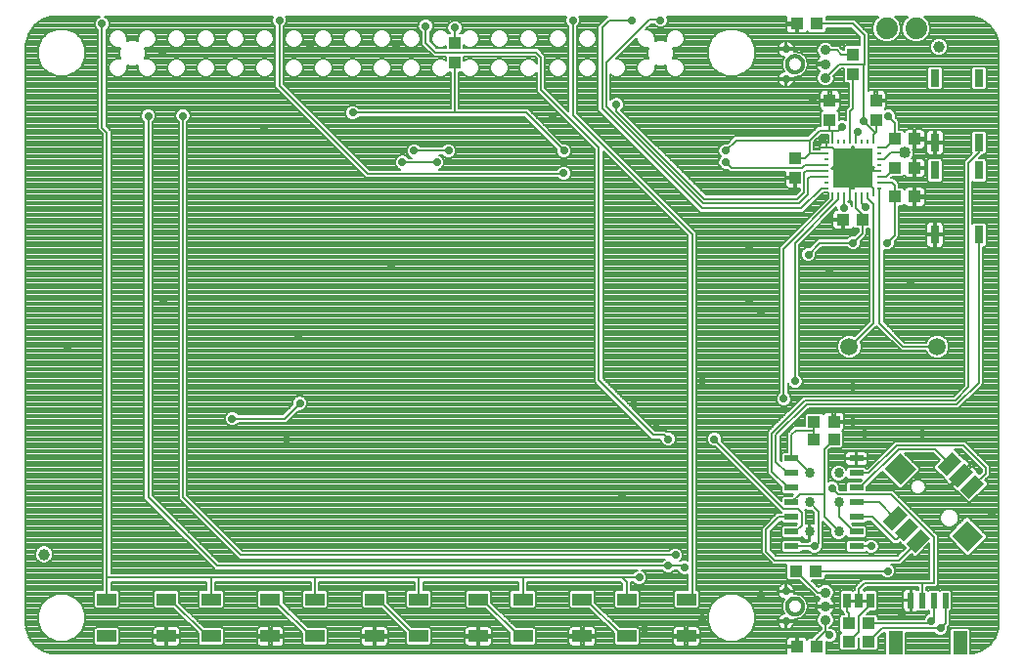
<source format=gtl>
G75*
%MOIN*%
%OFA0B0*%
%FSLAX25Y25*%
%IPPOS*%
%LPD*%
%AMOC8*
5,1,8,0,0,1.08239X$1,22.5*
%
%ADD10R,0.03000X0.06000*%
%ADD11C,0.01181*%
%ADD12C,0.02756*%
%ADD13C,0.03543*%
%ADD14R,0.07283X0.04331*%
%ADD15R,0.07480X0.07874*%
%ADD16R,0.04724X0.07874*%
%ADD17R,0.02362X0.05315*%
%ADD18R,0.00984X0.01575*%
%ADD19R,0.01575X0.00984*%
%ADD20R,0.13583X0.13583*%
%ADD21R,0.04331X0.03937*%
%ADD22R,0.03937X0.04331*%
%ADD23R,0.04724X0.02362*%
%ADD24C,0.03400*%
%ADD25R,0.02500X0.05000*%
%ADD26C,0.01000*%
%ADD27R,0.06500X0.03937*%
%ADD28C,0.05906*%
%ADD29C,0.03937*%
%ADD30C,0.07400*%
%ADD31C,0.04000*%
%ADD32C,0.00700*%
%ADD33C,0.02900*%
%ADD34C,0.00800*%
D10*
X0350330Y0192819D03*
X0365330Y0192819D03*
X0365330Y0214819D03*
X0365330Y0224315D03*
X0350330Y0224315D03*
X0350330Y0214819D03*
X0350330Y0246315D03*
X0365330Y0246315D03*
D11*
X0299956Y0251063D02*
X0299958Y0251168D01*
X0299964Y0251273D01*
X0299974Y0251377D01*
X0299988Y0251481D01*
X0300006Y0251585D01*
X0300028Y0251687D01*
X0300053Y0251789D01*
X0300083Y0251890D01*
X0300116Y0251989D01*
X0300153Y0252087D01*
X0300194Y0252184D01*
X0300239Y0252279D01*
X0300287Y0252372D01*
X0300338Y0252464D01*
X0300394Y0252553D01*
X0300452Y0252640D01*
X0300514Y0252725D01*
X0300578Y0252808D01*
X0300646Y0252888D01*
X0300717Y0252965D01*
X0300791Y0253039D01*
X0300868Y0253111D01*
X0300947Y0253180D01*
X0301029Y0253245D01*
X0301113Y0253308D01*
X0301200Y0253367D01*
X0301289Y0253423D01*
X0301380Y0253476D01*
X0301473Y0253525D01*
X0301567Y0253570D01*
X0301663Y0253612D01*
X0301761Y0253650D01*
X0301860Y0253684D01*
X0301961Y0253715D01*
X0302062Y0253741D01*
X0302165Y0253764D01*
X0302268Y0253783D01*
X0302372Y0253798D01*
X0302476Y0253809D01*
X0302581Y0253816D01*
X0302686Y0253819D01*
X0302791Y0253818D01*
X0302896Y0253813D01*
X0303000Y0253804D01*
X0303104Y0253791D01*
X0303208Y0253774D01*
X0303311Y0253753D01*
X0303413Y0253728D01*
X0303514Y0253700D01*
X0303613Y0253667D01*
X0303712Y0253631D01*
X0303809Y0253591D01*
X0303904Y0253548D01*
X0303998Y0253500D01*
X0304090Y0253450D01*
X0304180Y0253396D01*
X0304268Y0253338D01*
X0304353Y0253277D01*
X0304436Y0253213D01*
X0304517Y0253146D01*
X0304595Y0253076D01*
X0304670Y0253002D01*
X0304742Y0252927D01*
X0304812Y0252848D01*
X0304878Y0252767D01*
X0304942Y0252683D01*
X0305002Y0252597D01*
X0305058Y0252509D01*
X0305112Y0252418D01*
X0305162Y0252326D01*
X0305208Y0252232D01*
X0305251Y0252136D01*
X0305290Y0252038D01*
X0305325Y0251940D01*
X0305356Y0251839D01*
X0305384Y0251738D01*
X0305408Y0251636D01*
X0305428Y0251533D01*
X0305444Y0251429D01*
X0305456Y0251325D01*
X0305464Y0251220D01*
X0305468Y0251115D01*
X0305468Y0251011D01*
X0305464Y0250906D01*
X0305456Y0250801D01*
X0305444Y0250697D01*
X0305428Y0250593D01*
X0305408Y0250490D01*
X0305384Y0250388D01*
X0305356Y0250287D01*
X0305325Y0250186D01*
X0305290Y0250088D01*
X0305251Y0249990D01*
X0305208Y0249894D01*
X0305162Y0249800D01*
X0305112Y0249708D01*
X0305058Y0249617D01*
X0305002Y0249529D01*
X0304942Y0249443D01*
X0304878Y0249359D01*
X0304812Y0249278D01*
X0304742Y0249199D01*
X0304670Y0249124D01*
X0304595Y0249050D01*
X0304517Y0248980D01*
X0304436Y0248913D01*
X0304353Y0248849D01*
X0304268Y0248788D01*
X0304180Y0248730D01*
X0304090Y0248676D01*
X0303998Y0248626D01*
X0303904Y0248578D01*
X0303809Y0248535D01*
X0303712Y0248495D01*
X0303613Y0248459D01*
X0303514Y0248426D01*
X0303413Y0248398D01*
X0303311Y0248373D01*
X0303208Y0248352D01*
X0303104Y0248335D01*
X0303000Y0248322D01*
X0302896Y0248313D01*
X0302791Y0248308D01*
X0302686Y0248307D01*
X0302581Y0248310D01*
X0302476Y0248317D01*
X0302372Y0248328D01*
X0302268Y0248343D01*
X0302165Y0248362D01*
X0302062Y0248385D01*
X0301961Y0248411D01*
X0301860Y0248442D01*
X0301761Y0248476D01*
X0301663Y0248514D01*
X0301567Y0248556D01*
X0301473Y0248601D01*
X0301380Y0248650D01*
X0301289Y0248703D01*
X0301200Y0248759D01*
X0301113Y0248818D01*
X0301029Y0248881D01*
X0300947Y0248946D01*
X0300868Y0249015D01*
X0300791Y0249087D01*
X0300717Y0249161D01*
X0300646Y0249238D01*
X0300578Y0249318D01*
X0300514Y0249401D01*
X0300452Y0249486D01*
X0300394Y0249573D01*
X0300338Y0249662D01*
X0300287Y0249754D01*
X0300239Y0249847D01*
X0300194Y0249942D01*
X0300153Y0250039D01*
X0300116Y0250137D01*
X0300083Y0250236D01*
X0300053Y0250337D01*
X0300028Y0250439D01*
X0300006Y0250541D01*
X0299988Y0250645D01*
X0299974Y0250749D01*
X0299964Y0250853D01*
X0299958Y0250958D01*
X0299956Y0251063D01*
X0299956Y0066024D02*
X0299958Y0066129D01*
X0299964Y0066234D01*
X0299974Y0066338D01*
X0299988Y0066442D01*
X0300006Y0066546D01*
X0300028Y0066648D01*
X0300053Y0066750D01*
X0300083Y0066851D01*
X0300116Y0066950D01*
X0300153Y0067048D01*
X0300194Y0067145D01*
X0300239Y0067240D01*
X0300287Y0067333D01*
X0300338Y0067425D01*
X0300394Y0067514D01*
X0300452Y0067601D01*
X0300514Y0067686D01*
X0300578Y0067769D01*
X0300646Y0067849D01*
X0300717Y0067926D01*
X0300791Y0068000D01*
X0300868Y0068072D01*
X0300947Y0068141D01*
X0301029Y0068206D01*
X0301113Y0068269D01*
X0301200Y0068328D01*
X0301289Y0068384D01*
X0301380Y0068437D01*
X0301473Y0068486D01*
X0301567Y0068531D01*
X0301663Y0068573D01*
X0301761Y0068611D01*
X0301860Y0068645D01*
X0301961Y0068676D01*
X0302062Y0068702D01*
X0302165Y0068725D01*
X0302268Y0068744D01*
X0302372Y0068759D01*
X0302476Y0068770D01*
X0302581Y0068777D01*
X0302686Y0068780D01*
X0302791Y0068779D01*
X0302896Y0068774D01*
X0303000Y0068765D01*
X0303104Y0068752D01*
X0303208Y0068735D01*
X0303311Y0068714D01*
X0303413Y0068689D01*
X0303514Y0068661D01*
X0303613Y0068628D01*
X0303712Y0068592D01*
X0303809Y0068552D01*
X0303904Y0068509D01*
X0303998Y0068461D01*
X0304090Y0068411D01*
X0304180Y0068357D01*
X0304268Y0068299D01*
X0304353Y0068238D01*
X0304436Y0068174D01*
X0304517Y0068107D01*
X0304595Y0068037D01*
X0304670Y0067963D01*
X0304742Y0067888D01*
X0304812Y0067809D01*
X0304878Y0067728D01*
X0304942Y0067644D01*
X0305002Y0067558D01*
X0305058Y0067470D01*
X0305112Y0067379D01*
X0305162Y0067287D01*
X0305208Y0067193D01*
X0305251Y0067097D01*
X0305290Y0066999D01*
X0305325Y0066901D01*
X0305356Y0066800D01*
X0305384Y0066699D01*
X0305408Y0066597D01*
X0305428Y0066494D01*
X0305444Y0066390D01*
X0305456Y0066286D01*
X0305464Y0066181D01*
X0305468Y0066076D01*
X0305468Y0065972D01*
X0305464Y0065867D01*
X0305456Y0065762D01*
X0305444Y0065658D01*
X0305428Y0065554D01*
X0305408Y0065451D01*
X0305384Y0065349D01*
X0305356Y0065248D01*
X0305325Y0065147D01*
X0305290Y0065049D01*
X0305251Y0064951D01*
X0305208Y0064855D01*
X0305162Y0064761D01*
X0305112Y0064669D01*
X0305058Y0064578D01*
X0305002Y0064490D01*
X0304942Y0064404D01*
X0304878Y0064320D01*
X0304812Y0064239D01*
X0304742Y0064160D01*
X0304670Y0064085D01*
X0304595Y0064011D01*
X0304517Y0063941D01*
X0304436Y0063874D01*
X0304353Y0063810D01*
X0304268Y0063749D01*
X0304180Y0063691D01*
X0304090Y0063637D01*
X0303998Y0063587D01*
X0303904Y0063539D01*
X0303809Y0063496D01*
X0303712Y0063456D01*
X0303613Y0063420D01*
X0303514Y0063387D01*
X0303413Y0063359D01*
X0303311Y0063334D01*
X0303208Y0063313D01*
X0303104Y0063296D01*
X0303000Y0063283D01*
X0302896Y0063274D01*
X0302791Y0063269D01*
X0302686Y0063268D01*
X0302581Y0063271D01*
X0302476Y0063278D01*
X0302372Y0063289D01*
X0302268Y0063304D01*
X0302165Y0063323D01*
X0302062Y0063346D01*
X0301961Y0063372D01*
X0301860Y0063403D01*
X0301761Y0063437D01*
X0301663Y0063475D01*
X0301567Y0063517D01*
X0301473Y0063562D01*
X0301380Y0063611D01*
X0301289Y0063664D01*
X0301200Y0063720D01*
X0301113Y0063779D01*
X0301029Y0063842D01*
X0300947Y0063907D01*
X0300868Y0063976D01*
X0300791Y0064048D01*
X0300717Y0064122D01*
X0300646Y0064199D01*
X0300578Y0064279D01*
X0300514Y0064362D01*
X0300452Y0064447D01*
X0300394Y0064534D01*
X0300338Y0064623D01*
X0300287Y0064715D01*
X0300239Y0064808D01*
X0300194Y0064903D01*
X0300153Y0065000D01*
X0300116Y0065098D01*
X0300083Y0065197D01*
X0300053Y0065298D01*
X0300028Y0065400D01*
X0300006Y0065502D01*
X0299988Y0065606D01*
X0299974Y0065710D01*
X0299964Y0065814D01*
X0299958Y0065919D01*
X0299956Y0066024D01*
D12*
X0299562Y0060906D03*
X0299562Y0071142D03*
X0299562Y0245945D03*
X0299562Y0256181D03*
D13*
X0313027Y0255787D03*
X0313027Y0251063D03*
X0313027Y0246339D03*
X0313027Y0070748D03*
X0313027Y0066024D03*
X0313027Y0061299D03*
D14*
G36*
X0348702Y0089346D02*
X0343554Y0084198D01*
X0340492Y0087260D01*
X0345640Y0092408D01*
X0348702Y0089346D01*
G37*
G36*
X0344805Y0093243D02*
X0339657Y0088095D01*
X0336595Y0091157D01*
X0341743Y0096305D01*
X0344805Y0093243D01*
G37*
G36*
X0340907Y0097141D02*
X0335759Y0091993D01*
X0332697Y0095055D01*
X0337845Y0100203D01*
X0340907Y0097141D01*
G37*
G36*
X0363317Y0111756D02*
X0358169Y0106608D01*
X0355107Y0109670D01*
X0360255Y0114818D01*
X0363317Y0111756D01*
G37*
G36*
X0367215Y0107859D02*
X0362067Y0102711D01*
X0359005Y0105773D01*
X0364153Y0110921D01*
X0367215Y0107859D01*
G37*
G36*
X0359420Y0115654D02*
X0354272Y0110506D01*
X0351210Y0113568D01*
X0356358Y0118716D01*
X0359420Y0115654D01*
G37*
D15*
G36*
X0343887Y0112815D02*
X0338598Y0107526D01*
X0333031Y0113093D01*
X0338320Y0118382D01*
X0343887Y0112815D01*
G37*
G36*
X0366881Y0089820D02*
X0361592Y0084531D01*
X0356025Y0090098D01*
X0361314Y0095387D01*
X0366881Y0089820D01*
G37*
D16*
X0359011Y0053524D03*
X0336964Y0053524D03*
D17*
X0342082Y0067992D03*
X0346019Y0067992D03*
X0349956Y0067992D03*
X0353893Y0067992D03*
D18*
X0329287Y0206575D03*
X0327318Y0206575D03*
X0325350Y0206575D03*
X0323381Y0206575D03*
X0321413Y0206575D03*
X0319444Y0206575D03*
X0317476Y0206575D03*
X0315507Y0206575D03*
X0315507Y0224685D03*
X0317476Y0224685D03*
X0319444Y0224685D03*
X0321413Y0224685D03*
X0323381Y0224685D03*
X0325350Y0224685D03*
X0327318Y0224685D03*
X0329287Y0224685D03*
D19*
X0331452Y0222520D03*
X0331452Y0220551D03*
X0331452Y0218583D03*
X0331452Y0216614D03*
X0331452Y0214646D03*
X0331452Y0212677D03*
X0331452Y0210709D03*
X0331452Y0208740D03*
X0313342Y0208740D03*
X0313342Y0210709D03*
X0313342Y0212677D03*
X0313342Y0214646D03*
X0313342Y0216614D03*
X0313342Y0218583D03*
X0313342Y0220551D03*
X0313342Y0222520D03*
D20*
X0322397Y0215630D03*
D21*
X0336767Y0215630D03*
X0343460Y0215630D03*
X0343460Y0225472D03*
X0336767Y0225472D03*
X0336767Y0205787D03*
X0343460Y0205787D03*
X0325743Y0197913D03*
X0319050Y0197913D03*
X0309995Y0264843D03*
X0303302Y0264843D03*
X0309208Y0129016D03*
X0309208Y0123110D03*
X0315901Y0123110D03*
X0315901Y0129016D03*
X0309798Y0078031D03*
X0303106Y0078031D03*
X0321019Y0060118D03*
X0327712Y0060118D03*
X0327712Y0054016D03*
X0321019Y0054016D03*
X0309995Y0052244D03*
X0303302Y0052244D03*
D22*
X0302712Y0212283D03*
X0302712Y0218976D03*
X0314523Y0231969D03*
X0314523Y0238661D03*
X0322397Y0247717D03*
X0322397Y0254409D03*
X0330271Y0238661D03*
X0330271Y0231969D03*
X0186767Y0251654D03*
X0186767Y0258346D03*
D23*
X0301531Y0116457D03*
X0301531Y0111457D03*
X0301531Y0106457D03*
X0301531Y0101457D03*
X0301531Y0096457D03*
X0301531Y0091457D03*
X0301531Y0086457D03*
X0323578Y0086457D03*
X0323578Y0091457D03*
X0323578Y0096457D03*
X0323578Y0101457D03*
X0323578Y0106457D03*
X0323578Y0111457D03*
X0323578Y0116457D03*
D24*
X0317554Y0111457D03*
X0307554Y0111457D03*
X0307554Y0101457D03*
X0307554Y0091457D03*
X0317554Y0091457D03*
X0317554Y0101457D03*
D25*
X0320365Y0067992D03*
X0324365Y0067992D03*
X0328365Y0067992D03*
D26*
X0324365Y0067992D01*
X0320365Y0067992D01*
D27*
X0265613Y0068386D03*
X0265613Y0055787D03*
X0245322Y0055787D03*
X0245322Y0068386D03*
X0230180Y0068386D03*
X0230180Y0055787D03*
X0209889Y0055787D03*
X0209889Y0068386D03*
X0194747Y0068386D03*
X0194747Y0055787D03*
X0174456Y0055787D03*
X0174456Y0068386D03*
X0159314Y0068386D03*
X0159314Y0055787D03*
X0139023Y0055787D03*
X0139023Y0068386D03*
X0123881Y0068386D03*
X0123881Y0055787D03*
X0103590Y0055787D03*
X0103590Y0068386D03*
X0088448Y0068386D03*
X0088448Y0055787D03*
X0068157Y0055787D03*
X0068157Y0068386D03*
D28*
X0321216Y0154606D03*
X0351137Y0154606D03*
D29*
X0351767Y0256969D03*
X0046806Y0083740D03*
D30*
X0333932Y0263307D03*
X0343932Y0263307D03*
D31*
X0339932Y0220807D03*
D32*
X0335432Y0220807D01*
X0333208Y0218583D01*
X0331452Y0218583D01*
X0331452Y0222520D02*
X0333814Y0222520D01*
X0336767Y0225472D01*
X0336767Y0230969D01*
X0334389Y0233346D01*
X0330271Y0231969D02*
X0330271Y0227835D01*
X0330074Y0227638D01*
X0326137Y0231575D01*
X0326137Y0251063D01*
X0326334Y0251063D01*
X0326334Y0260906D01*
X0322397Y0264843D01*
X0309995Y0264843D01*
X0313027Y0255787D02*
X0317082Y0255787D01*
X0318460Y0254409D01*
X0322397Y0254409D01*
X0326137Y0251063D02*
X0317751Y0251063D01*
X0313027Y0246339D01*
X0322397Y0247717D02*
X0322397Y0235906D01*
X0321413Y0234921D01*
X0321413Y0224685D01*
X0323381Y0224685D02*
X0323381Y0227244D01*
X0323972Y0227835D01*
X0318657Y0229606D02*
X0317476Y0228425D01*
X0315507Y0228425D01*
X0315507Y0224685D01*
X0315507Y0222520D02*
X0318460Y0219567D01*
X0315507Y0222520D02*
X0313342Y0222520D01*
X0313342Y0220551D02*
X0307633Y0220551D01*
X0307633Y0225079D01*
X0282633Y0225079D01*
X0279090Y0221535D01*
X0279090Y0217598D02*
X0280927Y0215761D01*
X0305115Y0215761D01*
X0305968Y0216614D01*
X0313342Y0216614D01*
X0313342Y0214646D02*
X0306518Y0214646D01*
X0305730Y0213858D01*
X0305730Y0207239D01*
X0303492Y0205000D01*
X0271806Y0205000D01*
X0241885Y0234921D01*
X0241885Y0237283D01*
X0238342Y0236485D02*
X0238342Y0251457D01*
X0253034Y0266148D01*
X0256721Y0266148D01*
X0256846Y0266024D01*
X0247003Y0266024D02*
X0239501Y0266024D01*
X0236942Y0263465D01*
X0236942Y0235905D01*
X0270996Y0201850D01*
X0304877Y0201850D01*
X0311767Y0208740D01*
X0313342Y0208740D01*
X0315507Y0206575D02*
X0315507Y0204815D01*
X0298775Y0188082D01*
X0298775Y0136890D01*
X0302712Y0142795D02*
X0302712Y0190039D01*
X0317476Y0204803D01*
X0317476Y0206575D01*
X0319432Y0206563D02*
X0319444Y0206575D01*
X0319432Y0206563D02*
X0319432Y0202032D01*
X0323381Y0202016D02*
X0323381Y0206575D01*
X0321413Y0206575D02*
X0321413Y0212677D01*
X0323381Y0214646D01*
X0322397Y0215630D01*
X0323381Y0214646D02*
X0331452Y0214646D01*
X0331452Y0212677D02*
X0333814Y0212677D01*
X0336767Y0215630D01*
X0335783Y0210709D02*
X0331452Y0210709D01*
X0331452Y0208740D02*
X0331452Y0162677D01*
X0339523Y0154606D01*
X0351137Y0154606D01*
X0365330Y0142421D02*
X0365330Y0192819D01*
X0336767Y0192736D02*
X0334070Y0190039D01*
X0336767Y0192736D02*
X0336767Y0205787D01*
X0336767Y0209724D01*
X0335783Y0210709D01*
X0329287Y0208740D02*
X0329287Y0206575D01*
X0327318Y0206575D02*
X0327318Y0205319D01*
X0329484Y0203154D01*
X0329484Y0162677D01*
X0321413Y0154606D01*
X0321216Y0154606D01*
X0306069Y0136321D02*
X0357250Y0136321D01*
X0361767Y0140838D01*
X0361767Y0217402D01*
X0365330Y0220965D01*
X0365330Y0224315D01*
X0330074Y0227638D02*
X0329287Y0226850D01*
X0329287Y0224685D01*
X0323381Y0214646D02*
X0329287Y0208740D01*
X0325350Y0206575D02*
X0325350Y0203583D01*
X0326779Y0202154D01*
X0325743Y0199654D02*
X0323381Y0202016D01*
X0325743Y0199654D02*
X0325743Y0197913D01*
X0325743Y0193386D01*
X0322397Y0190039D01*
X0311176Y0190039D01*
X0307239Y0186102D01*
X0304071Y0203600D02*
X0271226Y0203600D01*
X0238342Y0236485D01*
X0226924Y0233780D02*
X0267613Y0193091D01*
X0267613Y0070386D01*
X0265613Y0068386D01*
X0264932Y0079307D02*
X0264436Y0079803D01*
X0259405Y0079803D01*
X0105783Y0079803D01*
X0082239Y0103346D01*
X0082239Y0233346D01*
X0094050Y0233346D02*
X0094050Y0103346D01*
X0113854Y0083543D01*
X0261964Y0083543D01*
X0249562Y0075866D02*
X0243657Y0075866D01*
X0209798Y0075866D01*
X0209889Y0075776D01*
X0209889Y0068386D01*
X0209798Y0075866D02*
X0174365Y0075866D01*
X0174456Y0075776D01*
X0174456Y0068386D01*
X0174365Y0075866D02*
X0138932Y0075866D01*
X0139023Y0075776D01*
X0139023Y0068386D01*
X0138932Y0075866D02*
X0103499Y0075866D01*
X0068157Y0075866D01*
X0068157Y0227744D01*
X0066491Y0229409D01*
X0066491Y0264843D01*
X0126924Y0266024D02*
X0126924Y0243780D01*
X0157043Y0213661D01*
X0223578Y0213661D01*
X0223775Y0213858D01*
X0223972Y0221535D02*
X0210980Y0234528D01*
X0186767Y0234528D01*
X0186767Y0251654D01*
X0180198Y0255000D02*
X0214523Y0255000D01*
X0216098Y0253425D01*
X0216098Y0242276D01*
X0235783Y0222591D01*
X0235783Y0143197D01*
X0254432Y0124547D01*
X0257968Y0124547D01*
X0259405Y0123110D01*
X0275153Y0123110D02*
X0275153Y0122806D01*
X0298734Y0099226D01*
X0303790Y0099226D01*
X0304943Y0098073D01*
X0304943Y0093648D01*
X0302751Y0091457D01*
X0301531Y0091457D01*
X0301531Y0096457D02*
X0297121Y0096457D01*
X0292838Y0092173D01*
X0292838Y0084740D01*
X0295806Y0081772D01*
X0338066Y0081772D01*
X0344597Y0088303D01*
X0349956Y0089579D02*
X0349956Y0073898D01*
X0346019Y0073898D01*
X0326334Y0073898D01*
X0324365Y0071929D01*
X0324365Y0067992D01*
X0320365Y0067992D02*
X0320365Y0064118D01*
X0321019Y0063465D01*
X0321019Y0060118D01*
X0324431Y0062546D02*
X0324431Y0057321D01*
X0321126Y0054016D01*
X0321019Y0054016D01*
X0327712Y0054016D02*
X0332239Y0058543D01*
X0352318Y0058543D01*
X0353893Y0060118D01*
X0353893Y0067992D01*
X0349956Y0067992D02*
X0349956Y0061693D01*
X0349169Y0060906D01*
X0349169Y0061043D01*
X0349169Y0060906D02*
X0348381Y0060118D01*
X0327712Y0060118D01*
X0324431Y0062546D02*
X0328365Y0066480D01*
X0328365Y0067992D01*
X0334208Y0078031D02*
X0334267Y0078091D01*
X0334208Y0078031D02*
X0309798Y0078031D01*
X0303106Y0078031D02*
X0310389Y0070748D01*
X0313027Y0070748D01*
X0313027Y0061299D02*
X0313027Y0057756D01*
X0313027Y0057677D01*
X0314523Y0056181D01*
X0313027Y0057756D02*
X0309995Y0054724D01*
X0309995Y0052244D01*
X0346019Y0067992D02*
X0346019Y0073898D01*
X0328696Y0086496D02*
X0323617Y0086496D01*
X0323578Y0086457D01*
X0323578Y0091457D02*
X0322554Y0091457D01*
X0317554Y0096457D01*
X0317554Y0101457D01*
X0317423Y0104207D02*
X0335328Y0104207D01*
X0349956Y0089579D01*
X0340700Y0092200D02*
X0337358Y0088858D01*
X0336570Y0088858D01*
X0328893Y0096535D01*
X0323657Y0096535D01*
X0323578Y0096457D01*
X0323578Y0101457D02*
X0331443Y0101457D01*
X0336802Y0096098D01*
X0324838Y0106457D02*
X0323578Y0106457D01*
X0324838Y0106457D02*
X0337948Y0119567D01*
X0350359Y0119567D01*
X0355315Y0114611D01*
X0359973Y0120967D02*
X0337368Y0120967D01*
X0327858Y0111457D01*
X0323578Y0111457D01*
X0317423Y0104207D02*
X0315251Y0106378D01*
X0312554Y0104213D02*
X0304287Y0104213D01*
X0301531Y0101457D01*
X0301531Y0106457D02*
X0300271Y0106457D01*
X0294816Y0111912D01*
X0294816Y0125068D01*
X0306069Y0136321D01*
X0306649Y0134921D02*
X0357830Y0134921D01*
X0365330Y0142421D01*
X0359973Y0120967D02*
X0367673Y0113268D01*
X0367673Y0111378D01*
X0363110Y0106816D01*
X0317554Y0091457D02*
X0312554Y0096457D01*
X0312554Y0104213D01*
X0312554Y0119764D01*
X0315901Y0123110D01*
X0309208Y0123110D02*
X0309208Y0126063D01*
X0302909Y0126063D01*
X0301531Y0124685D01*
X0301531Y0116457D01*
X0302554Y0116457D01*
X0307554Y0111457D01*
X0301531Y0111457D02*
X0300192Y0111457D01*
X0296216Y0115433D01*
X0296216Y0124488D01*
X0306649Y0134921D01*
X0309208Y0129016D02*
X0309208Y0126063D01*
X0307554Y0101457D02*
X0310586Y0098425D01*
X0310586Y0087677D01*
X0309365Y0086457D01*
X0301531Y0086457D01*
X0245322Y0074201D02*
X0245322Y0068386D01*
X0245322Y0074201D02*
X0243657Y0075866D01*
X0231452Y0068386D02*
X0244050Y0055787D01*
X0245322Y0055787D01*
X0231452Y0068386D02*
X0230180Y0068386D01*
X0209889Y0055787D02*
X0208617Y0055787D01*
X0196019Y0068386D01*
X0194747Y0068386D01*
X0174456Y0055787D02*
X0173184Y0055787D01*
X0160586Y0068386D01*
X0159314Y0068386D01*
X0139023Y0055787D02*
X0137751Y0055787D01*
X0125153Y0068386D01*
X0123881Y0068386D01*
X0103590Y0068386D02*
X0103590Y0075776D01*
X0103499Y0075866D01*
X0089720Y0068386D02*
X0102318Y0055787D01*
X0103590Y0055787D01*
X0089720Y0068386D02*
X0088448Y0068386D01*
X0068157Y0068386D02*
X0068157Y0075866D01*
X0110783Y0130000D02*
X0128625Y0130000D01*
X0133932Y0135307D01*
X0168854Y0217598D02*
X0180665Y0217598D01*
X0184602Y0221535D02*
X0172791Y0221535D01*
X0186767Y0234528D02*
X0151924Y0234528D01*
X0176859Y0258340D02*
X0180198Y0255000D01*
X0176859Y0258340D02*
X0176859Y0263924D01*
X0176728Y0264055D01*
X0186767Y0263465D02*
X0186767Y0258346D01*
X0226924Y0266024D02*
X0226924Y0233780D01*
X0302712Y0218976D02*
X0306058Y0218976D01*
X0307633Y0220551D01*
X0307633Y0225079D02*
X0310980Y0228425D01*
X0314523Y0228425D01*
X0315507Y0228425D01*
X0314523Y0228425D02*
X0314523Y0231969D01*
X0313342Y0212677D02*
X0307721Y0212677D01*
X0307130Y0212087D01*
X0307130Y0206659D01*
X0304071Y0203600D01*
D33*
X0302712Y0207756D03*
X0314129Y0197913D03*
X0319432Y0202032D03*
X0326779Y0202154D03*
X0326334Y0211693D03*
X0322397Y0215630D03*
X0326334Y0219567D03*
X0318460Y0219567D03*
X0318460Y0211693D03*
X0311964Y0225472D03*
X0318657Y0229606D03*
X0323972Y0227835D03*
X0326137Y0231575D03*
X0334389Y0233346D03*
X0308814Y0238858D03*
X0279090Y0221535D03*
X0279090Y0217598D03*
X0286964Y0188071D03*
X0307239Y0186102D03*
X0314523Y0180197D03*
X0322397Y0190039D03*
X0334070Y0190039D03*
X0342082Y0176260D03*
X0302712Y0142795D03*
X0298775Y0136890D03*
X0322397Y0140827D03*
X0322397Y0129016D03*
X0326334Y0125079D03*
X0346019Y0125079D03*
X0315251Y0106378D03*
X0309365Y0086457D03*
X0290901Y0069961D03*
X0271216Y0062087D03*
X0251531Y0058150D03*
X0249562Y0075866D03*
X0259405Y0079803D03*
X0261964Y0083543D03*
X0264932Y0079307D03*
X0243657Y0103425D03*
X0259405Y0123110D03*
X0255468Y0127047D03*
X0247594Y0134921D03*
X0271216Y0142795D03*
X0275153Y0123110D03*
X0328696Y0086496D03*
X0334267Y0078091D03*
X0339129Y0062677D03*
X0349169Y0061043D03*
X0352318Y0058543D03*
X0314523Y0056181D03*
X0369641Y0097520D03*
X0290901Y0166417D03*
X0286964Y0170354D03*
X0223775Y0213858D03*
X0223972Y0221535D03*
X0220035Y0233346D03*
X0241885Y0237283D03*
X0247003Y0266024D03*
X0256846Y0266024D03*
X0226924Y0266024D03*
X0186767Y0263465D03*
X0176728Y0264055D03*
X0166885Y0256969D03*
X0151924Y0234528D03*
X0168854Y0217598D03*
X0172791Y0221535D03*
X0180665Y0217598D03*
X0184602Y0221535D03*
X0164917Y0182165D03*
X0133421Y0158543D03*
X0133932Y0135307D03*
X0129484Y0123110D03*
X0110783Y0130000D03*
X0087239Y0170354D03*
X0054680Y0154606D03*
X0121610Y0229409D03*
X0094050Y0233346D03*
X0082239Y0233346D03*
X0086964Y0254803D03*
X0066491Y0264843D03*
X0126924Y0266024D03*
X0137358Y0256969D03*
D34*
X0043452Y0052827D02*
X0046062Y0050931D01*
X0049130Y0049934D01*
X0050743Y0049807D01*
X0299813Y0049807D01*
X0299737Y0050091D01*
X0299737Y0051844D01*
X0302902Y0051844D01*
X0302902Y0052644D01*
X0299737Y0052644D01*
X0299737Y0054397D01*
X0299832Y0054753D01*
X0300017Y0055072D01*
X0300277Y0055333D01*
X0300597Y0055517D01*
X0300953Y0055613D01*
X0302902Y0055613D01*
X0302902Y0052644D01*
X0303702Y0052644D01*
X0303702Y0055613D01*
X0305652Y0055613D01*
X0306008Y0055517D01*
X0306327Y0055333D01*
X0306588Y0055072D01*
X0306772Y0054753D01*
X0306781Y0054720D01*
X0307374Y0055313D01*
X0308545Y0055313D01*
X0308545Y0055325D01*
X0309395Y0056174D01*
X0311577Y0058356D01*
X0311577Y0058792D01*
X0311400Y0058865D01*
X0310592Y0059673D01*
X0310155Y0060728D01*
X0310155Y0061870D01*
X0310592Y0062926D01*
X0311138Y0063471D01*
X0311005Y0063560D01*
X0310563Y0064002D01*
X0310216Y0064521D01*
X0309977Y0065098D01*
X0309873Y0065624D01*
X0312627Y0065624D01*
X0312627Y0066424D01*
X0309873Y0066424D01*
X0309977Y0066949D01*
X0310216Y0067526D01*
X0310563Y0068045D01*
X0311005Y0068487D01*
X0311138Y0068576D01*
X0310592Y0069121D01*
X0310519Y0069298D01*
X0309788Y0069298D01*
X0308939Y0070147D01*
X0304123Y0074963D01*
X0300485Y0074963D01*
X0299840Y0075607D01*
X0299840Y0080322D01*
X0295206Y0080322D01*
X0294356Y0081171D01*
X0292237Y0083290D01*
X0291388Y0084140D01*
X0291388Y0092774D01*
X0292237Y0093623D01*
X0296521Y0097907D01*
X0298002Y0097907D01*
X0275348Y0120560D01*
X0274646Y0120560D01*
X0273708Y0120948D01*
X0272991Y0121666D01*
X0272603Y0122603D01*
X0272603Y0123617D01*
X0272991Y0124555D01*
X0273708Y0125272D01*
X0274646Y0125660D01*
X0275660Y0125660D01*
X0276597Y0125272D01*
X0277315Y0124555D01*
X0277703Y0123617D01*
X0277703Y0122603D01*
X0277616Y0122394D01*
X0298069Y0101941D01*
X0298069Y0103093D01*
X0298713Y0103738D01*
X0301761Y0103738D01*
X0302199Y0104176D01*
X0298713Y0104176D01*
X0298069Y0104820D01*
X0298069Y0106608D01*
X0294215Y0110462D01*
X0293366Y0111311D01*
X0293366Y0125669D01*
X0294215Y0126518D01*
X0304619Y0136922D01*
X0305468Y0137771D01*
X0356649Y0137771D01*
X0360317Y0141439D01*
X0360317Y0218002D01*
X0362952Y0220637D01*
X0362730Y0220859D01*
X0362730Y0227771D01*
X0363374Y0228415D01*
X0367286Y0228415D01*
X0367930Y0227771D01*
X0367930Y0220859D01*
X0367286Y0220215D01*
X0366631Y0220215D01*
X0365335Y0218919D01*
X0367286Y0218919D01*
X0367930Y0218275D01*
X0367930Y0211363D01*
X0367286Y0210719D01*
X0363374Y0210719D01*
X0363217Y0210876D01*
X0363217Y0196762D01*
X0363374Y0196919D01*
X0367286Y0196919D01*
X0367930Y0196275D01*
X0367930Y0189363D01*
X0367286Y0188719D01*
X0366780Y0188719D01*
X0366780Y0141821D01*
X0365931Y0140971D01*
X0358431Y0133471D01*
X0307249Y0133471D01*
X0297666Y0123888D01*
X0297666Y0116034D01*
X0298069Y0115631D01*
X0298069Y0118093D01*
X0298713Y0118738D01*
X0300081Y0118738D01*
X0300081Y0125286D01*
X0302308Y0127513D01*
X0305943Y0127513D01*
X0305943Y0131440D01*
X0306587Y0132084D01*
X0311829Y0132084D01*
X0312422Y0131491D01*
X0312431Y0131525D01*
X0312615Y0131844D01*
X0312876Y0132105D01*
X0313195Y0132289D01*
X0313551Y0132384D01*
X0315501Y0132384D01*
X0315501Y0129416D01*
X0316301Y0129416D01*
X0316301Y0132384D01*
X0318251Y0132384D01*
X0318607Y0132289D01*
X0318926Y0132105D01*
X0319186Y0131844D01*
X0319371Y0131525D01*
X0319466Y0131169D01*
X0319466Y0129416D01*
X0316301Y0129416D01*
X0316301Y0128616D01*
X0319466Y0128616D01*
X0319466Y0126863D01*
X0319371Y0126507D01*
X0319186Y0126188D01*
X0318926Y0125927D01*
X0318829Y0125871D01*
X0319166Y0125534D01*
X0319166Y0120686D01*
X0318522Y0120042D01*
X0314883Y0120042D01*
X0314004Y0119163D01*
X0314004Y0108622D01*
X0314744Y0108928D01*
X0315758Y0108928D01*
X0316696Y0108540D01*
X0317413Y0107822D01*
X0317801Y0106885D01*
X0317801Y0105879D01*
X0318023Y0105657D01*
X0320116Y0105657D01*
X0320116Y0108093D01*
X0320760Y0108738D01*
X0325068Y0108738D01*
X0325506Y0109176D01*
X0320760Y0109176D01*
X0320116Y0109820D01*
X0320116Y0110324D01*
X0319928Y0109871D01*
X0319140Y0109083D01*
X0318111Y0108657D01*
X0316997Y0108657D01*
X0315968Y0109083D01*
X0315181Y0109871D01*
X0314754Y0110900D01*
X0314754Y0112014D01*
X0315181Y0113043D01*
X0315968Y0113830D01*
X0316997Y0114257D01*
X0318111Y0114257D01*
X0319140Y0113830D01*
X0319928Y0113043D01*
X0320116Y0112590D01*
X0320116Y0113093D01*
X0320760Y0113738D01*
X0326396Y0113738D01*
X0327040Y0113093D01*
X0327040Y0112907D01*
X0327257Y0112907D01*
X0336768Y0122417D01*
X0360574Y0122417D01*
X0361423Y0121568D01*
X0369123Y0113868D01*
X0369123Y0110778D01*
X0368273Y0109928D01*
X0367488Y0109143D01*
X0368316Y0108315D01*
X0368316Y0107404D01*
X0362522Y0101609D01*
X0361610Y0101609D01*
X0358013Y0105207D01*
X0357984Y0105207D01*
X0357628Y0105302D01*
X0357309Y0105487D01*
X0355930Y0106865D01*
X0359212Y0110147D01*
X0358647Y0110713D01*
X0355365Y0107431D01*
X0353986Y0108810D01*
X0353802Y0109129D01*
X0353706Y0109485D01*
X0353706Y0109514D01*
X0350109Y0113111D01*
X0350109Y0114022D01*
X0351981Y0115894D01*
X0349758Y0118117D01*
X0340141Y0118117D01*
X0344987Y0113271D01*
X0344987Y0112359D01*
X0339053Y0106426D01*
X0338142Y0106426D01*
X0332500Y0112068D01*
X0327040Y0106608D01*
X0327040Y0105657D01*
X0335929Y0105657D01*
X0350557Y0091029D01*
X0351406Y0090180D01*
X0351406Y0073297D01*
X0350557Y0072448D01*
X0347469Y0072448D01*
X0347469Y0071750D01*
X0347656Y0071750D01*
X0347987Y0071418D01*
X0348319Y0071750D01*
X0351593Y0071750D01*
X0351924Y0071418D01*
X0352256Y0071750D01*
X0355530Y0071750D01*
X0356174Y0071105D01*
X0356174Y0064879D01*
X0355530Y0064235D01*
X0355343Y0064235D01*
X0355343Y0059517D01*
X0354868Y0059043D01*
X0354868Y0058036D01*
X0354480Y0057099D01*
X0353763Y0056382D01*
X0352825Y0055993D01*
X0351811Y0055993D01*
X0350874Y0056382D01*
X0350162Y0057093D01*
X0340426Y0057093D01*
X0340426Y0049807D01*
X0355549Y0049807D01*
X0355549Y0057916D01*
X0356193Y0058561D01*
X0361829Y0058561D01*
X0362473Y0057916D01*
X0362473Y0049863D01*
X0363380Y0049934D01*
X0366448Y0050931D01*
X0369058Y0052827D01*
X0370954Y0055437D01*
X0371951Y0058505D01*
X0372078Y0060118D01*
X0372078Y0256969D01*
X0371951Y0258581D01*
X0370954Y0261650D01*
X0369058Y0264259D01*
X0366448Y0266156D01*
X0363380Y0267153D01*
X0361767Y0267280D01*
X0346748Y0267280D01*
X0348002Y0266026D01*
X0348732Y0264262D01*
X0348732Y0262352D01*
X0348002Y0260588D01*
X0346651Y0259238D01*
X0344887Y0258507D01*
X0342978Y0258507D01*
X0341213Y0259238D01*
X0339863Y0260588D01*
X0339132Y0262352D01*
X0339132Y0264262D01*
X0339863Y0266026D01*
X0341117Y0267280D01*
X0336748Y0267280D01*
X0338002Y0266026D01*
X0338732Y0264262D01*
X0338732Y0262352D01*
X0338002Y0260588D01*
X0336651Y0259238D01*
X0334887Y0258507D01*
X0332978Y0258507D01*
X0331213Y0259238D01*
X0329863Y0260588D01*
X0329132Y0262352D01*
X0329132Y0264262D01*
X0329863Y0266026D01*
X0331117Y0267280D01*
X0313248Y0267280D01*
X0313261Y0267267D01*
X0313261Y0266293D01*
X0322998Y0266293D01*
X0326935Y0262355D01*
X0327784Y0261506D01*
X0327784Y0250462D01*
X0327587Y0250266D01*
X0327587Y0242030D01*
X0327762Y0242131D01*
X0328118Y0242227D01*
X0329871Y0242227D01*
X0329871Y0239061D01*
X0330671Y0239061D01*
X0333639Y0239061D01*
X0333639Y0241011D01*
X0333544Y0241367D01*
X0333360Y0241686D01*
X0333099Y0241947D01*
X0332780Y0242131D01*
X0332424Y0242227D01*
X0330671Y0242227D01*
X0330671Y0239061D01*
X0330671Y0238261D01*
X0333639Y0238261D01*
X0333639Y0236312D01*
X0333544Y0235956D01*
X0333393Y0235694D01*
X0333882Y0235896D01*
X0334897Y0235896D01*
X0335834Y0235508D01*
X0336551Y0234791D01*
X0336939Y0233854D01*
X0336939Y0232847D01*
X0338217Y0231570D01*
X0338217Y0228541D01*
X0339388Y0228541D01*
X0339981Y0227948D01*
X0339990Y0227981D01*
X0340174Y0228301D01*
X0340435Y0228561D01*
X0340754Y0228746D01*
X0341110Y0228841D01*
X0343060Y0228841D01*
X0343060Y0225872D01*
X0343860Y0225872D01*
X0347025Y0225872D01*
X0347025Y0227625D01*
X0346930Y0227981D01*
X0346746Y0228301D01*
X0346485Y0228561D01*
X0346166Y0228746D01*
X0345810Y0228841D01*
X0343860Y0228841D01*
X0343860Y0225872D01*
X0343860Y0225072D01*
X0343860Y0222104D01*
X0345810Y0222104D01*
X0346166Y0222199D01*
X0346485Y0222384D01*
X0346746Y0222644D01*
X0346930Y0222964D01*
X0347025Y0223320D01*
X0347025Y0225072D01*
X0343860Y0225072D01*
X0343060Y0225072D01*
X0343060Y0222104D01*
X0342751Y0222104D01*
X0343032Y0221424D01*
X0343032Y0220190D01*
X0342560Y0219051D01*
X0342508Y0218998D01*
X0343060Y0218998D01*
X0343060Y0216030D01*
X0343860Y0216030D01*
X0347025Y0216030D01*
X0347025Y0217783D01*
X0346930Y0218139D01*
X0346746Y0218458D01*
X0346485Y0218719D01*
X0346166Y0218903D01*
X0345810Y0218998D01*
X0343860Y0218998D01*
X0343860Y0216030D01*
X0343860Y0215230D01*
X0347025Y0215230D01*
X0347025Y0213477D01*
X0346930Y0213121D01*
X0346746Y0212802D01*
X0346485Y0212541D01*
X0346166Y0212357D01*
X0345810Y0212261D01*
X0343860Y0212261D01*
X0343860Y0215230D01*
X0343060Y0215230D01*
X0343060Y0212261D01*
X0341110Y0212261D01*
X0340754Y0212357D01*
X0340435Y0212541D01*
X0340174Y0212802D01*
X0339990Y0213121D01*
X0339981Y0213154D01*
X0339388Y0212561D01*
X0335749Y0212561D01*
X0335346Y0212159D01*
X0336383Y0212159D01*
X0337368Y0211174D01*
X0338217Y0210325D01*
X0338217Y0208856D01*
X0339388Y0208856D01*
X0339981Y0208263D01*
X0339990Y0208296D01*
X0340174Y0208616D01*
X0340435Y0208876D01*
X0340754Y0209060D01*
X0341110Y0209156D01*
X0343060Y0209156D01*
X0343060Y0206187D01*
X0343860Y0206187D01*
X0347025Y0206187D01*
X0347025Y0207940D01*
X0346930Y0208296D01*
X0346746Y0208616D01*
X0346485Y0208876D01*
X0346166Y0209060D01*
X0345810Y0209156D01*
X0343860Y0209156D01*
X0343860Y0206187D01*
X0343860Y0205387D01*
X0343860Y0202419D01*
X0345810Y0202419D01*
X0346166Y0202514D01*
X0346485Y0202699D01*
X0346746Y0202959D01*
X0346930Y0203279D01*
X0347025Y0203635D01*
X0347025Y0205387D01*
X0343860Y0205387D01*
X0343060Y0205387D01*
X0343060Y0202419D01*
X0341110Y0202419D01*
X0340754Y0202514D01*
X0340435Y0202699D01*
X0340174Y0202959D01*
X0339990Y0203279D01*
X0339981Y0203312D01*
X0339388Y0202719D01*
X0338217Y0202719D01*
X0338217Y0192136D01*
X0336620Y0190539D01*
X0336620Y0189532D01*
X0336232Y0188595D01*
X0335515Y0187878D01*
X0334577Y0187489D01*
X0333563Y0187489D01*
X0332902Y0187763D01*
X0332902Y0163278D01*
X0340124Y0156056D01*
X0347351Y0156056D01*
X0347701Y0156902D01*
X0348841Y0158042D01*
X0350331Y0158659D01*
X0351943Y0158659D01*
X0353433Y0158042D01*
X0354573Y0156902D01*
X0355190Y0155412D01*
X0355190Y0153800D01*
X0354573Y0152311D01*
X0353433Y0151171D01*
X0351943Y0150554D01*
X0350331Y0150554D01*
X0348841Y0151171D01*
X0347701Y0152311D01*
X0347351Y0153156D01*
X0338922Y0153156D01*
X0330468Y0161611D01*
X0324976Y0156119D01*
X0325269Y0155412D01*
X0325269Y0153800D01*
X0324652Y0152311D01*
X0323512Y0151171D01*
X0322022Y0150554D01*
X0320410Y0150554D01*
X0318920Y0151171D01*
X0317780Y0152311D01*
X0317163Y0153800D01*
X0317163Y0155412D01*
X0317780Y0156902D01*
X0318920Y0158042D01*
X0320410Y0158659D01*
X0322022Y0158659D01*
X0323007Y0158251D01*
X0328034Y0163278D01*
X0328034Y0194845D01*
X0327193Y0194845D01*
X0327193Y0192785D01*
X0326344Y0191936D01*
X0324947Y0190539D01*
X0324947Y0189532D01*
X0324559Y0188595D01*
X0323841Y0187878D01*
X0322904Y0187489D01*
X0321890Y0187489D01*
X0320952Y0187878D01*
X0320241Y0188589D01*
X0311777Y0188589D01*
X0309789Y0186602D01*
X0309789Y0185595D01*
X0309401Y0184658D01*
X0308684Y0183941D01*
X0307747Y0183552D01*
X0306732Y0183552D01*
X0305795Y0183941D01*
X0305078Y0184658D01*
X0304689Y0185595D01*
X0304689Y0186610D01*
X0305078Y0187547D01*
X0305795Y0188264D01*
X0306732Y0188652D01*
X0307739Y0188652D01*
X0309726Y0190640D01*
X0310576Y0191489D01*
X0320241Y0191489D01*
X0320952Y0192201D01*
X0321890Y0192589D01*
X0322896Y0192589D01*
X0324293Y0193986D01*
X0324293Y0194845D01*
X0323122Y0194845D01*
X0322529Y0195438D01*
X0322520Y0195404D01*
X0322336Y0195085D01*
X0322075Y0194825D01*
X0321756Y0194640D01*
X0321400Y0194545D01*
X0319450Y0194545D01*
X0319450Y0197513D01*
X0318650Y0197513D01*
X0315485Y0197513D01*
X0315485Y0195761D01*
X0315581Y0195404D01*
X0315765Y0195085D01*
X0316025Y0194825D01*
X0316345Y0194640D01*
X0316701Y0194545D01*
X0318650Y0194545D01*
X0318650Y0197513D01*
X0318650Y0198313D01*
X0315485Y0198313D01*
X0315485Y0200066D01*
X0315581Y0200422D01*
X0315765Y0200741D01*
X0316025Y0201002D01*
X0316345Y0201186D01*
X0316701Y0201282D01*
X0316983Y0201282D01*
X0316882Y0201525D01*
X0316882Y0202159D01*
X0304162Y0189439D01*
X0304162Y0144952D01*
X0304874Y0144240D01*
X0305262Y0143302D01*
X0305262Y0142288D01*
X0304874Y0141351D01*
X0304156Y0140633D01*
X0303219Y0140245D01*
X0302205Y0140245D01*
X0301267Y0140633D01*
X0300550Y0141351D01*
X0300225Y0142136D01*
X0300225Y0139046D01*
X0300937Y0138334D01*
X0301325Y0137397D01*
X0301325Y0136383D01*
X0300937Y0135445D01*
X0300219Y0134728D01*
X0299282Y0134340D01*
X0298268Y0134340D01*
X0297330Y0134728D01*
X0296613Y0135445D01*
X0296225Y0136383D01*
X0296225Y0137397D01*
X0296613Y0138334D01*
X0297325Y0139046D01*
X0297325Y0188683D01*
X0313944Y0205302D01*
X0313915Y0205332D01*
X0313915Y0207148D01*
X0312225Y0207148D01*
X0306327Y0201250D01*
X0305478Y0200400D01*
X0270396Y0200400D01*
X0235492Y0235304D01*
X0235492Y0264065D01*
X0238051Y0266624D01*
X0238706Y0267280D01*
X0229164Y0267280D01*
X0229474Y0266531D01*
X0229474Y0265516D01*
X0229086Y0264579D01*
X0228374Y0263867D01*
X0228374Y0234380D01*
X0269063Y0193691D01*
X0269063Y0071454D01*
X0269319Y0071454D01*
X0269963Y0070810D01*
X0269963Y0065962D01*
X0269319Y0065317D01*
X0261908Y0065317D01*
X0261263Y0065962D01*
X0261263Y0070810D01*
X0261908Y0071454D01*
X0266163Y0071454D01*
X0266163Y0077057D01*
X0265440Y0076757D01*
X0264425Y0076757D01*
X0263488Y0077145D01*
X0262771Y0077863D01*
X0262567Y0078353D01*
X0261561Y0078353D01*
X0260849Y0077641D01*
X0259912Y0077253D01*
X0258898Y0077253D01*
X0257960Y0077641D01*
X0257249Y0078353D01*
X0250222Y0078353D01*
X0251007Y0078028D01*
X0251724Y0077311D01*
X0252112Y0076373D01*
X0252112Y0075359D01*
X0251724Y0074422D01*
X0251007Y0073704D01*
X0250070Y0073316D01*
X0249055Y0073316D01*
X0248118Y0073704D01*
X0247406Y0074416D01*
X0246772Y0074416D01*
X0246772Y0071454D01*
X0249028Y0071454D01*
X0249672Y0070810D01*
X0249672Y0065962D01*
X0249028Y0065317D01*
X0241616Y0065317D01*
X0240972Y0065962D01*
X0240972Y0070810D01*
X0241616Y0071454D01*
X0243872Y0071454D01*
X0243872Y0073600D01*
X0243056Y0074416D01*
X0211339Y0074416D01*
X0211339Y0071454D01*
X0213595Y0071454D01*
X0214239Y0070810D01*
X0214239Y0065962D01*
X0213595Y0065317D01*
X0206183Y0065317D01*
X0205539Y0065962D01*
X0205539Y0070810D01*
X0206183Y0071454D01*
X0208439Y0071454D01*
X0208439Y0074416D01*
X0175906Y0074416D01*
X0175906Y0071454D01*
X0178162Y0071454D01*
X0178806Y0070810D01*
X0178806Y0065962D01*
X0178162Y0065317D01*
X0170750Y0065317D01*
X0170106Y0065962D01*
X0170106Y0070810D01*
X0170750Y0071454D01*
X0173006Y0071454D01*
X0173006Y0074416D01*
X0140473Y0074416D01*
X0140473Y0071454D01*
X0142729Y0071454D01*
X0143373Y0070810D01*
X0143373Y0065962D01*
X0142729Y0065317D01*
X0135317Y0065317D01*
X0134673Y0065962D01*
X0134673Y0070810D01*
X0135317Y0071454D01*
X0137573Y0071454D01*
X0137573Y0074416D01*
X0105040Y0074416D01*
X0105040Y0071454D01*
X0107295Y0071454D01*
X0107940Y0070810D01*
X0107940Y0065962D01*
X0107295Y0065317D01*
X0099884Y0065317D01*
X0099240Y0065962D01*
X0099240Y0070810D01*
X0099884Y0071454D01*
X0102140Y0071454D01*
X0102140Y0074416D01*
X0069607Y0074416D01*
X0069607Y0071454D01*
X0071862Y0071454D01*
X0072507Y0070810D01*
X0072507Y0065962D01*
X0071862Y0065317D01*
X0064451Y0065317D01*
X0063807Y0065962D01*
X0063807Y0070810D01*
X0064451Y0071454D01*
X0066707Y0071454D01*
X0066707Y0227143D01*
X0065891Y0227959D01*
X0065891Y0227959D01*
X0065041Y0228809D01*
X0065041Y0262686D01*
X0064330Y0263398D01*
X0063941Y0264335D01*
X0063941Y0265350D01*
X0064330Y0266287D01*
X0065047Y0267004D01*
X0065711Y0267280D01*
X0050743Y0267280D01*
X0049130Y0267153D01*
X0046062Y0266156D01*
X0043452Y0264259D01*
X0041556Y0261650D01*
X0040559Y0258581D01*
X0040432Y0256969D01*
X0040432Y0060118D01*
X0040559Y0058505D01*
X0041556Y0055437D01*
X0043452Y0052827D01*
X0043255Y0053098D02*
X0064072Y0053098D01*
X0063807Y0053363D02*
X0064451Y0052719D01*
X0071862Y0052719D01*
X0072507Y0053363D01*
X0072507Y0058212D01*
X0071862Y0058856D01*
X0064451Y0058856D01*
X0063807Y0058212D01*
X0063807Y0053363D01*
X0063807Y0053897D02*
X0042675Y0053897D01*
X0042095Y0054695D02*
X0049390Y0054695D01*
X0048124Y0055220D02*
X0051101Y0053987D01*
X0052381Y0053987D01*
X0054323Y0053987D01*
X0057300Y0055220D01*
X0059579Y0057498D01*
X0059579Y0057498D01*
X0060812Y0060475D01*
X0060812Y0063698D01*
X0059579Y0066675D01*
X0057300Y0068953D01*
X0054323Y0070187D01*
X0051101Y0070187D01*
X0048124Y0068953D01*
X0048124Y0068953D01*
X0045845Y0066675D01*
X0044612Y0063698D01*
X0044612Y0060475D01*
X0045845Y0057498D01*
X0048124Y0055220D01*
X0048124Y0055220D01*
X0048124Y0055220D01*
X0047850Y0055494D02*
X0041538Y0055494D01*
X0041278Y0056292D02*
X0047051Y0056292D01*
X0046253Y0057091D02*
X0041019Y0057091D01*
X0040759Y0057889D02*
X0045683Y0057889D01*
X0045845Y0057498D02*
X0045845Y0057498D01*
X0045352Y0058688D02*
X0040545Y0058688D01*
X0040482Y0059486D02*
X0045022Y0059486D01*
X0044691Y0060285D02*
X0040432Y0060285D01*
X0040432Y0061083D02*
X0044612Y0061083D01*
X0044612Y0061882D02*
X0040432Y0061882D01*
X0040432Y0062680D02*
X0044612Y0062680D01*
X0044612Y0063479D02*
X0040432Y0063479D01*
X0040432Y0064277D02*
X0044852Y0064277D01*
X0045183Y0065076D02*
X0040432Y0065076D01*
X0040432Y0065874D02*
X0045513Y0065874D01*
X0045844Y0066673D02*
X0040432Y0066673D01*
X0040432Y0067471D02*
X0046642Y0067471D01*
X0047440Y0068270D02*
X0040432Y0068270D01*
X0040432Y0069068D02*
X0048401Y0069068D01*
X0050329Y0069867D02*
X0040432Y0069867D01*
X0040432Y0070665D02*
X0063807Y0070665D01*
X0063807Y0069867D02*
X0055095Y0069867D01*
X0057023Y0069068D02*
X0063807Y0069068D01*
X0063807Y0068270D02*
X0057984Y0068270D01*
X0057300Y0068953D02*
X0057300Y0068953D01*
X0058782Y0067471D02*
X0063807Y0067471D01*
X0063807Y0066673D02*
X0059580Y0066673D01*
X0059579Y0066675D02*
X0059579Y0066675D01*
X0059910Y0065874D02*
X0063894Y0065874D01*
X0060572Y0064277D02*
X0091778Y0064277D01*
X0092576Y0063479D02*
X0060812Y0063479D01*
X0060812Y0062680D02*
X0093375Y0062680D01*
X0094173Y0061882D02*
X0060812Y0061882D01*
X0060812Y0061083D02*
X0094972Y0061083D01*
X0095770Y0060285D02*
X0060733Y0060285D01*
X0060402Y0059486D02*
X0096569Y0059486D01*
X0097367Y0058688D02*
X0092746Y0058688D01*
X0092818Y0058616D02*
X0092558Y0058876D01*
X0092238Y0059060D01*
X0091882Y0059156D01*
X0088848Y0059156D01*
X0088848Y0056187D01*
X0093098Y0056187D01*
X0093098Y0057940D01*
X0093003Y0058296D01*
X0092818Y0058616D01*
X0093098Y0057889D02*
X0098166Y0057889D01*
X0098964Y0057091D02*
X0093098Y0057091D01*
X0093098Y0056292D02*
X0099240Y0056292D01*
X0099240Y0056815D02*
X0099240Y0053363D01*
X0099884Y0052719D01*
X0107295Y0052719D01*
X0107940Y0053363D01*
X0107940Y0058212D01*
X0107295Y0058856D01*
X0101300Y0058856D01*
X0092798Y0067358D01*
X0092798Y0070810D01*
X0092154Y0071454D01*
X0084742Y0071454D01*
X0084098Y0070810D01*
X0084098Y0065962D01*
X0084742Y0065317D01*
X0090738Y0065317D01*
X0099240Y0056815D01*
X0099240Y0055494D02*
X0088848Y0055494D01*
X0088848Y0055387D02*
X0088848Y0056187D01*
X0088048Y0056187D01*
X0088048Y0055387D01*
X0088848Y0055387D01*
X0088848Y0052419D01*
X0091882Y0052419D01*
X0092238Y0052514D01*
X0092558Y0052699D01*
X0092818Y0052959D01*
X0093003Y0053279D01*
X0093098Y0053635D01*
X0093098Y0055387D01*
X0088848Y0055387D01*
X0088848Y0054695D02*
X0088048Y0054695D01*
X0088048Y0055387D02*
X0088048Y0052419D01*
X0085014Y0052419D01*
X0084658Y0052514D01*
X0084338Y0052699D01*
X0084078Y0052959D01*
X0083894Y0053279D01*
X0083798Y0053635D01*
X0083798Y0055387D01*
X0088048Y0055387D01*
X0088048Y0055494D02*
X0072507Y0055494D01*
X0072507Y0056292D02*
X0083798Y0056292D01*
X0083798Y0056187D02*
X0088048Y0056187D01*
X0088048Y0059156D01*
X0085014Y0059156D01*
X0084658Y0059060D01*
X0084338Y0058876D01*
X0084078Y0058616D01*
X0083894Y0058296D01*
X0083798Y0057940D01*
X0083798Y0056187D01*
X0083798Y0057091D02*
X0072507Y0057091D01*
X0072507Y0057889D02*
X0083798Y0057889D01*
X0084150Y0058688D02*
X0072031Y0058688D01*
X0072507Y0054695D02*
X0083798Y0054695D01*
X0083798Y0053897D02*
X0072507Y0053897D01*
X0072242Y0053098D02*
X0083998Y0053098D01*
X0088048Y0053098D02*
X0088848Y0053098D01*
X0088848Y0053897D02*
X0088048Y0053897D01*
X0088048Y0056292D02*
X0088848Y0056292D01*
X0088848Y0057091D02*
X0088048Y0057091D01*
X0088048Y0057889D02*
X0088848Y0057889D01*
X0088848Y0058688D02*
X0088048Y0058688D01*
X0093098Y0054695D02*
X0099240Y0054695D01*
X0099240Y0053897D02*
X0093098Y0053897D01*
X0092899Y0053098D02*
X0099505Y0053098D01*
X0100670Y0059486D02*
X0132002Y0059486D01*
X0132800Y0058688D02*
X0128179Y0058688D01*
X0128251Y0058616D02*
X0127991Y0058876D01*
X0127672Y0059060D01*
X0127315Y0059156D01*
X0124281Y0059156D01*
X0124281Y0056187D01*
X0128531Y0056187D01*
X0128531Y0057940D01*
X0128436Y0058296D01*
X0128251Y0058616D01*
X0128531Y0057889D02*
X0133599Y0057889D01*
X0134397Y0057091D02*
X0128531Y0057091D01*
X0128531Y0056292D02*
X0134673Y0056292D01*
X0134673Y0056815D02*
X0134673Y0053363D01*
X0135317Y0052719D01*
X0142729Y0052719D01*
X0143373Y0053363D01*
X0143373Y0058212D01*
X0142729Y0058856D01*
X0136733Y0058856D01*
X0128231Y0067358D01*
X0128231Y0070810D01*
X0127587Y0071454D01*
X0120176Y0071454D01*
X0119531Y0070810D01*
X0119531Y0065962D01*
X0120176Y0065317D01*
X0126171Y0065317D01*
X0134673Y0056815D01*
X0134673Y0055494D02*
X0124281Y0055494D01*
X0124281Y0055387D02*
X0124281Y0056187D01*
X0123481Y0056187D01*
X0123481Y0055387D01*
X0124281Y0055387D01*
X0124281Y0052419D01*
X0127315Y0052419D01*
X0127672Y0052514D01*
X0127991Y0052699D01*
X0128251Y0052959D01*
X0128436Y0053279D01*
X0128531Y0053635D01*
X0128531Y0055387D01*
X0124281Y0055387D01*
X0124281Y0054695D02*
X0123481Y0054695D01*
X0123481Y0055387D02*
X0123481Y0052419D01*
X0120447Y0052419D01*
X0120091Y0052514D01*
X0119772Y0052699D01*
X0119511Y0052959D01*
X0119327Y0053279D01*
X0119231Y0053635D01*
X0119231Y0055387D01*
X0123481Y0055387D01*
X0123481Y0055494D02*
X0107940Y0055494D01*
X0107940Y0056292D02*
X0119231Y0056292D01*
X0119231Y0056187D02*
X0123481Y0056187D01*
X0123481Y0059156D01*
X0120447Y0059156D01*
X0120091Y0059060D01*
X0119772Y0058876D01*
X0119511Y0058616D01*
X0119327Y0058296D01*
X0119231Y0057940D01*
X0119231Y0056187D01*
X0119231Y0057091D02*
X0107940Y0057091D01*
X0107940Y0057889D02*
X0119231Y0057889D01*
X0119583Y0058688D02*
X0107464Y0058688D01*
X0107940Y0054695D02*
X0119231Y0054695D01*
X0119231Y0053897D02*
X0107940Y0053897D01*
X0107675Y0053098D02*
X0119431Y0053098D01*
X0123481Y0053098D02*
X0124281Y0053098D01*
X0124281Y0053897D02*
X0123481Y0053897D01*
X0123481Y0056292D02*
X0124281Y0056292D01*
X0124281Y0057091D02*
X0123481Y0057091D01*
X0123481Y0057889D02*
X0124281Y0057889D01*
X0124281Y0058688D02*
X0123481Y0058688D01*
X0128531Y0054695D02*
X0134673Y0054695D01*
X0134673Y0053897D02*
X0128531Y0053897D01*
X0128332Y0053098D02*
X0134938Y0053098D01*
X0136103Y0059486D02*
X0167435Y0059486D01*
X0168233Y0058688D02*
X0163612Y0058688D01*
X0163685Y0058616D02*
X0163424Y0058876D01*
X0163105Y0059060D01*
X0162749Y0059156D01*
X0159714Y0059156D01*
X0159714Y0056187D01*
X0163964Y0056187D01*
X0163964Y0057940D01*
X0163869Y0058296D01*
X0163685Y0058616D01*
X0163964Y0057889D02*
X0169032Y0057889D01*
X0169830Y0057091D02*
X0163964Y0057091D01*
X0163964Y0056292D02*
X0170106Y0056292D01*
X0170106Y0056815D02*
X0170106Y0053363D01*
X0170750Y0052719D01*
X0178162Y0052719D01*
X0178806Y0053363D01*
X0178806Y0058212D01*
X0178162Y0058856D01*
X0172166Y0058856D01*
X0163664Y0067358D01*
X0163664Y0070810D01*
X0163020Y0071454D01*
X0155609Y0071454D01*
X0154964Y0070810D01*
X0154964Y0065962D01*
X0155609Y0065317D01*
X0161604Y0065317D01*
X0170106Y0056815D01*
X0170106Y0055494D02*
X0159714Y0055494D01*
X0159714Y0055387D02*
X0159714Y0056187D01*
X0158914Y0056187D01*
X0158914Y0055387D01*
X0159714Y0055387D01*
X0159714Y0052419D01*
X0162749Y0052419D01*
X0163105Y0052514D01*
X0163424Y0052699D01*
X0163685Y0052959D01*
X0163869Y0053279D01*
X0163964Y0053635D01*
X0163964Y0055387D01*
X0159714Y0055387D01*
X0159714Y0054695D02*
X0158914Y0054695D01*
X0158914Y0055387D02*
X0158914Y0052419D01*
X0155880Y0052419D01*
X0155524Y0052514D01*
X0155205Y0052699D01*
X0154944Y0052959D01*
X0154760Y0053279D01*
X0154664Y0053635D01*
X0154664Y0055387D01*
X0158914Y0055387D01*
X0158914Y0055494D02*
X0143373Y0055494D01*
X0143373Y0056292D02*
X0154664Y0056292D01*
X0154664Y0056187D02*
X0158914Y0056187D01*
X0158914Y0059156D01*
X0155880Y0059156D01*
X0155524Y0059060D01*
X0155205Y0058876D01*
X0154944Y0058616D01*
X0154760Y0058296D01*
X0154664Y0057940D01*
X0154664Y0056187D01*
X0154664Y0057091D02*
X0143373Y0057091D01*
X0143373Y0057889D02*
X0154664Y0057889D01*
X0155016Y0058688D02*
X0142897Y0058688D01*
X0143373Y0054695D02*
X0154664Y0054695D01*
X0154664Y0053897D02*
X0143373Y0053897D01*
X0143108Y0053098D02*
X0154864Y0053098D01*
X0158914Y0053098D02*
X0159714Y0053098D01*
X0159714Y0053897D02*
X0158914Y0053897D01*
X0158914Y0056292D02*
X0159714Y0056292D01*
X0159714Y0057091D02*
X0158914Y0057091D01*
X0158914Y0057889D02*
X0159714Y0057889D01*
X0159714Y0058688D02*
X0158914Y0058688D01*
X0163964Y0054695D02*
X0170106Y0054695D01*
X0170106Y0053897D02*
X0163964Y0053897D01*
X0163765Y0053098D02*
X0170371Y0053098D01*
X0171536Y0059486D02*
X0202868Y0059486D01*
X0203666Y0058688D02*
X0199045Y0058688D01*
X0199118Y0058616D02*
X0198857Y0058876D01*
X0198538Y0059060D01*
X0198182Y0059156D01*
X0195147Y0059156D01*
X0195147Y0056187D01*
X0199397Y0056187D01*
X0199397Y0057940D01*
X0199302Y0058296D01*
X0199118Y0058616D01*
X0199397Y0057889D02*
X0204465Y0057889D01*
X0205263Y0057091D02*
X0199397Y0057091D01*
X0199397Y0056292D02*
X0205539Y0056292D01*
X0205539Y0056815D02*
X0205539Y0053363D01*
X0206183Y0052719D01*
X0213595Y0052719D01*
X0214239Y0053363D01*
X0214239Y0058212D01*
X0213595Y0058856D01*
X0207599Y0058856D01*
X0199097Y0067358D01*
X0199097Y0070810D01*
X0198453Y0071454D01*
X0191042Y0071454D01*
X0190397Y0070810D01*
X0190397Y0065962D01*
X0191042Y0065317D01*
X0197037Y0065317D01*
X0205539Y0056815D01*
X0205539Y0055494D02*
X0195147Y0055494D01*
X0195147Y0055387D02*
X0195147Y0056187D01*
X0194347Y0056187D01*
X0194347Y0055387D01*
X0195147Y0055387D01*
X0195147Y0052419D01*
X0198182Y0052419D01*
X0198538Y0052514D01*
X0198857Y0052699D01*
X0199118Y0052959D01*
X0199302Y0053279D01*
X0199397Y0053635D01*
X0199397Y0055387D01*
X0195147Y0055387D01*
X0195147Y0054695D02*
X0194347Y0054695D01*
X0194347Y0055387D02*
X0194347Y0052419D01*
X0191313Y0052419D01*
X0190957Y0052514D01*
X0190638Y0052699D01*
X0190377Y0052959D01*
X0190193Y0053279D01*
X0190097Y0053635D01*
X0190097Y0055387D01*
X0194347Y0055387D01*
X0194347Y0055494D02*
X0178806Y0055494D01*
X0178806Y0056292D02*
X0190097Y0056292D01*
X0190097Y0056187D02*
X0194347Y0056187D01*
X0194347Y0059156D01*
X0191313Y0059156D01*
X0190957Y0059060D01*
X0190638Y0058876D01*
X0190377Y0058616D01*
X0190193Y0058296D01*
X0190097Y0057940D01*
X0190097Y0056187D01*
X0190097Y0057091D02*
X0178806Y0057091D01*
X0178806Y0057889D02*
X0190097Y0057889D01*
X0190449Y0058688D02*
X0178330Y0058688D01*
X0178806Y0054695D02*
X0190097Y0054695D01*
X0190097Y0053897D02*
X0178806Y0053897D01*
X0178541Y0053098D02*
X0190297Y0053098D01*
X0194347Y0053098D02*
X0195147Y0053098D01*
X0195147Y0053897D02*
X0194347Y0053897D01*
X0194347Y0056292D02*
X0195147Y0056292D01*
X0195147Y0057091D02*
X0194347Y0057091D01*
X0194347Y0057889D02*
X0195147Y0057889D01*
X0195147Y0058688D02*
X0194347Y0058688D01*
X0199397Y0054695D02*
X0205539Y0054695D01*
X0205539Y0053897D02*
X0199397Y0053897D01*
X0199198Y0053098D02*
X0205804Y0053098D01*
X0206969Y0059486D02*
X0238301Y0059486D01*
X0239100Y0058688D02*
X0234478Y0058688D01*
X0234551Y0058616D02*
X0234290Y0058876D01*
X0233971Y0059060D01*
X0233615Y0059156D01*
X0230580Y0059156D01*
X0230580Y0056187D01*
X0234830Y0056187D01*
X0234830Y0057940D01*
X0234735Y0058296D01*
X0234551Y0058616D01*
X0234830Y0057889D02*
X0239898Y0057889D01*
X0240697Y0057091D02*
X0234830Y0057091D01*
X0234830Y0056292D02*
X0240972Y0056292D01*
X0240972Y0056815D02*
X0240972Y0053363D01*
X0241616Y0052719D01*
X0249028Y0052719D01*
X0249672Y0053363D01*
X0249672Y0058212D01*
X0249028Y0058856D01*
X0243033Y0058856D01*
X0234530Y0067358D01*
X0234530Y0070810D01*
X0233886Y0071454D01*
X0226475Y0071454D01*
X0225830Y0070810D01*
X0225830Y0065962D01*
X0226475Y0065317D01*
X0232470Y0065317D01*
X0240972Y0056815D01*
X0240972Y0055494D02*
X0230580Y0055494D01*
X0230580Y0055387D02*
X0230580Y0056187D01*
X0229780Y0056187D01*
X0229780Y0055387D01*
X0230580Y0055387D01*
X0230580Y0052419D01*
X0233615Y0052419D01*
X0233971Y0052514D01*
X0234290Y0052699D01*
X0234551Y0052959D01*
X0234735Y0053279D01*
X0234830Y0053635D01*
X0234830Y0055387D01*
X0230580Y0055387D01*
X0230580Y0054695D02*
X0229780Y0054695D01*
X0229780Y0055387D02*
X0229780Y0052419D01*
X0226746Y0052419D01*
X0226390Y0052514D01*
X0226071Y0052699D01*
X0225810Y0052959D01*
X0225626Y0053279D01*
X0225530Y0053635D01*
X0225530Y0055387D01*
X0229780Y0055387D01*
X0229780Y0055494D02*
X0214239Y0055494D01*
X0214239Y0056292D02*
X0225530Y0056292D01*
X0225530Y0056187D02*
X0229780Y0056187D01*
X0229780Y0059156D01*
X0226746Y0059156D01*
X0226390Y0059060D01*
X0226071Y0058876D01*
X0225810Y0058616D01*
X0225626Y0058296D01*
X0225530Y0057940D01*
X0225530Y0056187D01*
X0225530Y0057091D02*
X0214239Y0057091D01*
X0214239Y0057889D02*
X0225530Y0057889D01*
X0225882Y0058688D02*
X0213763Y0058688D01*
X0214239Y0054695D02*
X0225530Y0054695D01*
X0225530Y0053897D02*
X0214239Y0053897D01*
X0213974Y0053098D02*
X0225730Y0053098D01*
X0229780Y0053098D02*
X0230580Y0053098D01*
X0230580Y0053897D02*
X0229780Y0053897D01*
X0229780Y0056292D02*
X0230580Y0056292D01*
X0230580Y0057091D02*
X0229780Y0057091D01*
X0229780Y0057889D02*
X0230580Y0057889D01*
X0230580Y0058688D02*
X0229780Y0058688D01*
X0234830Y0054695D02*
X0240972Y0054695D01*
X0240972Y0053897D02*
X0234830Y0053897D01*
X0234631Y0053098D02*
X0241237Y0053098D01*
X0242402Y0059486D02*
X0273368Y0059486D01*
X0273699Y0058688D02*
X0269912Y0058688D01*
X0269984Y0058616D02*
X0269723Y0058876D01*
X0269404Y0059060D01*
X0269048Y0059156D01*
X0266013Y0059156D01*
X0266013Y0056187D01*
X0265213Y0056187D01*
X0265213Y0055387D01*
X0266013Y0055387D01*
X0266013Y0052419D01*
X0269048Y0052419D01*
X0269404Y0052514D01*
X0269723Y0052699D01*
X0269984Y0052959D01*
X0270168Y0053279D01*
X0270263Y0053635D01*
X0270263Y0055387D01*
X0266013Y0055387D01*
X0266013Y0056187D01*
X0270263Y0056187D01*
X0270263Y0057940D01*
X0270168Y0058296D01*
X0269984Y0058616D01*
X0270263Y0057889D02*
X0274030Y0057889D01*
X0274191Y0057498D02*
X0276470Y0055220D01*
X0279447Y0053987D01*
X0281390Y0053987D01*
X0282670Y0053987D01*
X0285647Y0055220D01*
X0287925Y0057498D01*
X0287925Y0057498D01*
X0289158Y0060475D01*
X0289158Y0063698D01*
X0287925Y0066675D01*
X0285647Y0068953D01*
X0282670Y0070187D01*
X0279447Y0070187D01*
X0276470Y0068953D01*
X0274191Y0066675D01*
X0272958Y0063698D01*
X0272958Y0060475D01*
X0274191Y0057498D01*
X0274191Y0057498D01*
X0274599Y0057091D02*
X0270263Y0057091D01*
X0270263Y0056292D02*
X0275398Y0056292D01*
X0276196Y0055494D02*
X0266013Y0055494D01*
X0266013Y0056292D02*
X0265213Y0056292D01*
X0265213Y0056187D02*
X0265213Y0059156D01*
X0262179Y0059156D01*
X0261823Y0059060D01*
X0261504Y0058876D01*
X0261243Y0058616D01*
X0261059Y0058296D01*
X0260963Y0057940D01*
X0260963Y0056187D01*
X0265213Y0056187D01*
X0265213Y0055494D02*
X0249672Y0055494D01*
X0249672Y0056292D02*
X0260963Y0056292D01*
X0260963Y0057091D02*
X0249672Y0057091D01*
X0249672Y0057889D02*
X0260963Y0057889D01*
X0261315Y0058688D02*
X0249196Y0058688D01*
X0249672Y0054695D02*
X0260963Y0054695D01*
X0260963Y0055387D02*
X0260963Y0053635D01*
X0261059Y0053279D01*
X0261243Y0052959D01*
X0261504Y0052699D01*
X0261823Y0052514D01*
X0262179Y0052419D01*
X0265213Y0052419D01*
X0265213Y0055387D01*
X0260963Y0055387D01*
X0260963Y0053897D02*
X0249672Y0053897D01*
X0249407Y0053098D02*
X0261163Y0053098D01*
X0265213Y0053098D02*
X0266013Y0053098D01*
X0266013Y0053897D02*
X0265213Y0053897D01*
X0265213Y0054695D02*
X0266013Y0054695D01*
X0266013Y0057091D02*
X0265213Y0057091D01*
X0265213Y0057889D02*
X0266013Y0057889D01*
X0266013Y0058688D02*
X0265213Y0058688D01*
X0270263Y0054695D02*
X0277737Y0054695D01*
X0276470Y0055220D02*
X0276470Y0055220D01*
X0282670Y0053987D02*
X0282670Y0053987D01*
X0284380Y0054695D02*
X0299817Y0054695D01*
X0299737Y0053897D02*
X0270263Y0053897D01*
X0270064Y0053098D02*
X0299737Y0053098D01*
X0299737Y0051501D02*
X0045277Y0051501D01*
X0044178Y0052300D02*
X0302902Y0052300D01*
X0302902Y0053098D02*
X0303702Y0053098D01*
X0303702Y0053897D02*
X0302902Y0053897D01*
X0302902Y0054695D02*
X0303702Y0054695D01*
X0303702Y0055494D02*
X0302902Y0055494D01*
X0300556Y0055494D02*
X0285921Y0055494D01*
X0285647Y0055220D02*
X0285647Y0055220D01*
X0286719Y0056292D02*
X0309513Y0056292D01*
X0310311Y0057091D02*
X0287518Y0057091D01*
X0288087Y0057889D02*
X0311110Y0057889D01*
X0311577Y0058688D02*
X0301243Y0058688D01*
X0301333Y0058748D02*
X0301720Y0059135D01*
X0302024Y0059590D01*
X0302233Y0060095D01*
X0302337Y0060617D01*
X0299851Y0060617D01*
X0299851Y0061194D01*
X0302337Y0061194D01*
X0302247Y0061647D01*
X0304559Y0061979D01*
X0306452Y0063620D01*
X0307158Y0066024D01*
X0306452Y0068428D01*
X0304559Y0070068D01*
X0302247Y0070401D01*
X0302337Y0070853D01*
X0299851Y0070853D01*
X0299851Y0071431D01*
X0299273Y0071431D01*
X0299273Y0073917D01*
X0298752Y0073813D01*
X0298246Y0073604D01*
X0297791Y0073299D01*
X0297405Y0072913D01*
X0297100Y0072458D01*
X0296891Y0071952D01*
X0296787Y0071431D01*
X0299273Y0071431D01*
X0299273Y0070853D01*
X0296787Y0070853D01*
X0296891Y0070331D01*
X0297100Y0069826D01*
X0297405Y0069371D01*
X0297791Y0068984D01*
X0298246Y0068680D01*
X0298752Y0068471D01*
X0299161Y0068389D01*
X0298446Y0067276D01*
X0298446Y0064771D01*
X0299161Y0063658D01*
X0298752Y0063577D01*
X0298246Y0063367D01*
X0297791Y0063063D01*
X0297405Y0062676D01*
X0297100Y0062221D01*
X0296891Y0061716D01*
X0296787Y0061194D01*
X0299273Y0061194D01*
X0299273Y0060617D01*
X0296787Y0060617D01*
X0296891Y0060095D01*
X0297100Y0059590D01*
X0297405Y0059135D01*
X0297791Y0058748D01*
X0298246Y0058444D01*
X0298752Y0058234D01*
X0299273Y0058131D01*
X0299273Y0060616D01*
X0299851Y0060616D01*
X0299851Y0058131D01*
X0300373Y0058234D01*
X0300878Y0058444D01*
X0301333Y0058748D01*
X0301955Y0059486D02*
X0310779Y0059486D01*
X0310339Y0060285D02*
X0302271Y0060285D01*
X0303883Y0061882D02*
X0310160Y0061882D01*
X0310155Y0061083D02*
X0299851Y0061083D01*
X0299273Y0061083D02*
X0289158Y0061083D01*
X0289158Y0061882D02*
X0296960Y0061882D01*
X0297408Y0062680D02*
X0289158Y0062680D01*
X0289158Y0063479D02*
X0298516Y0063479D01*
X0298763Y0064277D02*
X0288918Y0064277D01*
X0288588Y0065076D02*
X0298446Y0065076D01*
X0298446Y0065874D02*
X0288257Y0065874D01*
X0287926Y0066673D02*
X0298446Y0066673D01*
X0298571Y0067471D02*
X0287129Y0067471D01*
X0287925Y0066675D02*
X0287925Y0066675D01*
X0286330Y0068270D02*
X0299084Y0068270D01*
X0297707Y0069068D02*
X0285369Y0069068D01*
X0285647Y0068953D02*
X0285647Y0068953D01*
X0283441Y0069867D02*
X0297083Y0069867D01*
X0296825Y0070665D02*
X0269963Y0070665D01*
X0269963Y0069867D02*
X0278675Y0069867D01*
X0276748Y0069068D02*
X0269963Y0069068D01*
X0269963Y0068270D02*
X0275786Y0068270D01*
X0276470Y0068953D02*
X0276470Y0068953D01*
X0274988Y0067471D02*
X0269963Y0067471D01*
X0269963Y0066673D02*
X0274191Y0066673D01*
X0274191Y0066675D02*
X0274191Y0066675D01*
X0273860Y0065874D02*
X0269876Y0065874D01*
X0273198Y0064277D02*
X0237611Y0064277D01*
X0238410Y0063479D02*
X0272958Y0063479D01*
X0272958Y0062680D02*
X0239208Y0062680D01*
X0240007Y0061882D02*
X0272958Y0061882D01*
X0272958Y0061083D02*
X0240805Y0061083D01*
X0241604Y0060285D02*
X0273037Y0060285D01*
X0273529Y0065076D02*
X0236813Y0065076D01*
X0236014Y0065874D02*
X0241059Y0065874D01*
X0240972Y0066673D02*
X0235216Y0066673D01*
X0234530Y0067471D02*
X0240972Y0067471D01*
X0240972Y0068270D02*
X0234530Y0068270D01*
X0234530Y0069068D02*
X0240972Y0069068D01*
X0240972Y0069867D02*
X0234530Y0069867D01*
X0234530Y0070665D02*
X0240972Y0070665D01*
X0243872Y0071464D02*
X0211339Y0071464D01*
X0211339Y0072262D02*
X0243872Y0072262D01*
X0243872Y0073061D02*
X0211339Y0073061D01*
X0211339Y0073859D02*
X0243613Y0073859D01*
X0246772Y0073859D02*
X0247963Y0073859D01*
X0246772Y0073061D02*
X0266163Y0073061D01*
X0266163Y0073859D02*
X0251162Y0073859D01*
X0251822Y0074658D02*
X0266163Y0074658D01*
X0266163Y0075456D02*
X0252112Y0075456D01*
X0252112Y0076255D02*
X0266163Y0076255D01*
X0266155Y0077053D02*
X0266163Y0077053D01*
X0263710Y0077053D02*
X0251831Y0077053D01*
X0251183Y0077852D02*
X0257750Y0077852D01*
X0261060Y0077852D02*
X0262781Y0077852D01*
X0257960Y0081965D02*
X0257249Y0081253D01*
X0106383Y0081253D01*
X0083689Y0103947D01*
X0083689Y0231190D01*
X0084401Y0231902D01*
X0084789Y0232839D01*
X0084789Y0233854D01*
X0084401Y0234791D01*
X0083684Y0235508D01*
X0082747Y0235896D01*
X0081732Y0235896D01*
X0080795Y0235508D01*
X0080078Y0234791D01*
X0079689Y0233854D01*
X0079689Y0232839D01*
X0080078Y0231902D01*
X0080789Y0231190D01*
X0080789Y0102746D01*
X0104333Y0079203D01*
X0105182Y0078353D01*
X0248903Y0078353D01*
X0248118Y0078028D01*
X0247406Y0077316D01*
X0069607Y0077316D01*
X0069607Y0228345D01*
X0067941Y0230010D01*
X0067941Y0262686D01*
X0068653Y0263398D01*
X0069041Y0264335D01*
X0069041Y0265350D01*
X0068653Y0266287D01*
X0067936Y0267004D01*
X0067271Y0267280D01*
X0124685Y0267280D01*
X0124374Y0266531D01*
X0124374Y0265516D01*
X0124763Y0264579D01*
X0125474Y0263867D01*
X0125474Y0243179D01*
X0156442Y0212211D01*
X0221815Y0212211D01*
X0222330Y0211696D01*
X0223268Y0211308D01*
X0224282Y0211308D01*
X0225219Y0211696D01*
X0225937Y0212414D01*
X0226325Y0213351D01*
X0226325Y0214365D01*
X0225937Y0215303D01*
X0225219Y0216020D01*
X0224282Y0216408D01*
X0223268Y0216408D01*
X0222330Y0216020D01*
X0221613Y0215303D01*
X0221534Y0215111D01*
X0181324Y0215111D01*
X0182109Y0215437D01*
X0182826Y0216154D01*
X0183215Y0217091D01*
X0183215Y0218106D01*
X0182826Y0219043D01*
X0182109Y0219760D01*
X0181324Y0220085D01*
X0182445Y0220085D01*
X0183157Y0219374D01*
X0184094Y0218985D01*
X0185109Y0218985D01*
X0186046Y0219374D01*
X0186763Y0220091D01*
X0187152Y0221028D01*
X0187152Y0222043D01*
X0186763Y0222980D01*
X0186046Y0223697D01*
X0185109Y0224085D01*
X0184094Y0224085D01*
X0183157Y0223697D01*
X0182445Y0222985D01*
X0174947Y0222985D01*
X0174235Y0223697D01*
X0173298Y0224085D01*
X0172283Y0224085D01*
X0171346Y0223697D01*
X0170629Y0222980D01*
X0170241Y0222043D01*
X0170241Y0221028D01*
X0170629Y0220091D01*
X0171346Y0219374D01*
X0172131Y0219048D01*
X0171010Y0219048D01*
X0170298Y0219760D01*
X0169361Y0220148D01*
X0168346Y0220148D01*
X0167409Y0219760D01*
X0166692Y0219043D01*
X0166304Y0218106D01*
X0166304Y0217091D01*
X0166692Y0216154D01*
X0167409Y0215437D01*
X0168194Y0215111D01*
X0157643Y0215111D01*
X0128374Y0244380D01*
X0128374Y0263867D01*
X0129086Y0264579D01*
X0129474Y0265516D01*
X0129474Y0266531D01*
X0129164Y0267280D01*
X0224685Y0267280D01*
X0224374Y0266531D01*
X0224374Y0265516D01*
X0224763Y0264579D01*
X0225474Y0263867D01*
X0225474Y0234949D01*
X0217548Y0242876D01*
X0217548Y0254026D01*
X0215124Y0256450D01*
X0189835Y0256450D01*
X0189835Y0257458D01*
X0190125Y0257168D01*
X0191267Y0256695D01*
X0192503Y0256695D01*
X0193646Y0257168D01*
X0194520Y0258043D01*
X0194993Y0259185D01*
X0194993Y0260421D01*
X0194520Y0261564D01*
X0193646Y0262438D01*
X0192503Y0262911D01*
X0191267Y0262911D01*
X0190125Y0262438D01*
X0189250Y0261564D01*
X0189247Y0261556D01*
X0189191Y0261612D01*
X0188520Y0261612D01*
X0188929Y0262020D01*
X0189317Y0262957D01*
X0189317Y0263972D01*
X0188929Y0264909D01*
X0188211Y0265626D01*
X0187274Y0266015D01*
X0186260Y0266015D01*
X0185323Y0265626D01*
X0184605Y0264909D01*
X0184217Y0263972D01*
X0184217Y0262957D01*
X0184605Y0262020D01*
X0185014Y0261612D01*
X0184472Y0261612D01*
X0183646Y0262438D01*
X0182503Y0262911D01*
X0181267Y0262911D01*
X0180125Y0262438D01*
X0179250Y0261564D01*
X0178777Y0260421D01*
X0178777Y0259185D01*
X0179250Y0258043D01*
X0180125Y0257168D01*
X0181267Y0256695D01*
X0182503Y0256695D01*
X0183646Y0257168D01*
X0183698Y0257221D01*
X0183698Y0256450D01*
X0180799Y0256450D01*
X0178309Y0258940D01*
X0178309Y0262030D01*
X0178889Y0262611D01*
X0179278Y0263548D01*
X0179278Y0264562D01*
X0178889Y0265500D01*
X0178172Y0266217D01*
X0177235Y0266605D01*
X0176220Y0266605D01*
X0175283Y0266217D01*
X0174566Y0265500D01*
X0174178Y0264562D01*
X0174178Y0263548D01*
X0174566Y0262611D01*
X0175283Y0261893D01*
X0175409Y0261841D01*
X0175409Y0257739D01*
X0179598Y0253550D01*
X0183698Y0253550D01*
X0183698Y0252385D01*
X0183646Y0252438D01*
X0182503Y0252911D01*
X0181267Y0252911D01*
X0180125Y0252438D01*
X0179250Y0251564D01*
X0178777Y0250421D01*
X0178777Y0249185D01*
X0179250Y0248043D01*
X0180125Y0247168D01*
X0181267Y0246695D01*
X0182503Y0246695D01*
X0183646Y0247168D01*
X0184520Y0248043D01*
X0184663Y0248388D01*
X0185317Y0248388D01*
X0185317Y0235978D01*
X0154081Y0235978D01*
X0153369Y0236689D01*
X0152432Y0237078D01*
X0151417Y0237078D01*
X0150480Y0236689D01*
X0149763Y0235972D01*
X0149374Y0235035D01*
X0149374Y0234020D01*
X0149763Y0233083D01*
X0150480Y0232366D01*
X0151417Y0231978D01*
X0152432Y0231978D01*
X0153369Y0232366D01*
X0154081Y0233078D01*
X0210379Y0233078D01*
X0221422Y0222035D01*
X0221422Y0221028D01*
X0221810Y0220091D01*
X0222527Y0219374D01*
X0223464Y0218985D01*
X0224479Y0218985D01*
X0225416Y0219374D01*
X0226134Y0220091D01*
X0226522Y0221028D01*
X0226522Y0222043D01*
X0226134Y0222980D01*
X0225416Y0223697D01*
X0224479Y0224085D01*
X0223472Y0224085D01*
X0212430Y0235128D01*
X0211580Y0235978D01*
X0188217Y0235978D01*
X0188217Y0248388D01*
X0189107Y0248388D01*
X0189250Y0248043D01*
X0190125Y0247168D01*
X0191267Y0246695D01*
X0192503Y0246695D01*
X0193646Y0247168D01*
X0194520Y0248043D01*
X0194993Y0249185D01*
X0194993Y0250421D01*
X0194520Y0251564D01*
X0193646Y0252438D01*
X0192503Y0252911D01*
X0191267Y0252911D01*
X0190125Y0252438D01*
X0189835Y0252149D01*
X0189835Y0253550D01*
X0213922Y0253550D01*
X0214648Y0252825D01*
X0214648Y0251255D01*
X0214520Y0251564D01*
X0213646Y0252438D01*
X0212503Y0252911D01*
X0211267Y0252911D01*
X0210125Y0252438D01*
X0209250Y0251564D01*
X0208777Y0250421D01*
X0208777Y0249185D01*
X0209250Y0248043D01*
X0210125Y0247168D01*
X0211267Y0246695D01*
X0212503Y0246695D01*
X0213646Y0247168D01*
X0214520Y0248043D01*
X0214648Y0248351D01*
X0214648Y0241675D01*
X0215497Y0240826D01*
X0234333Y0221990D01*
X0234333Y0142596D01*
X0235182Y0141747D01*
X0253832Y0123097D01*
X0256855Y0123097D01*
X0256855Y0122603D01*
X0257243Y0121666D01*
X0257960Y0120948D01*
X0258898Y0120560D01*
X0259912Y0120560D01*
X0260849Y0120948D01*
X0261567Y0121666D01*
X0261955Y0122603D01*
X0261955Y0123617D01*
X0261567Y0124555D01*
X0260849Y0125272D01*
X0259912Y0125660D01*
X0258905Y0125660D01*
X0258568Y0125997D01*
X0255033Y0125997D01*
X0237233Y0143797D01*
X0237233Y0221421D01*
X0266163Y0192490D01*
X0266163Y0081557D01*
X0265440Y0081857D01*
X0264425Y0081857D01*
X0263501Y0081474D01*
X0264126Y0082099D01*
X0264514Y0083036D01*
X0264514Y0084051D01*
X0264126Y0084988D01*
X0263408Y0085705D01*
X0262471Y0086093D01*
X0261457Y0086093D01*
X0260519Y0085705D01*
X0259808Y0084993D01*
X0114454Y0084993D01*
X0095500Y0103947D01*
X0095500Y0231190D01*
X0096212Y0231902D01*
X0096600Y0232839D01*
X0096600Y0233854D01*
X0096212Y0234791D01*
X0095495Y0235508D01*
X0094558Y0235896D01*
X0093543Y0235896D01*
X0092606Y0235508D01*
X0091889Y0234791D01*
X0091500Y0233854D01*
X0091500Y0232839D01*
X0091889Y0231902D01*
X0092600Y0231190D01*
X0092600Y0102746D01*
X0093450Y0101896D01*
X0113253Y0082093D01*
X0258270Y0082093D01*
X0257960Y0081965D01*
X0257840Y0081845D02*
X0105792Y0081845D01*
X0104993Y0082643D02*
X0112703Y0082643D01*
X0111905Y0083442D02*
X0104195Y0083442D01*
X0103396Y0084240D02*
X0111106Y0084240D01*
X0110308Y0085039D02*
X0102598Y0085039D01*
X0101799Y0085837D02*
X0109509Y0085837D01*
X0108711Y0086636D02*
X0101001Y0086636D01*
X0100202Y0087434D02*
X0107912Y0087434D01*
X0107114Y0088233D02*
X0099404Y0088233D01*
X0098605Y0089031D02*
X0106315Y0089031D01*
X0105517Y0089830D02*
X0097807Y0089830D01*
X0097008Y0090628D02*
X0104718Y0090628D01*
X0103920Y0091427D02*
X0096210Y0091427D01*
X0095411Y0092225D02*
X0103121Y0092225D01*
X0102323Y0093024D02*
X0094613Y0093024D01*
X0093814Y0093822D02*
X0101524Y0093822D01*
X0100726Y0094621D02*
X0093016Y0094621D01*
X0092217Y0095419D02*
X0099927Y0095419D01*
X0099129Y0096218D02*
X0091419Y0096218D01*
X0090620Y0097016D02*
X0098330Y0097016D01*
X0097532Y0097815D02*
X0089822Y0097815D01*
X0089023Y0098613D02*
X0096733Y0098613D01*
X0095934Y0099412D02*
X0088225Y0099412D01*
X0087426Y0100210D02*
X0095136Y0100210D01*
X0094337Y0101009D02*
X0086628Y0101009D01*
X0085829Y0101807D02*
X0093539Y0101807D01*
X0092740Y0102606D02*
X0085031Y0102606D01*
X0084232Y0103404D02*
X0092600Y0103404D01*
X0092600Y0104203D02*
X0083689Y0104203D01*
X0083689Y0105001D02*
X0092600Y0105001D01*
X0092600Y0105800D02*
X0083689Y0105800D01*
X0083689Y0106598D02*
X0092600Y0106598D01*
X0092600Y0107397D02*
X0083689Y0107397D01*
X0083689Y0108195D02*
X0092600Y0108195D01*
X0092600Y0108994D02*
X0083689Y0108994D01*
X0083689Y0109792D02*
X0092600Y0109792D01*
X0092600Y0110591D02*
X0083689Y0110591D01*
X0083689Y0111389D02*
X0092600Y0111389D01*
X0092600Y0112188D02*
X0083689Y0112188D01*
X0083689Y0112987D02*
X0092600Y0112987D01*
X0092600Y0113785D02*
X0083689Y0113785D01*
X0083689Y0114584D02*
X0092600Y0114584D01*
X0092600Y0115382D02*
X0083689Y0115382D01*
X0083689Y0116181D02*
X0092600Y0116181D01*
X0092600Y0116979D02*
X0083689Y0116979D01*
X0083689Y0117778D02*
X0092600Y0117778D01*
X0092600Y0118576D02*
X0083689Y0118576D01*
X0083689Y0119375D02*
X0092600Y0119375D01*
X0092600Y0120173D02*
X0083689Y0120173D01*
X0083689Y0120972D02*
X0092600Y0120972D01*
X0092600Y0121770D02*
X0083689Y0121770D01*
X0083689Y0122569D02*
X0092600Y0122569D01*
X0092600Y0123367D02*
X0083689Y0123367D01*
X0083689Y0124166D02*
X0092600Y0124166D01*
X0092600Y0124964D02*
X0083689Y0124964D01*
X0083689Y0125763D02*
X0092600Y0125763D01*
X0092600Y0126561D02*
X0083689Y0126561D01*
X0083689Y0127360D02*
X0092600Y0127360D01*
X0092600Y0128158D02*
X0083689Y0128158D01*
X0083689Y0128957D02*
X0092600Y0128957D01*
X0092600Y0129755D02*
X0083689Y0129755D01*
X0083689Y0130554D02*
X0092600Y0130554D01*
X0092600Y0131352D02*
X0083689Y0131352D01*
X0083689Y0132151D02*
X0092600Y0132151D01*
X0092600Y0132949D02*
X0083689Y0132949D01*
X0083689Y0133748D02*
X0092600Y0133748D01*
X0092600Y0134546D02*
X0083689Y0134546D01*
X0083689Y0135345D02*
X0092600Y0135345D01*
X0092600Y0136143D02*
X0083689Y0136143D01*
X0083689Y0136942D02*
X0092600Y0136942D01*
X0092600Y0137740D02*
X0083689Y0137740D01*
X0083689Y0138539D02*
X0092600Y0138539D01*
X0092600Y0139337D02*
X0083689Y0139337D01*
X0083689Y0140136D02*
X0092600Y0140136D01*
X0092600Y0140934D02*
X0083689Y0140934D01*
X0083689Y0141733D02*
X0092600Y0141733D01*
X0092600Y0142531D02*
X0083689Y0142531D01*
X0083689Y0143330D02*
X0092600Y0143330D01*
X0092600Y0144128D02*
X0083689Y0144128D01*
X0083689Y0144927D02*
X0092600Y0144927D01*
X0092600Y0145725D02*
X0083689Y0145725D01*
X0083689Y0146524D02*
X0092600Y0146524D01*
X0092600Y0147322D02*
X0083689Y0147322D01*
X0083689Y0148121D02*
X0092600Y0148121D01*
X0092600Y0148920D02*
X0083689Y0148920D01*
X0083689Y0149718D02*
X0092600Y0149718D01*
X0092600Y0150517D02*
X0083689Y0150517D01*
X0083689Y0151315D02*
X0092600Y0151315D01*
X0092600Y0152114D02*
X0083689Y0152114D01*
X0083689Y0152912D02*
X0092600Y0152912D01*
X0092600Y0153711D02*
X0083689Y0153711D01*
X0083689Y0154509D02*
X0092600Y0154509D01*
X0092600Y0155308D02*
X0083689Y0155308D01*
X0083689Y0156106D02*
X0092600Y0156106D01*
X0092600Y0156905D02*
X0083689Y0156905D01*
X0083689Y0157703D02*
X0092600Y0157703D01*
X0092600Y0158502D02*
X0083689Y0158502D01*
X0083689Y0159300D02*
X0092600Y0159300D01*
X0092600Y0160099D02*
X0083689Y0160099D01*
X0083689Y0160897D02*
X0092600Y0160897D01*
X0092600Y0161696D02*
X0083689Y0161696D01*
X0083689Y0162494D02*
X0092600Y0162494D01*
X0092600Y0163293D02*
X0083689Y0163293D01*
X0083689Y0164091D02*
X0092600Y0164091D01*
X0092600Y0164890D02*
X0083689Y0164890D01*
X0083689Y0165688D02*
X0092600Y0165688D01*
X0092600Y0166487D02*
X0083689Y0166487D01*
X0083689Y0167285D02*
X0092600Y0167285D01*
X0092600Y0168084D02*
X0083689Y0168084D01*
X0083689Y0168882D02*
X0092600Y0168882D01*
X0092600Y0169681D02*
X0083689Y0169681D01*
X0083689Y0170479D02*
X0092600Y0170479D01*
X0092600Y0171278D02*
X0083689Y0171278D01*
X0083689Y0172076D02*
X0092600Y0172076D01*
X0092600Y0172875D02*
X0083689Y0172875D01*
X0083689Y0173673D02*
X0092600Y0173673D01*
X0092600Y0174472D02*
X0083689Y0174472D01*
X0083689Y0175270D02*
X0092600Y0175270D01*
X0092600Y0176069D02*
X0083689Y0176069D01*
X0083689Y0176867D02*
X0092600Y0176867D01*
X0092600Y0177666D02*
X0083689Y0177666D01*
X0083689Y0178464D02*
X0092600Y0178464D01*
X0092600Y0179263D02*
X0083689Y0179263D01*
X0083689Y0180061D02*
X0092600Y0180061D01*
X0092600Y0180860D02*
X0083689Y0180860D01*
X0083689Y0181658D02*
X0092600Y0181658D01*
X0092600Y0182457D02*
X0083689Y0182457D01*
X0083689Y0183255D02*
X0092600Y0183255D01*
X0092600Y0184054D02*
X0083689Y0184054D01*
X0083689Y0184853D02*
X0092600Y0184853D01*
X0092600Y0185651D02*
X0083689Y0185651D01*
X0083689Y0186450D02*
X0092600Y0186450D01*
X0092600Y0187248D02*
X0083689Y0187248D01*
X0083689Y0188047D02*
X0092600Y0188047D01*
X0092600Y0188845D02*
X0083689Y0188845D01*
X0083689Y0189644D02*
X0092600Y0189644D01*
X0092600Y0190442D02*
X0083689Y0190442D01*
X0083689Y0191241D02*
X0092600Y0191241D01*
X0092600Y0192039D02*
X0083689Y0192039D01*
X0083689Y0192838D02*
X0092600Y0192838D01*
X0092600Y0193636D02*
X0083689Y0193636D01*
X0083689Y0194435D02*
X0092600Y0194435D01*
X0092600Y0195233D02*
X0083689Y0195233D01*
X0083689Y0196032D02*
X0092600Y0196032D01*
X0092600Y0196830D02*
X0083689Y0196830D01*
X0083689Y0197629D02*
X0092600Y0197629D01*
X0092600Y0198427D02*
X0083689Y0198427D01*
X0083689Y0199226D02*
X0092600Y0199226D01*
X0092600Y0200024D02*
X0083689Y0200024D01*
X0083689Y0200823D02*
X0092600Y0200823D01*
X0092600Y0201621D02*
X0083689Y0201621D01*
X0083689Y0202420D02*
X0092600Y0202420D01*
X0092600Y0203218D02*
X0083689Y0203218D01*
X0083689Y0204017D02*
X0092600Y0204017D01*
X0092600Y0204815D02*
X0083689Y0204815D01*
X0083689Y0205614D02*
X0092600Y0205614D01*
X0092600Y0206412D02*
X0083689Y0206412D01*
X0083689Y0207211D02*
X0092600Y0207211D01*
X0092600Y0208009D02*
X0083689Y0208009D01*
X0083689Y0208808D02*
X0092600Y0208808D01*
X0092600Y0209606D02*
X0083689Y0209606D01*
X0083689Y0210405D02*
X0092600Y0210405D01*
X0092600Y0211203D02*
X0083689Y0211203D01*
X0083689Y0212002D02*
X0092600Y0212002D01*
X0092600Y0212800D02*
X0083689Y0212800D01*
X0083689Y0213599D02*
X0092600Y0213599D01*
X0092600Y0214397D02*
X0083689Y0214397D01*
X0083689Y0215196D02*
X0092600Y0215196D01*
X0092600Y0215994D02*
X0083689Y0215994D01*
X0083689Y0216793D02*
X0092600Y0216793D01*
X0092600Y0217591D02*
X0083689Y0217591D01*
X0083689Y0218390D02*
X0092600Y0218390D01*
X0092600Y0219189D02*
X0083689Y0219189D01*
X0083689Y0219987D02*
X0092600Y0219987D01*
X0092600Y0220786D02*
X0083689Y0220786D01*
X0083689Y0221584D02*
X0092600Y0221584D01*
X0092600Y0222383D02*
X0083689Y0222383D01*
X0083689Y0223181D02*
X0092600Y0223181D01*
X0092600Y0223980D02*
X0083689Y0223980D01*
X0083689Y0224778D02*
X0092600Y0224778D01*
X0092600Y0225577D02*
X0083689Y0225577D01*
X0083689Y0226375D02*
X0092600Y0226375D01*
X0092600Y0227174D02*
X0083689Y0227174D01*
X0083689Y0227972D02*
X0092600Y0227972D01*
X0092600Y0228771D02*
X0083689Y0228771D01*
X0083689Y0229569D02*
X0092600Y0229569D01*
X0092600Y0230368D02*
X0083689Y0230368D01*
X0083689Y0231166D02*
X0092600Y0231166D01*
X0091863Y0231965D02*
X0084427Y0231965D01*
X0084758Y0232763D02*
X0091532Y0232763D01*
X0091500Y0233562D02*
X0084789Y0233562D01*
X0084580Y0234360D02*
X0091710Y0234360D01*
X0092257Y0235159D02*
X0084033Y0235159D01*
X0080445Y0235159D02*
X0067941Y0235159D01*
X0067941Y0235957D02*
X0132696Y0235957D01*
X0133495Y0235159D02*
X0095844Y0235159D01*
X0096391Y0234360D02*
X0134293Y0234360D01*
X0135092Y0233562D02*
X0096600Y0233562D01*
X0096569Y0232763D02*
X0135890Y0232763D01*
X0136689Y0231965D02*
X0096238Y0231965D01*
X0095500Y0231166D02*
X0137487Y0231166D01*
X0138286Y0230368D02*
X0095500Y0230368D01*
X0095500Y0229569D02*
X0139084Y0229569D01*
X0139883Y0228771D02*
X0095500Y0228771D01*
X0095500Y0227972D02*
X0140681Y0227972D01*
X0141480Y0227174D02*
X0095500Y0227174D01*
X0095500Y0226375D02*
X0142278Y0226375D01*
X0143077Y0225577D02*
X0095500Y0225577D01*
X0095500Y0224778D02*
X0143875Y0224778D01*
X0144674Y0223980D02*
X0095500Y0223980D01*
X0095500Y0223181D02*
X0145472Y0223181D01*
X0146271Y0222383D02*
X0095500Y0222383D01*
X0095500Y0221584D02*
X0147069Y0221584D01*
X0147868Y0220786D02*
X0095500Y0220786D01*
X0095500Y0219987D02*
X0148666Y0219987D01*
X0149465Y0219189D02*
X0095500Y0219189D01*
X0095500Y0218390D02*
X0150263Y0218390D01*
X0151062Y0217591D02*
X0095500Y0217591D01*
X0095500Y0216793D02*
X0151860Y0216793D01*
X0152659Y0215994D02*
X0095500Y0215994D01*
X0095500Y0215196D02*
X0153457Y0215196D01*
X0154256Y0214397D02*
X0095500Y0214397D01*
X0095500Y0213599D02*
X0155054Y0213599D01*
X0155853Y0212800D02*
X0095500Y0212800D01*
X0095500Y0212002D02*
X0222025Y0212002D01*
X0221569Y0215196D02*
X0181528Y0215196D01*
X0182667Y0215994D02*
X0222305Y0215994D01*
X0225245Y0215994D02*
X0234333Y0215994D01*
X0234333Y0215196D02*
X0225981Y0215196D01*
X0226312Y0214397D02*
X0234333Y0214397D01*
X0234333Y0213599D02*
X0226325Y0213599D01*
X0226097Y0212800D02*
X0234333Y0212800D01*
X0234333Y0212002D02*
X0225525Y0212002D01*
X0224969Y0219189D02*
X0234333Y0219189D01*
X0234333Y0219987D02*
X0226030Y0219987D01*
X0226421Y0220786D02*
X0234333Y0220786D01*
X0234333Y0221584D02*
X0226522Y0221584D01*
X0226381Y0222383D02*
X0233940Y0222383D01*
X0233142Y0223181D02*
X0225932Y0223181D01*
X0224734Y0223980D02*
X0232343Y0223980D01*
X0231545Y0224778D02*
X0222780Y0224778D01*
X0221981Y0225577D02*
X0230746Y0225577D01*
X0229948Y0226375D02*
X0221183Y0226375D01*
X0220384Y0227174D02*
X0229149Y0227174D01*
X0228351Y0227972D02*
X0219586Y0227972D01*
X0218787Y0228771D02*
X0227552Y0228771D01*
X0226754Y0229569D02*
X0217989Y0229569D01*
X0217190Y0230368D02*
X0225955Y0230368D01*
X0225157Y0231166D02*
X0216392Y0231166D01*
X0215593Y0231965D02*
X0224358Y0231965D01*
X0223559Y0232763D02*
X0214795Y0232763D01*
X0213996Y0233562D02*
X0222761Y0233562D01*
X0221962Y0234360D02*
X0213198Y0234360D01*
X0212399Y0235159D02*
X0221164Y0235159D01*
X0220365Y0235957D02*
X0211601Y0235957D01*
X0210693Y0232763D02*
X0153766Y0232763D01*
X0150083Y0232763D02*
X0139991Y0232763D01*
X0139193Y0233562D02*
X0149564Y0233562D01*
X0149374Y0234360D02*
X0138394Y0234360D01*
X0137596Y0235159D02*
X0149426Y0235159D01*
X0149757Y0235957D02*
X0136797Y0235957D01*
X0135999Y0236756D02*
X0150640Y0236756D01*
X0153209Y0236756D02*
X0185317Y0236756D01*
X0185317Y0237554D02*
X0135200Y0237554D01*
X0134402Y0238353D02*
X0185317Y0238353D01*
X0185317Y0239151D02*
X0133603Y0239151D01*
X0132805Y0239950D02*
X0185317Y0239950D01*
X0185317Y0240748D02*
X0132006Y0240748D01*
X0131208Y0241547D02*
X0185317Y0241547D01*
X0185317Y0242345D02*
X0130409Y0242345D01*
X0129611Y0243144D02*
X0185317Y0243144D01*
X0185317Y0243942D02*
X0128812Y0243942D01*
X0128374Y0244741D02*
X0185317Y0244741D01*
X0185317Y0245539D02*
X0128374Y0245539D01*
X0128374Y0246338D02*
X0185317Y0246338D01*
X0185317Y0247136D02*
X0183568Y0247136D01*
X0184412Y0247935D02*
X0185317Y0247935D01*
X0188217Y0247935D02*
X0189358Y0247935D01*
X0190202Y0247136D02*
X0188217Y0247136D01*
X0188217Y0246338D02*
X0214648Y0246338D01*
X0214648Y0247136D02*
X0213568Y0247136D01*
X0214412Y0247935D02*
X0214648Y0247935D01*
X0214648Y0245539D02*
X0188217Y0245539D01*
X0188217Y0244741D02*
X0214648Y0244741D01*
X0214648Y0243942D02*
X0188217Y0243942D01*
X0188217Y0243144D02*
X0214648Y0243144D01*
X0214648Y0242345D02*
X0188217Y0242345D01*
X0188217Y0241547D02*
X0214776Y0241547D01*
X0215574Y0240748D02*
X0188217Y0240748D01*
X0188217Y0239950D02*
X0216373Y0239950D01*
X0217171Y0239151D02*
X0188217Y0239151D01*
X0188217Y0238353D02*
X0217970Y0238353D01*
X0218768Y0237554D02*
X0188217Y0237554D01*
X0188217Y0236756D02*
X0219567Y0236756D01*
X0221273Y0239151D02*
X0225474Y0239151D01*
X0225474Y0238353D02*
X0222071Y0238353D01*
X0222870Y0237554D02*
X0225474Y0237554D01*
X0225474Y0236756D02*
X0223668Y0236756D01*
X0224467Y0235957D02*
X0225474Y0235957D01*
X0225474Y0235159D02*
X0225265Y0235159D01*
X0228374Y0235159D02*
X0235637Y0235159D01*
X0235492Y0235957D02*
X0228374Y0235957D01*
X0228374Y0236756D02*
X0235492Y0236756D01*
X0235492Y0237554D02*
X0228374Y0237554D01*
X0228374Y0238353D02*
X0235492Y0238353D01*
X0235492Y0239151D02*
X0228374Y0239151D01*
X0228374Y0239950D02*
X0235492Y0239950D01*
X0235492Y0240748D02*
X0228374Y0240748D01*
X0228374Y0241547D02*
X0235492Y0241547D01*
X0235492Y0242345D02*
X0228374Y0242345D01*
X0228374Y0243144D02*
X0235492Y0243144D01*
X0235492Y0243942D02*
X0228374Y0243942D01*
X0228374Y0244741D02*
X0235492Y0244741D01*
X0235492Y0245539D02*
X0228374Y0245539D01*
X0228374Y0246338D02*
X0235492Y0246338D01*
X0235492Y0247136D02*
X0233568Y0247136D01*
X0233646Y0247168D02*
X0234520Y0248043D01*
X0234993Y0249185D01*
X0234993Y0250421D01*
X0234520Y0251564D01*
X0233646Y0252438D01*
X0232503Y0252911D01*
X0231267Y0252911D01*
X0230125Y0252438D01*
X0229250Y0251564D01*
X0228777Y0250421D01*
X0228777Y0249185D01*
X0229250Y0248043D01*
X0230125Y0247168D01*
X0231267Y0246695D01*
X0232503Y0246695D01*
X0233646Y0247168D01*
X0234412Y0247935D02*
X0235492Y0247935D01*
X0235492Y0248733D02*
X0234806Y0248733D01*
X0234993Y0249532D02*
X0235492Y0249532D01*
X0235492Y0250330D02*
X0234993Y0250330D01*
X0234700Y0251129D02*
X0235492Y0251129D01*
X0235492Y0251927D02*
X0234156Y0251927D01*
X0232950Y0252726D02*
X0235492Y0252726D01*
X0235492Y0253524D02*
X0228374Y0253524D01*
X0228374Y0252726D02*
X0230820Y0252726D01*
X0229614Y0251927D02*
X0228374Y0251927D01*
X0228374Y0251129D02*
X0229070Y0251129D01*
X0228777Y0250330D02*
X0228374Y0250330D01*
X0228374Y0249532D02*
X0228777Y0249532D01*
X0228964Y0248733D02*
X0228374Y0248733D01*
X0228374Y0247935D02*
X0229358Y0247935D01*
X0230202Y0247136D02*
X0228374Y0247136D01*
X0225474Y0247136D02*
X0223568Y0247136D01*
X0223646Y0247168D02*
X0224520Y0248043D01*
X0224993Y0249185D01*
X0224993Y0250421D01*
X0224520Y0251564D01*
X0223646Y0252438D01*
X0222503Y0252911D01*
X0221267Y0252911D01*
X0220125Y0252438D01*
X0219250Y0251564D01*
X0218777Y0250421D01*
X0218777Y0249185D01*
X0219250Y0248043D01*
X0220125Y0247168D01*
X0221267Y0246695D01*
X0222503Y0246695D01*
X0223646Y0247168D01*
X0224412Y0247935D02*
X0225474Y0247935D01*
X0225474Y0248733D02*
X0224806Y0248733D01*
X0224993Y0249532D02*
X0225474Y0249532D01*
X0225474Y0250330D02*
X0224993Y0250330D01*
X0224700Y0251129D02*
X0225474Y0251129D01*
X0225474Y0251927D02*
X0224156Y0251927D01*
X0222950Y0252726D02*
X0225474Y0252726D01*
X0225474Y0253524D02*
X0217548Y0253524D01*
X0217548Y0252726D02*
X0220820Y0252726D01*
X0219614Y0251927D02*
X0217548Y0251927D01*
X0217548Y0251129D02*
X0219070Y0251129D01*
X0218777Y0250330D02*
X0217548Y0250330D01*
X0217548Y0249532D02*
X0218777Y0249532D01*
X0218964Y0248733D02*
X0217548Y0248733D01*
X0217548Y0247935D02*
X0219358Y0247935D01*
X0220202Y0247136D02*
X0217548Y0247136D01*
X0217548Y0246338D02*
X0225474Y0246338D01*
X0225474Y0245539D02*
X0217548Y0245539D01*
X0217548Y0244741D02*
X0225474Y0244741D01*
X0225474Y0243942D02*
X0217548Y0243942D01*
X0217548Y0243144D02*
X0225474Y0243144D01*
X0225474Y0242345D02*
X0218079Y0242345D01*
X0218877Y0241547D02*
X0225474Y0241547D01*
X0225474Y0240748D02*
X0219676Y0240748D01*
X0220474Y0239950D02*
X0225474Y0239950D01*
X0228394Y0234360D02*
X0236436Y0234360D01*
X0237234Y0233562D02*
X0229193Y0233562D01*
X0229991Y0232763D02*
X0238033Y0232763D01*
X0238831Y0231965D02*
X0230790Y0231965D01*
X0231588Y0231166D02*
X0239630Y0231166D01*
X0240428Y0230368D02*
X0232387Y0230368D01*
X0233185Y0229569D02*
X0241227Y0229569D01*
X0242025Y0228771D02*
X0233984Y0228771D01*
X0234782Y0227972D02*
X0242824Y0227972D01*
X0243622Y0227174D02*
X0235581Y0227174D01*
X0236379Y0226375D02*
X0244421Y0226375D01*
X0245219Y0225577D02*
X0237178Y0225577D01*
X0237977Y0224778D02*
X0246018Y0224778D01*
X0246816Y0223980D02*
X0238775Y0223980D01*
X0239574Y0223181D02*
X0247615Y0223181D01*
X0248413Y0222383D02*
X0240372Y0222383D01*
X0241171Y0221584D02*
X0249212Y0221584D01*
X0250010Y0220786D02*
X0241969Y0220786D01*
X0242768Y0219987D02*
X0250809Y0219987D01*
X0251607Y0219189D02*
X0243566Y0219189D01*
X0244365Y0218390D02*
X0252406Y0218390D01*
X0253204Y0217591D02*
X0245163Y0217591D01*
X0245962Y0216793D02*
X0254003Y0216793D01*
X0254801Y0215994D02*
X0246760Y0215994D01*
X0247559Y0215196D02*
X0255600Y0215196D01*
X0256398Y0214397D02*
X0248357Y0214397D01*
X0249156Y0213599D02*
X0257197Y0213599D01*
X0257995Y0212800D02*
X0249954Y0212800D01*
X0250753Y0212002D02*
X0258794Y0212002D01*
X0259593Y0211203D02*
X0251551Y0211203D01*
X0252350Y0210405D02*
X0260391Y0210405D01*
X0261190Y0209606D02*
X0253148Y0209606D01*
X0253947Y0208808D02*
X0261988Y0208808D01*
X0262787Y0208009D02*
X0254745Y0208009D01*
X0255544Y0207211D02*
X0263585Y0207211D01*
X0264384Y0206412D02*
X0256342Y0206412D01*
X0257141Y0205614D02*
X0265182Y0205614D01*
X0265981Y0204815D02*
X0257939Y0204815D01*
X0258738Y0204017D02*
X0266779Y0204017D01*
X0267578Y0203218D02*
X0259536Y0203218D01*
X0260335Y0202420D02*
X0268376Y0202420D01*
X0269175Y0201621D02*
X0261133Y0201621D01*
X0261932Y0200823D02*
X0269973Y0200823D01*
X0265924Y0196830D02*
X0305472Y0196830D01*
X0304674Y0196032D02*
X0266723Y0196032D01*
X0267521Y0195233D02*
X0303875Y0195233D01*
X0303077Y0194435D02*
X0268320Y0194435D01*
X0269063Y0193636D02*
X0302278Y0193636D01*
X0301480Y0192838D02*
X0269063Y0192838D01*
X0269063Y0192039D02*
X0300681Y0192039D01*
X0299883Y0191241D02*
X0269063Y0191241D01*
X0269063Y0190442D02*
X0299084Y0190442D01*
X0298286Y0189644D02*
X0269063Y0189644D01*
X0269063Y0188845D02*
X0297487Y0188845D01*
X0297325Y0188047D02*
X0269063Y0188047D01*
X0269063Y0187248D02*
X0297325Y0187248D01*
X0297325Y0186450D02*
X0269063Y0186450D01*
X0269063Y0185651D02*
X0297325Y0185651D01*
X0297325Y0184853D02*
X0269063Y0184853D01*
X0269063Y0184054D02*
X0297325Y0184054D01*
X0297325Y0183255D02*
X0269063Y0183255D01*
X0269063Y0182457D02*
X0297325Y0182457D01*
X0297325Y0181658D02*
X0269063Y0181658D01*
X0269063Y0180860D02*
X0297325Y0180860D01*
X0297325Y0180061D02*
X0269063Y0180061D01*
X0269063Y0179263D02*
X0297325Y0179263D01*
X0297325Y0178464D02*
X0269063Y0178464D01*
X0269063Y0177666D02*
X0297325Y0177666D01*
X0297325Y0176867D02*
X0269063Y0176867D01*
X0269063Y0176069D02*
X0297325Y0176069D01*
X0297325Y0175270D02*
X0269063Y0175270D01*
X0269063Y0174472D02*
X0297325Y0174472D01*
X0297325Y0173673D02*
X0269063Y0173673D01*
X0269063Y0172875D02*
X0297325Y0172875D01*
X0297325Y0172076D02*
X0269063Y0172076D01*
X0269063Y0171278D02*
X0297325Y0171278D01*
X0297325Y0170479D02*
X0269063Y0170479D01*
X0269063Y0169681D02*
X0297325Y0169681D01*
X0297325Y0168882D02*
X0269063Y0168882D01*
X0269063Y0168084D02*
X0297325Y0168084D01*
X0297325Y0167285D02*
X0269063Y0167285D01*
X0269063Y0166487D02*
X0297325Y0166487D01*
X0297325Y0165688D02*
X0269063Y0165688D01*
X0269063Y0164890D02*
X0297325Y0164890D01*
X0297325Y0164091D02*
X0269063Y0164091D01*
X0269063Y0163293D02*
X0297325Y0163293D01*
X0297325Y0162494D02*
X0269063Y0162494D01*
X0269063Y0161696D02*
X0297325Y0161696D01*
X0297325Y0160897D02*
X0269063Y0160897D01*
X0269063Y0160099D02*
X0297325Y0160099D01*
X0297325Y0159300D02*
X0269063Y0159300D01*
X0269063Y0158502D02*
X0297325Y0158502D01*
X0297325Y0157703D02*
X0269063Y0157703D01*
X0269063Y0156905D02*
X0297325Y0156905D01*
X0297325Y0156106D02*
X0269063Y0156106D01*
X0269063Y0155308D02*
X0297325Y0155308D01*
X0297325Y0154509D02*
X0269063Y0154509D01*
X0269063Y0153711D02*
X0297325Y0153711D01*
X0297325Y0152912D02*
X0269063Y0152912D01*
X0269063Y0152114D02*
X0297325Y0152114D01*
X0297325Y0151315D02*
X0269063Y0151315D01*
X0269063Y0150517D02*
X0297325Y0150517D01*
X0297325Y0149718D02*
X0269063Y0149718D01*
X0269063Y0148920D02*
X0297325Y0148920D01*
X0297325Y0148121D02*
X0269063Y0148121D01*
X0269063Y0147322D02*
X0297325Y0147322D01*
X0297325Y0146524D02*
X0269063Y0146524D01*
X0269063Y0145725D02*
X0297325Y0145725D01*
X0297325Y0144927D02*
X0269063Y0144927D01*
X0269063Y0144128D02*
X0297325Y0144128D01*
X0297325Y0143330D02*
X0269063Y0143330D01*
X0269063Y0142531D02*
X0297325Y0142531D01*
X0297325Y0141733D02*
X0269063Y0141733D01*
X0269063Y0140934D02*
X0297325Y0140934D01*
X0297325Y0140136D02*
X0269063Y0140136D01*
X0269063Y0139337D02*
X0297325Y0139337D01*
X0296818Y0138539D02*
X0269063Y0138539D01*
X0269063Y0137740D02*
X0296367Y0137740D01*
X0296225Y0136942D02*
X0269063Y0136942D01*
X0269063Y0136143D02*
X0296324Y0136143D01*
X0296714Y0135345D02*
X0269063Y0135345D01*
X0269063Y0134546D02*
X0297769Y0134546D01*
X0299781Y0134546D02*
X0302243Y0134546D01*
X0301445Y0133748D02*
X0269063Y0133748D01*
X0269063Y0132949D02*
X0300646Y0132949D01*
X0299848Y0132151D02*
X0269063Y0132151D01*
X0269063Y0131352D02*
X0299049Y0131352D01*
X0298251Y0130554D02*
X0269063Y0130554D01*
X0269063Y0129755D02*
X0297452Y0129755D01*
X0296654Y0128957D02*
X0269063Y0128957D01*
X0269063Y0128158D02*
X0295855Y0128158D01*
X0295057Y0127360D02*
X0269063Y0127360D01*
X0269063Y0126561D02*
X0294258Y0126561D01*
X0293460Y0125763D02*
X0269063Y0125763D01*
X0269063Y0124964D02*
X0273401Y0124964D01*
X0272830Y0124166D02*
X0269063Y0124166D01*
X0269063Y0123367D02*
X0272603Y0123367D01*
X0272617Y0122569D02*
X0269063Y0122569D01*
X0269063Y0121770D02*
X0272948Y0121770D01*
X0273685Y0120972D02*
X0269063Y0120972D01*
X0269063Y0120173D02*
X0275736Y0120173D01*
X0276534Y0119375D02*
X0269063Y0119375D01*
X0269063Y0118576D02*
X0277333Y0118576D01*
X0278131Y0117778D02*
X0269063Y0117778D01*
X0269063Y0116979D02*
X0278930Y0116979D01*
X0279728Y0116181D02*
X0269063Y0116181D01*
X0269063Y0115382D02*
X0280527Y0115382D01*
X0281325Y0114584D02*
X0269063Y0114584D01*
X0269063Y0113785D02*
X0282124Y0113785D01*
X0282922Y0112987D02*
X0269063Y0112987D01*
X0269063Y0112188D02*
X0283721Y0112188D01*
X0284519Y0111389D02*
X0269063Y0111389D01*
X0269063Y0110591D02*
X0285318Y0110591D01*
X0286116Y0109792D02*
X0269063Y0109792D01*
X0269063Y0108994D02*
X0286915Y0108994D01*
X0287713Y0108195D02*
X0269063Y0108195D01*
X0269063Y0107397D02*
X0288512Y0107397D01*
X0289310Y0106598D02*
X0269063Y0106598D01*
X0269063Y0105800D02*
X0290109Y0105800D01*
X0290907Y0105001D02*
X0269063Y0105001D01*
X0269063Y0104203D02*
X0291706Y0104203D01*
X0292504Y0103404D02*
X0269063Y0103404D01*
X0269063Y0102606D02*
X0293303Y0102606D01*
X0294101Y0101807D02*
X0269063Y0101807D01*
X0269063Y0101009D02*
X0294900Y0101009D01*
X0295698Y0100210D02*
X0269063Y0100210D01*
X0269063Y0099412D02*
X0296497Y0099412D01*
X0297295Y0098613D02*
X0269063Y0098613D01*
X0269063Y0097815D02*
X0296429Y0097815D01*
X0295630Y0097016D02*
X0269063Y0097016D01*
X0269063Y0096218D02*
X0294832Y0096218D01*
X0294033Y0095419D02*
X0269063Y0095419D01*
X0269063Y0094621D02*
X0293235Y0094621D01*
X0292436Y0093822D02*
X0269063Y0093822D01*
X0269063Y0093024D02*
X0291638Y0093024D01*
X0291388Y0092225D02*
X0269063Y0092225D01*
X0269063Y0091427D02*
X0291388Y0091427D01*
X0291388Y0090628D02*
X0269063Y0090628D01*
X0269063Y0089830D02*
X0291388Y0089830D01*
X0291388Y0089031D02*
X0269063Y0089031D01*
X0269063Y0088233D02*
X0291388Y0088233D01*
X0291388Y0087434D02*
X0269063Y0087434D01*
X0269063Y0086636D02*
X0291388Y0086636D01*
X0291388Y0085837D02*
X0269063Y0085837D01*
X0269063Y0085039D02*
X0291388Y0085039D01*
X0291388Y0084240D02*
X0269063Y0084240D01*
X0269063Y0083442D02*
X0292086Y0083442D01*
X0292884Y0082643D02*
X0269063Y0082643D01*
X0269063Y0081845D02*
X0293683Y0081845D01*
X0294481Y0081046D02*
X0269063Y0081046D01*
X0269063Y0080248D02*
X0299840Y0080248D01*
X0299840Y0079449D02*
X0269063Y0079449D01*
X0269063Y0078651D02*
X0299840Y0078651D01*
X0299840Y0077852D02*
X0269063Y0077852D01*
X0269063Y0077053D02*
X0299840Y0077053D01*
X0299840Y0076255D02*
X0269063Y0076255D01*
X0269063Y0075456D02*
X0299991Y0075456D01*
X0299851Y0073917D02*
X0299851Y0071431D01*
X0302337Y0071431D01*
X0302233Y0071952D01*
X0302024Y0072458D01*
X0301720Y0072913D01*
X0301333Y0073299D01*
X0300878Y0073604D01*
X0300373Y0073813D01*
X0299851Y0073917D01*
X0299851Y0073859D02*
X0299273Y0073859D01*
X0298986Y0073859D02*
X0269063Y0073859D01*
X0269063Y0073061D02*
X0297553Y0073061D01*
X0297020Y0072262D02*
X0269063Y0072262D01*
X0269063Y0071464D02*
X0296794Y0071464D01*
X0299273Y0071464D02*
X0299851Y0071464D01*
X0299851Y0072262D02*
X0299273Y0072262D01*
X0299273Y0073061D02*
X0299851Y0073061D01*
X0300139Y0073859D02*
X0305227Y0073859D01*
X0306026Y0073061D02*
X0301572Y0073061D01*
X0302105Y0072262D02*
X0306824Y0072262D01*
X0307623Y0071464D02*
X0302331Y0071464D01*
X0302300Y0070665D02*
X0308421Y0070665D01*
X0309220Y0069867D02*
X0304791Y0069867D01*
X0304559Y0070068D02*
X0304559Y0070068D01*
X0305713Y0069068D02*
X0310645Y0069068D01*
X0310788Y0068270D02*
X0306499Y0068270D01*
X0306452Y0068428D02*
X0306452Y0068428D01*
X0306733Y0067471D02*
X0310194Y0067471D01*
X0309922Y0066673D02*
X0306968Y0066673D01*
X0307158Y0066024D02*
X0307158Y0066024D01*
X0307114Y0065874D02*
X0312627Y0065874D01*
X0313427Y0065874D02*
X0318015Y0065874D01*
X0318015Y0065076D02*
X0316067Y0065076D01*
X0316077Y0065098D02*
X0316181Y0065624D01*
X0313427Y0065624D01*
X0313427Y0066424D01*
X0316181Y0066424D01*
X0316077Y0066949D01*
X0315838Y0067526D01*
X0315490Y0068045D01*
X0315049Y0068487D01*
X0314916Y0068576D01*
X0315461Y0069121D01*
X0315898Y0070177D01*
X0315898Y0071319D01*
X0315461Y0072375D01*
X0314653Y0073182D01*
X0313598Y0073620D01*
X0312456Y0073620D01*
X0311400Y0073182D01*
X0310703Y0072485D01*
X0308225Y0074963D01*
X0312419Y0074963D01*
X0313064Y0075607D01*
X0313064Y0076581D01*
X0332170Y0076581D01*
X0332823Y0075929D01*
X0333760Y0075541D01*
X0334774Y0075541D01*
X0335711Y0075929D01*
X0336429Y0076646D01*
X0336817Y0077583D01*
X0336817Y0078598D01*
X0336429Y0079535D01*
X0335711Y0080252D01*
X0335544Y0080322D01*
X0338666Y0080322D01*
X0342269Y0083925D01*
X0343097Y0083097D01*
X0344009Y0083097D01*
X0348506Y0087594D01*
X0348506Y0075348D01*
X0325733Y0075348D01*
X0324884Y0074498D01*
X0322915Y0072530D01*
X0322915Y0071592D01*
X0322660Y0071592D01*
X0322365Y0071298D01*
X0322071Y0071592D01*
X0318660Y0071592D01*
X0318015Y0070948D01*
X0318015Y0065036D01*
X0318660Y0064392D01*
X0318915Y0064392D01*
X0318915Y0063517D01*
X0319246Y0063187D01*
X0318398Y0063187D01*
X0317754Y0062542D01*
X0317754Y0057694D01*
X0318381Y0057067D01*
X0317754Y0056440D01*
X0317754Y0051592D01*
X0318398Y0050947D01*
X0323640Y0050947D01*
X0324284Y0051592D01*
X0324284Y0055124D01*
X0324447Y0055286D01*
X0324447Y0051592D01*
X0325091Y0050947D01*
X0330333Y0050947D01*
X0330977Y0051592D01*
X0330977Y0055230D01*
X0332840Y0057093D01*
X0333502Y0057093D01*
X0333502Y0049807D01*
X0313248Y0049807D01*
X0313261Y0049820D01*
X0313261Y0053944D01*
X0314016Y0053631D01*
X0315030Y0053631D01*
X0315967Y0054019D01*
X0316685Y0054737D01*
X0317073Y0055674D01*
X0317073Y0056688D01*
X0316685Y0057626D01*
X0315967Y0058343D01*
X0315030Y0058731D01*
X0314477Y0058731D01*
X0314477Y0058792D01*
X0314653Y0058865D01*
X0315461Y0059673D01*
X0315898Y0060728D01*
X0315898Y0061870D01*
X0315461Y0062926D01*
X0314916Y0063471D01*
X0315049Y0063560D01*
X0315490Y0064002D01*
X0315838Y0064521D01*
X0316077Y0065098D01*
X0315674Y0064277D02*
X0318915Y0064277D01*
X0318954Y0063479D02*
X0314927Y0063479D01*
X0315563Y0062680D02*
X0317892Y0062680D01*
X0317754Y0061882D02*
X0315894Y0061882D01*
X0315898Y0061083D02*
X0317754Y0061083D01*
X0317754Y0060285D02*
X0315715Y0060285D01*
X0315275Y0059486D02*
X0317754Y0059486D01*
X0317754Y0058688D02*
X0315135Y0058688D01*
X0316421Y0057889D02*
X0317754Y0057889D01*
X0318357Y0057091D02*
X0316906Y0057091D01*
X0317073Y0056292D02*
X0317754Y0056292D01*
X0317754Y0055494D02*
X0316998Y0055494D01*
X0316643Y0054695D02*
X0317754Y0054695D01*
X0317754Y0053897D02*
X0315671Y0053897D01*
X0317754Y0053098D02*
X0313261Y0053098D01*
X0313261Y0052300D02*
X0317754Y0052300D01*
X0317844Y0051501D02*
X0313261Y0051501D01*
X0313261Y0050703D02*
X0333502Y0050703D01*
X0333502Y0051501D02*
X0330887Y0051501D01*
X0330977Y0052300D02*
X0333502Y0052300D01*
X0333502Y0053098D02*
X0330977Y0053098D01*
X0330977Y0053897D02*
X0333502Y0053897D01*
X0333502Y0054695D02*
X0330977Y0054695D01*
X0331240Y0055494D02*
X0333502Y0055494D01*
X0333502Y0056292D02*
X0332039Y0056292D01*
X0332837Y0057091D02*
X0333502Y0057091D01*
X0330977Y0061568D02*
X0330977Y0062542D01*
X0330333Y0063187D01*
X0327122Y0063187D01*
X0328328Y0064392D01*
X0330071Y0064392D01*
X0330715Y0065036D01*
X0330715Y0070948D01*
X0330071Y0071592D01*
X0326660Y0071592D01*
X0326365Y0071298D01*
X0326075Y0071588D01*
X0326935Y0072448D01*
X0344569Y0072448D01*
X0344569Y0071750D01*
X0344382Y0071750D01*
X0344263Y0071630D01*
X0344123Y0071770D01*
X0343803Y0071954D01*
X0343447Y0072050D01*
X0342273Y0072050D01*
X0342273Y0068183D01*
X0341891Y0068183D01*
X0341891Y0067802D01*
X0339501Y0067802D01*
X0339501Y0065150D01*
X0339596Y0064794D01*
X0339781Y0064475D01*
X0340041Y0064214D01*
X0340360Y0064030D01*
X0340717Y0063935D01*
X0341891Y0063935D01*
X0341891Y0067801D01*
X0342273Y0067801D01*
X0342273Y0063935D01*
X0343447Y0063935D01*
X0343803Y0064030D01*
X0344123Y0064214D01*
X0344263Y0064354D01*
X0344382Y0064235D01*
X0347656Y0064235D01*
X0347987Y0064566D01*
X0348319Y0064235D01*
X0348506Y0064235D01*
X0348506Y0063529D01*
X0347724Y0063205D01*
X0347007Y0062488D01*
X0346626Y0061568D01*
X0330977Y0061568D01*
X0330977Y0061882D02*
X0346756Y0061882D01*
X0347199Y0062680D02*
X0330839Y0062680D01*
X0330715Y0065076D02*
X0339521Y0065076D01*
X0339501Y0065874D02*
X0330715Y0065874D01*
X0330715Y0066673D02*
X0339501Y0066673D01*
X0339501Y0067471D02*
X0330715Y0067471D01*
X0330715Y0068270D02*
X0339501Y0068270D01*
X0339501Y0068183D02*
X0341891Y0068183D01*
X0341891Y0072050D01*
X0340717Y0072050D01*
X0340360Y0071954D01*
X0340041Y0071770D01*
X0339781Y0071509D01*
X0339596Y0071190D01*
X0339501Y0070834D01*
X0339501Y0068183D01*
X0339501Y0069068D02*
X0330715Y0069068D01*
X0330715Y0069867D02*
X0339501Y0069867D01*
X0339501Y0070665D02*
X0330715Y0070665D01*
X0330199Y0071464D02*
X0339754Y0071464D01*
X0341891Y0071464D02*
X0342273Y0071464D01*
X0342273Y0070665D02*
X0341891Y0070665D01*
X0341891Y0069867D02*
X0342273Y0069867D01*
X0342273Y0069068D02*
X0341891Y0069068D01*
X0341891Y0068270D02*
X0342273Y0068270D01*
X0342273Y0067471D02*
X0341891Y0067471D01*
X0341891Y0066673D02*
X0342273Y0066673D01*
X0342273Y0065874D02*
X0341891Y0065874D01*
X0341891Y0065076D02*
X0342273Y0065076D01*
X0342273Y0064277D02*
X0341891Y0064277D01*
X0339978Y0064277D02*
X0328213Y0064277D01*
X0327415Y0063479D02*
X0348385Y0063479D01*
X0348277Y0064277D02*
X0347698Y0064277D01*
X0344340Y0064277D02*
X0344186Y0064277D01*
X0344569Y0072262D02*
X0326749Y0072262D01*
X0326532Y0071464D02*
X0326199Y0071464D01*
X0324245Y0073859D02*
X0309328Y0073859D01*
X0310127Y0073061D02*
X0311279Y0073061D01*
X0312913Y0075456D02*
X0348506Y0075456D01*
X0348506Y0076255D02*
X0336038Y0076255D01*
X0336598Y0077053D02*
X0348506Y0077053D01*
X0348506Y0077852D02*
X0336817Y0077852D01*
X0336795Y0078651D02*
X0348506Y0078651D01*
X0348506Y0079449D02*
X0336464Y0079449D01*
X0335716Y0080248D02*
X0348506Y0080248D01*
X0348506Y0081046D02*
X0339391Y0081046D01*
X0340189Y0081845D02*
X0348506Y0081845D01*
X0348506Y0082643D02*
X0340988Y0082643D01*
X0341786Y0083442D02*
X0342752Y0083442D01*
X0344354Y0083442D02*
X0348506Y0083442D01*
X0348506Y0084240D02*
X0345152Y0084240D01*
X0345951Y0085039D02*
X0348506Y0085039D01*
X0348506Y0085837D02*
X0346749Y0085837D01*
X0347548Y0086636D02*
X0348506Y0086636D01*
X0348506Y0087434D02*
X0348346Y0087434D01*
X0351406Y0087434D02*
X0357133Y0087434D01*
X0356335Y0088233D02*
X0351406Y0088233D01*
X0351406Y0089031D02*
X0355536Y0089031D01*
X0354925Y0089643D02*
X0354925Y0090554D01*
X0360859Y0096488D01*
X0361770Y0096488D01*
X0367982Y0090276D01*
X0367982Y0089364D01*
X0362048Y0083431D01*
X0361137Y0083431D01*
X0354925Y0089643D01*
X0354925Y0089830D02*
X0351406Y0089830D01*
X0350957Y0090628D02*
X0354999Y0090628D01*
X0355797Y0091427D02*
X0350159Y0091427D01*
X0349360Y0092225D02*
X0356596Y0092225D01*
X0355932Y0093024D02*
X0357395Y0093024D01*
X0357039Y0093483D02*
X0355875Y0093000D01*
X0354615Y0093000D01*
X0353451Y0093483D01*
X0352561Y0094373D01*
X0352078Y0095537D01*
X0352078Y0096797D01*
X0352561Y0097961D01*
X0353451Y0098852D01*
X0354615Y0099334D01*
X0355875Y0099334D01*
X0357039Y0098852D01*
X0357930Y0097961D01*
X0358412Y0096797D01*
X0358412Y0095537D01*
X0357930Y0094373D01*
X0357039Y0093483D01*
X0357379Y0093822D02*
X0358193Y0093822D01*
X0358033Y0094621D02*
X0358992Y0094621D01*
X0358363Y0095419D02*
X0359790Y0095419D01*
X0360589Y0096218D02*
X0358412Y0096218D01*
X0358322Y0097016D02*
X0372078Y0097016D01*
X0372078Y0096218D02*
X0362040Y0096218D01*
X0362838Y0095419D02*
X0372078Y0095419D01*
X0372078Y0094621D02*
X0363637Y0094621D01*
X0364435Y0093822D02*
X0372078Y0093822D01*
X0372078Y0093024D02*
X0365234Y0093024D01*
X0366032Y0092225D02*
X0372078Y0092225D01*
X0372078Y0091427D02*
X0366831Y0091427D01*
X0367629Y0090628D02*
X0372078Y0090628D01*
X0372078Y0089830D02*
X0367982Y0089830D01*
X0367649Y0089031D02*
X0372078Y0089031D01*
X0372078Y0088233D02*
X0366850Y0088233D01*
X0366052Y0087434D02*
X0372078Y0087434D01*
X0372078Y0086636D02*
X0365253Y0086636D01*
X0364455Y0085837D02*
X0372078Y0085837D01*
X0372078Y0085039D02*
X0363656Y0085039D01*
X0362858Y0084240D02*
X0372078Y0084240D01*
X0372078Y0083442D02*
X0362059Y0083442D01*
X0361126Y0083442D02*
X0351406Y0083442D01*
X0351406Y0084240D02*
X0360328Y0084240D01*
X0359529Y0085039D02*
X0351406Y0085039D01*
X0351406Y0085837D02*
X0358731Y0085837D01*
X0357932Y0086636D02*
X0351406Y0086636D01*
X0351406Y0082643D02*
X0372078Y0082643D01*
X0372078Y0081845D02*
X0351406Y0081845D01*
X0351406Y0081046D02*
X0372078Y0081046D01*
X0372078Y0080248D02*
X0351406Y0080248D01*
X0351406Y0079449D02*
X0372078Y0079449D01*
X0372078Y0078651D02*
X0351406Y0078651D01*
X0351406Y0077852D02*
X0372078Y0077852D01*
X0372078Y0077053D02*
X0351406Y0077053D01*
X0351406Y0076255D02*
X0372078Y0076255D01*
X0372078Y0075456D02*
X0351406Y0075456D01*
X0351406Y0074658D02*
X0372078Y0074658D01*
X0372078Y0073859D02*
X0351406Y0073859D01*
X0351170Y0073061D02*
X0372078Y0073061D01*
X0372078Y0072262D02*
X0347469Y0072262D01*
X0347941Y0071464D02*
X0348034Y0071464D01*
X0351878Y0071464D02*
X0351971Y0071464D01*
X0355815Y0071464D02*
X0372078Y0071464D01*
X0372078Y0070665D02*
X0356174Y0070665D01*
X0356174Y0069867D02*
X0372078Y0069867D01*
X0372078Y0069068D02*
X0356174Y0069068D01*
X0356174Y0068270D02*
X0372078Y0068270D01*
X0372078Y0067471D02*
X0356174Y0067471D01*
X0356174Y0066673D02*
X0372078Y0066673D01*
X0372078Y0065874D02*
X0356174Y0065874D01*
X0356174Y0065076D02*
X0372078Y0065076D01*
X0372078Y0064277D02*
X0355572Y0064277D01*
X0355343Y0063479D02*
X0372078Y0063479D01*
X0372078Y0062680D02*
X0355343Y0062680D01*
X0355343Y0061882D02*
X0372078Y0061882D01*
X0372078Y0061083D02*
X0355343Y0061083D01*
X0355343Y0060285D02*
X0372078Y0060285D01*
X0372028Y0059486D02*
X0355312Y0059486D01*
X0354868Y0058688D02*
X0371965Y0058688D01*
X0371751Y0057889D02*
X0362473Y0057889D01*
X0362473Y0057091D02*
X0371492Y0057091D01*
X0371232Y0056292D02*
X0362473Y0056292D01*
X0362473Y0055494D02*
X0370973Y0055494D01*
X0370415Y0054695D02*
X0362473Y0054695D01*
X0362473Y0053897D02*
X0369835Y0053897D01*
X0369255Y0053098D02*
X0362473Y0053098D01*
X0362473Y0052300D02*
X0368332Y0052300D01*
X0367233Y0051501D02*
X0362473Y0051501D01*
X0362473Y0050703D02*
X0365746Y0050703D01*
X0363000Y0049904D02*
X0362473Y0049904D01*
X0355549Y0049904D02*
X0340426Y0049904D01*
X0340426Y0050703D02*
X0355549Y0050703D01*
X0355549Y0051501D02*
X0340426Y0051501D01*
X0340426Y0052300D02*
X0355549Y0052300D01*
X0355549Y0053098D02*
X0340426Y0053098D01*
X0340426Y0053897D02*
X0355549Y0053897D01*
X0355549Y0054695D02*
X0340426Y0054695D01*
X0340426Y0055494D02*
X0355549Y0055494D01*
X0355549Y0056292D02*
X0353547Y0056292D01*
X0354472Y0057091D02*
X0355549Y0057091D01*
X0355549Y0057889D02*
X0354807Y0057889D01*
X0351089Y0056292D02*
X0340426Y0056292D01*
X0340426Y0057091D02*
X0350165Y0057091D01*
X0333502Y0049904D02*
X0313261Y0049904D01*
X0313261Y0053897D02*
X0313375Y0053897D01*
X0308714Y0055494D02*
X0306049Y0055494D01*
X0304559Y0061979D02*
X0304559Y0061979D01*
X0305368Y0062680D02*
X0310491Y0062680D01*
X0311127Y0063479D02*
X0306290Y0063479D01*
X0306452Y0063620D02*
X0306452Y0063620D01*
X0306646Y0064277D02*
X0310379Y0064277D01*
X0309986Y0065076D02*
X0306880Y0065076D01*
X0299851Y0060285D02*
X0299273Y0060285D01*
X0299273Y0059486D02*
X0299851Y0059486D01*
X0299851Y0058688D02*
X0299273Y0058688D01*
X0297881Y0058688D02*
X0288418Y0058688D01*
X0288749Y0059486D02*
X0297170Y0059486D01*
X0296853Y0060285D02*
X0289079Y0060285D01*
X0299737Y0050703D02*
X0046765Y0050703D01*
X0049510Y0049904D02*
X0299787Y0049904D01*
X0316131Y0066673D02*
X0318015Y0066673D01*
X0318015Y0067471D02*
X0315860Y0067471D01*
X0315266Y0068270D02*
X0318015Y0068270D01*
X0318015Y0069068D02*
X0315408Y0069068D01*
X0315770Y0069867D02*
X0318015Y0069867D01*
X0318015Y0070665D02*
X0315898Y0070665D01*
X0315839Y0071464D02*
X0318532Y0071464D01*
X0315508Y0072262D02*
X0322915Y0072262D01*
X0322532Y0071464D02*
X0322199Y0071464D01*
X0323447Y0073061D02*
X0314775Y0073061D01*
X0313064Y0076255D02*
X0332496Y0076255D01*
X0325044Y0074658D02*
X0308530Y0074658D01*
X0304429Y0074658D02*
X0269063Y0074658D01*
X0266163Y0072262D02*
X0246772Y0072262D01*
X0246772Y0071464D02*
X0266163Y0071464D01*
X0261263Y0070665D02*
X0249672Y0070665D01*
X0249672Y0069867D02*
X0261263Y0069867D01*
X0261263Y0069068D02*
X0249672Y0069068D01*
X0249672Y0068270D02*
X0261263Y0068270D01*
X0261263Y0067471D02*
X0249672Y0067471D01*
X0249672Y0066673D02*
X0261263Y0066673D01*
X0261351Y0065874D02*
X0249585Y0065874D01*
X0237502Y0060285D02*
X0206171Y0060285D01*
X0205372Y0061083D02*
X0236704Y0061083D01*
X0235905Y0061882D02*
X0204574Y0061882D01*
X0203775Y0062680D02*
X0235107Y0062680D01*
X0234308Y0063479D02*
X0202977Y0063479D01*
X0202178Y0064277D02*
X0233510Y0064277D01*
X0232711Y0065076D02*
X0201380Y0065076D01*
X0200581Y0065874D02*
X0205626Y0065874D01*
X0205539Y0066673D02*
X0199783Y0066673D01*
X0199097Y0067471D02*
X0205539Y0067471D01*
X0205539Y0068270D02*
X0199097Y0068270D01*
X0199097Y0069068D02*
X0205539Y0069068D01*
X0205539Y0069867D02*
X0199097Y0069867D01*
X0199097Y0070665D02*
X0205539Y0070665D01*
X0208439Y0071464D02*
X0175906Y0071464D01*
X0175906Y0072262D02*
X0208439Y0072262D01*
X0208439Y0073061D02*
X0175906Y0073061D01*
X0175906Y0073859D02*
X0208439Y0073859D01*
X0214239Y0070665D02*
X0225830Y0070665D01*
X0225830Y0069867D02*
X0214239Y0069867D01*
X0214239Y0069068D02*
X0225830Y0069068D01*
X0225830Y0068270D02*
X0214239Y0068270D01*
X0214239Y0067471D02*
X0225830Y0067471D01*
X0225830Y0066673D02*
X0214239Y0066673D01*
X0214152Y0065874D02*
X0225918Y0065874D01*
X0247942Y0077852D02*
X0069607Y0077852D01*
X0069607Y0078651D02*
X0104885Y0078651D01*
X0104086Y0079449D02*
X0069607Y0079449D01*
X0069607Y0080248D02*
X0103288Y0080248D01*
X0102489Y0081046D02*
X0069607Y0081046D01*
X0069607Y0081845D02*
X0101691Y0081845D01*
X0100892Y0082643D02*
X0069607Y0082643D01*
X0069607Y0083442D02*
X0100094Y0083442D01*
X0099295Y0084240D02*
X0069607Y0084240D01*
X0069607Y0085039D02*
X0098497Y0085039D01*
X0097698Y0085837D02*
X0069607Y0085837D01*
X0069607Y0086636D02*
X0096900Y0086636D01*
X0096101Y0087434D02*
X0069607Y0087434D01*
X0069607Y0088233D02*
X0095303Y0088233D01*
X0094504Y0089031D02*
X0069607Y0089031D01*
X0069607Y0089830D02*
X0093706Y0089830D01*
X0092907Y0090628D02*
X0069607Y0090628D01*
X0069607Y0091427D02*
X0092109Y0091427D01*
X0091310Y0092225D02*
X0069607Y0092225D01*
X0069607Y0093024D02*
X0090512Y0093024D01*
X0089713Y0093822D02*
X0069607Y0093822D01*
X0069607Y0094621D02*
X0088915Y0094621D01*
X0088116Y0095419D02*
X0069607Y0095419D01*
X0069607Y0096218D02*
X0087318Y0096218D01*
X0086519Y0097016D02*
X0069607Y0097016D01*
X0069607Y0097815D02*
X0085720Y0097815D01*
X0084922Y0098613D02*
X0069607Y0098613D01*
X0069607Y0099412D02*
X0084123Y0099412D01*
X0083325Y0100210D02*
X0069607Y0100210D01*
X0069607Y0101009D02*
X0082526Y0101009D01*
X0081728Y0101807D02*
X0069607Y0101807D01*
X0069607Y0102606D02*
X0080929Y0102606D01*
X0080789Y0103404D02*
X0069607Y0103404D01*
X0069607Y0104203D02*
X0080789Y0104203D01*
X0080789Y0105001D02*
X0069607Y0105001D01*
X0069607Y0105800D02*
X0080789Y0105800D01*
X0080789Y0106598D02*
X0069607Y0106598D01*
X0069607Y0107397D02*
X0080789Y0107397D01*
X0080789Y0108195D02*
X0069607Y0108195D01*
X0069607Y0108994D02*
X0080789Y0108994D01*
X0080789Y0109792D02*
X0069607Y0109792D01*
X0069607Y0110591D02*
X0080789Y0110591D01*
X0080789Y0111389D02*
X0069607Y0111389D01*
X0069607Y0112188D02*
X0080789Y0112188D01*
X0080789Y0112987D02*
X0069607Y0112987D01*
X0069607Y0113785D02*
X0080789Y0113785D01*
X0080789Y0114584D02*
X0069607Y0114584D01*
X0069607Y0115382D02*
X0080789Y0115382D01*
X0080789Y0116181D02*
X0069607Y0116181D01*
X0069607Y0116979D02*
X0080789Y0116979D01*
X0080789Y0117778D02*
X0069607Y0117778D01*
X0069607Y0118576D02*
X0080789Y0118576D01*
X0080789Y0119375D02*
X0069607Y0119375D01*
X0069607Y0120173D02*
X0080789Y0120173D01*
X0080789Y0120972D02*
X0069607Y0120972D01*
X0069607Y0121770D02*
X0080789Y0121770D01*
X0080789Y0122569D02*
X0069607Y0122569D01*
X0069607Y0123367D02*
X0080789Y0123367D01*
X0080789Y0124166D02*
X0069607Y0124166D01*
X0069607Y0124964D02*
X0080789Y0124964D01*
X0080789Y0125763D02*
X0069607Y0125763D01*
X0069607Y0126561D02*
X0080789Y0126561D01*
X0080789Y0127360D02*
X0069607Y0127360D01*
X0069607Y0128158D02*
X0080789Y0128158D01*
X0080789Y0128957D02*
X0069607Y0128957D01*
X0069607Y0129755D02*
X0080789Y0129755D01*
X0080789Y0130554D02*
X0069607Y0130554D01*
X0069607Y0131352D02*
X0080789Y0131352D01*
X0080789Y0132151D02*
X0069607Y0132151D01*
X0069607Y0132949D02*
X0080789Y0132949D01*
X0080789Y0133748D02*
X0069607Y0133748D01*
X0069607Y0134546D02*
X0080789Y0134546D01*
X0080789Y0135345D02*
X0069607Y0135345D01*
X0069607Y0136143D02*
X0080789Y0136143D01*
X0080789Y0136942D02*
X0069607Y0136942D01*
X0069607Y0137740D02*
X0080789Y0137740D01*
X0080789Y0138539D02*
X0069607Y0138539D01*
X0069607Y0139337D02*
X0080789Y0139337D01*
X0080789Y0140136D02*
X0069607Y0140136D01*
X0069607Y0140934D02*
X0080789Y0140934D01*
X0080789Y0141733D02*
X0069607Y0141733D01*
X0069607Y0142531D02*
X0080789Y0142531D01*
X0080789Y0143330D02*
X0069607Y0143330D01*
X0069607Y0144128D02*
X0080789Y0144128D01*
X0080789Y0144927D02*
X0069607Y0144927D01*
X0069607Y0145725D02*
X0080789Y0145725D01*
X0080789Y0146524D02*
X0069607Y0146524D01*
X0069607Y0147322D02*
X0080789Y0147322D01*
X0080789Y0148121D02*
X0069607Y0148121D01*
X0069607Y0148920D02*
X0080789Y0148920D01*
X0080789Y0149718D02*
X0069607Y0149718D01*
X0069607Y0150517D02*
X0080789Y0150517D01*
X0080789Y0151315D02*
X0069607Y0151315D01*
X0069607Y0152114D02*
X0080789Y0152114D01*
X0080789Y0152912D02*
X0069607Y0152912D01*
X0069607Y0153711D02*
X0080789Y0153711D01*
X0080789Y0154509D02*
X0069607Y0154509D01*
X0069607Y0155308D02*
X0080789Y0155308D01*
X0080789Y0156106D02*
X0069607Y0156106D01*
X0069607Y0156905D02*
X0080789Y0156905D01*
X0080789Y0157703D02*
X0069607Y0157703D01*
X0069607Y0158502D02*
X0080789Y0158502D01*
X0080789Y0159300D02*
X0069607Y0159300D01*
X0069607Y0160099D02*
X0080789Y0160099D01*
X0080789Y0160897D02*
X0069607Y0160897D01*
X0069607Y0161696D02*
X0080789Y0161696D01*
X0080789Y0162494D02*
X0069607Y0162494D01*
X0069607Y0163293D02*
X0080789Y0163293D01*
X0080789Y0164091D02*
X0069607Y0164091D01*
X0069607Y0164890D02*
X0080789Y0164890D01*
X0080789Y0165688D02*
X0069607Y0165688D01*
X0069607Y0166487D02*
X0080789Y0166487D01*
X0080789Y0167285D02*
X0069607Y0167285D01*
X0069607Y0168084D02*
X0080789Y0168084D01*
X0080789Y0168882D02*
X0069607Y0168882D01*
X0069607Y0169681D02*
X0080789Y0169681D01*
X0080789Y0170479D02*
X0069607Y0170479D01*
X0069607Y0171278D02*
X0080789Y0171278D01*
X0080789Y0172076D02*
X0069607Y0172076D01*
X0069607Y0172875D02*
X0080789Y0172875D01*
X0080789Y0173673D02*
X0069607Y0173673D01*
X0069607Y0174472D02*
X0080789Y0174472D01*
X0080789Y0175270D02*
X0069607Y0175270D01*
X0069607Y0176069D02*
X0080789Y0176069D01*
X0080789Y0176867D02*
X0069607Y0176867D01*
X0069607Y0177666D02*
X0080789Y0177666D01*
X0080789Y0178464D02*
X0069607Y0178464D01*
X0069607Y0179263D02*
X0080789Y0179263D01*
X0080789Y0180061D02*
X0069607Y0180061D01*
X0069607Y0180860D02*
X0080789Y0180860D01*
X0080789Y0181658D02*
X0069607Y0181658D01*
X0069607Y0182457D02*
X0080789Y0182457D01*
X0080789Y0183255D02*
X0069607Y0183255D01*
X0069607Y0184054D02*
X0080789Y0184054D01*
X0080789Y0184853D02*
X0069607Y0184853D01*
X0069607Y0185651D02*
X0080789Y0185651D01*
X0080789Y0186450D02*
X0069607Y0186450D01*
X0069607Y0187248D02*
X0080789Y0187248D01*
X0080789Y0188047D02*
X0069607Y0188047D01*
X0069607Y0188845D02*
X0080789Y0188845D01*
X0080789Y0189644D02*
X0069607Y0189644D01*
X0069607Y0190442D02*
X0080789Y0190442D01*
X0080789Y0191241D02*
X0069607Y0191241D01*
X0069607Y0192039D02*
X0080789Y0192039D01*
X0080789Y0192838D02*
X0069607Y0192838D01*
X0069607Y0193636D02*
X0080789Y0193636D01*
X0080789Y0194435D02*
X0069607Y0194435D01*
X0069607Y0195233D02*
X0080789Y0195233D01*
X0080789Y0196032D02*
X0069607Y0196032D01*
X0069607Y0196830D02*
X0080789Y0196830D01*
X0080789Y0197629D02*
X0069607Y0197629D01*
X0069607Y0198427D02*
X0080789Y0198427D01*
X0080789Y0199226D02*
X0069607Y0199226D01*
X0069607Y0200024D02*
X0080789Y0200024D01*
X0080789Y0200823D02*
X0069607Y0200823D01*
X0069607Y0201621D02*
X0080789Y0201621D01*
X0080789Y0202420D02*
X0069607Y0202420D01*
X0069607Y0203218D02*
X0080789Y0203218D01*
X0080789Y0204017D02*
X0069607Y0204017D01*
X0069607Y0204815D02*
X0080789Y0204815D01*
X0080789Y0205614D02*
X0069607Y0205614D01*
X0069607Y0206412D02*
X0080789Y0206412D01*
X0080789Y0207211D02*
X0069607Y0207211D01*
X0069607Y0208009D02*
X0080789Y0208009D01*
X0080789Y0208808D02*
X0069607Y0208808D01*
X0069607Y0209606D02*
X0080789Y0209606D01*
X0080789Y0210405D02*
X0069607Y0210405D01*
X0069607Y0211203D02*
X0080789Y0211203D01*
X0080789Y0212002D02*
X0069607Y0212002D01*
X0069607Y0212800D02*
X0080789Y0212800D01*
X0080789Y0213599D02*
X0069607Y0213599D01*
X0069607Y0214397D02*
X0080789Y0214397D01*
X0080789Y0215196D02*
X0069607Y0215196D01*
X0069607Y0215994D02*
X0080789Y0215994D01*
X0080789Y0216793D02*
X0069607Y0216793D01*
X0069607Y0217591D02*
X0080789Y0217591D01*
X0080789Y0218390D02*
X0069607Y0218390D01*
X0069607Y0219189D02*
X0080789Y0219189D01*
X0080789Y0219987D02*
X0069607Y0219987D01*
X0069607Y0220786D02*
X0080789Y0220786D01*
X0080789Y0221584D02*
X0069607Y0221584D01*
X0069607Y0222383D02*
X0080789Y0222383D01*
X0080789Y0223181D02*
X0069607Y0223181D01*
X0069607Y0223980D02*
X0080789Y0223980D01*
X0080789Y0224778D02*
X0069607Y0224778D01*
X0069607Y0225577D02*
X0080789Y0225577D01*
X0080789Y0226375D02*
X0069607Y0226375D01*
X0069607Y0227174D02*
X0080789Y0227174D01*
X0080789Y0227972D02*
X0069607Y0227972D01*
X0069181Y0228771D02*
X0080789Y0228771D01*
X0080789Y0229569D02*
X0068382Y0229569D01*
X0067941Y0230368D02*
X0080789Y0230368D01*
X0080789Y0231166D02*
X0067941Y0231166D01*
X0067941Y0231965D02*
X0080052Y0231965D01*
X0079721Y0232763D02*
X0067941Y0232763D01*
X0067941Y0233562D02*
X0079689Y0233562D01*
X0079899Y0234360D02*
X0067941Y0234360D01*
X0067941Y0236756D02*
X0131898Y0236756D01*
X0131099Y0237554D02*
X0067941Y0237554D01*
X0067941Y0238353D02*
X0130301Y0238353D01*
X0129502Y0239151D02*
X0067941Y0239151D01*
X0067941Y0239950D02*
X0128704Y0239950D01*
X0127905Y0240748D02*
X0067941Y0240748D01*
X0067941Y0241547D02*
X0127107Y0241547D01*
X0126308Y0242345D02*
X0067941Y0242345D01*
X0067941Y0243144D02*
X0125510Y0243144D01*
X0125474Y0243942D02*
X0067941Y0243942D01*
X0067941Y0244741D02*
X0125474Y0244741D01*
X0125474Y0245539D02*
X0067941Y0245539D01*
X0067941Y0246338D02*
X0125474Y0246338D01*
X0125474Y0247136D02*
X0123568Y0247136D01*
X0123646Y0247168D02*
X0124520Y0248043D01*
X0124993Y0249185D01*
X0124993Y0250421D01*
X0124520Y0251564D01*
X0123646Y0252438D01*
X0122503Y0252911D01*
X0121267Y0252911D01*
X0120125Y0252438D01*
X0119250Y0251564D01*
X0118777Y0250421D01*
X0118777Y0249185D01*
X0119250Y0248043D01*
X0120125Y0247168D01*
X0121267Y0246695D01*
X0122503Y0246695D01*
X0123646Y0247168D01*
X0124412Y0247935D02*
X0125474Y0247935D01*
X0125474Y0248733D02*
X0124806Y0248733D01*
X0124993Y0249532D02*
X0125474Y0249532D01*
X0125474Y0250330D02*
X0124993Y0250330D01*
X0124700Y0251129D02*
X0125474Y0251129D01*
X0125474Y0251927D02*
X0124156Y0251927D01*
X0122950Y0252726D02*
X0125474Y0252726D01*
X0125474Y0253524D02*
X0081381Y0253524D01*
X0081528Y0253880D02*
X0081528Y0255727D01*
X0081098Y0256765D01*
X0081267Y0256695D01*
X0082503Y0256695D01*
X0083646Y0257168D01*
X0084520Y0258043D01*
X0084993Y0259185D01*
X0084993Y0260421D01*
X0084520Y0261564D01*
X0083646Y0262438D01*
X0082503Y0262911D01*
X0081267Y0262911D01*
X0080125Y0262438D01*
X0079250Y0261564D01*
X0078777Y0260421D01*
X0078777Y0259185D01*
X0078847Y0259016D01*
X0077809Y0259446D01*
X0075961Y0259446D01*
X0074923Y0259016D01*
X0074993Y0259185D01*
X0074993Y0260421D01*
X0074520Y0261564D01*
X0073646Y0262438D01*
X0072503Y0262911D01*
X0071267Y0262911D01*
X0070125Y0262438D01*
X0069250Y0261564D01*
X0068777Y0260421D01*
X0068777Y0259185D01*
X0069250Y0258043D01*
X0070125Y0257168D01*
X0071267Y0256695D01*
X0072503Y0256695D01*
X0072672Y0256765D01*
X0072242Y0255727D01*
X0072242Y0253880D01*
X0072672Y0252841D01*
X0072503Y0252911D01*
X0071267Y0252911D01*
X0070125Y0252438D01*
X0069250Y0251564D01*
X0068777Y0250421D01*
X0068777Y0249185D01*
X0069250Y0248043D01*
X0070125Y0247168D01*
X0071267Y0246695D01*
X0072503Y0246695D01*
X0073646Y0247168D01*
X0074520Y0248043D01*
X0074993Y0249185D01*
X0074993Y0250421D01*
X0074923Y0250590D01*
X0075961Y0250160D01*
X0077809Y0250160D01*
X0078847Y0250590D01*
X0078777Y0250421D01*
X0078777Y0249185D01*
X0079250Y0248043D01*
X0080125Y0247168D01*
X0081267Y0246695D01*
X0082503Y0246695D01*
X0083646Y0247168D01*
X0084520Y0248043D01*
X0084993Y0249185D01*
X0084993Y0250421D01*
X0084520Y0251564D01*
X0083646Y0252438D01*
X0082503Y0252911D01*
X0081267Y0252911D01*
X0081098Y0252841D01*
X0081528Y0253880D01*
X0081528Y0254323D02*
X0125474Y0254323D01*
X0125474Y0255122D02*
X0081528Y0255122D01*
X0081448Y0255920D02*
X0125474Y0255920D01*
X0125474Y0256719D02*
X0122559Y0256719D01*
X0122503Y0256695D02*
X0123646Y0257168D01*
X0124520Y0258043D01*
X0124993Y0259185D01*
X0124993Y0260421D01*
X0124520Y0261564D01*
X0123646Y0262438D01*
X0122503Y0262911D01*
X0121267Y0262911D01*
X0120125Y0262438D01*
X0119250Y0261564D01*
X0118777Y0260421D01*
X0118777Y0259185D01*
X0119250Y0258043D01*
X0120125Y0257168D01*
X0121267Y0256695D01*
X0122503Y0256695D01*
X0121211Y0256719D02*
X0112559Y0256719D01*
X0112503Y0256695D02*
X0113646Y0257168D01*
X0114520Y0258043D01*
X0114993Y0259185D01*
X0114993Y0260421D01*
X0114520Y0261564D01*
X0113646Y0262438D01*
X0112503Y0262911D01*
X0111267Y0262911D01*
X0110125Y0262438D01*
X0109250Y0261564D01*
X0108777Y0260421D01*
X0108777Y0259185D01*
X0109250Y0258043D01*
X0110125Y0257168D01*
X0111267Y0256695D01*
X0112503Y0256695D01*
X0111211Y0256719D02*
X0102559Y0256719D01*
X0102503Y0256695D02*
X0103646Y0257168D01*
X0104520Y0258043D01*
X0104993Y0259185D01*
X0104993Y0260421D01*
X0104520Y0261564D01*
X0103646Y0262438D01*
X0102503Y0262911D01*
X0101267Y0262911D01*
X0100125Y0262438D01*
X0099250Y0261564D01*
X0098777Y0260421D01*
X0098777Y0259185D01*
X0099250Y0258043D01*
X0100125Y0257168D01*
X0101267Y0256695D01*
X0102503Y0256695D01*
X0101211Y0256719D02*
X0092559Y0256719D01*
X0092503Y0256695D02*
X0093646Y0257168D01*
X0094520Y0258043D01*
X0094993Y0259185D01*
X0094993Y0260421D01*
X0094520Y0261564D01*
X0093646Y0262438D01*
X0092503Y0262911D01*
X0091267Y0262911D01*
X0090125Y0262438D01*
X0089250Y0261564D01*
X0088777Y0260421D01*
X0088777Y0259185D01*
X0089250Y0258043D01*
X0090125Y0257168D01*
X0091267Y0256695D01*
X0092503Y0256695D01*
X0091211Y0256719D02*
X0082559Y0256719D01*
X0081211Y0256719D02*
X0081118Y0256719D01*
X0083994Y0257517D02*
X0089776Y0257517D01*
X0089137Y0258316D02*
X0084633Y0258316D01*
X0084964Y0259114D02*
X0088807Y0259114D01*
X0088777Y0259913D02*
X0084993Y0259913D01*
X0084873Y0260711D02*
X0088897Y0260711D01*
X0089228Y0261510D02*
X0084542Y0261510D01*
X0083775Y0262308D02*
X0089995Y0262308D01*
X0093775Y0262308D02*
X0099995Y0262308D01*
X0099228Y0261510D02*
X0094542Y0261510D01*
X0094873Y0260711D02*
X0098897Y0260711D01*
X0098777Y0259913D02*
X0094993Y0259913D01*
X0094964Y0259114D02*
X0098807Y0259114D01*
X0099137Y0258316D02*
X0094633Y0258316D01*
X0093994Y0257517D02*
X0099776Y0257517D01*
X0103994Y0257517D02*
X0109776Y0257517D01*
X0109137Y0258316D02*
X0104633Y0258316D01*
X0104964Y0259114D02*
X0108807Y0259114D01*
X0108777Y0259913D02*
X0104993Y0259913D01*
X0104873Y0260711D02*
X0108897Y0260711D01*
X0109228Y0261510D02*
X0104542Y0261510D01*
X0103775Y0262308D02*
X0109995Y0262308D01*
X0113775Y0262308D02*
X0119995Y0262308D01*
X0119228Y0261510D02*
X0114542Y0261510D01*
X0114873Y0260711D02*
X0118897Y0260711D01*
X0118777Y0259913D02*
X0114993Y0259913D01*
X0114964Y0259114D02*
X0118807Y0259114D01*
X0119137Y0258316D02*
X0114633Y0258316D01*
X0113994Y0257517D02*
X0119776Y0257517D01*
X0123994Y0257517D02*
X0125474Y0257517D01*
X0125474Y0258316D02*
X0124633Y0258316D01*
X0124964Y0259114D02*
X0125474Y0259114D01*
X0125474Y0259913D02*
X0124993Y0259913D01*
X0124873Y0260711D02*
X0125474Y0260711D01*
X0125474Y0261510D02*
X0124542Y0261510D01*
X0123775Y0262308D02*
X0125474Y0262308D01*
X0125474Y0263107D02*
X0068362Y0263107D01*
X0067941Y0262308D02*
X0069995Y0262308D01*
X0069228Y0261510D02*
X0067941Y0261510D01*
X0067941Y0260711D02*
X0068897Y0260711D01*
X0068777Y0259913D02*
X0067941Y0259913D01*
X0067941Y0259114D02*
X0068807Y0259114D01*
X0069137Y0258316D02*
X0067941Y0258316D01*
X0067941Y0257517D02*
X0069776Y0257517D01*
X0071211Y0256719D02*
X0067941Y0256719D01*
X0067941Y0255920D02*
X0072322Y0255920D01*
X0072242Y0255122D02*
X0067941Y0255122D01*
X0067941Y0254323D02*
X0072242Y0254323D01*
X0072389Y0253524D02*
X0067941Y0253524D01*
X0067941Y0252726D02*
X0070820Y0252726D01*
X0069614Y0251927D02*
X0067941Y0251927D01*
X0067941Y0251129D02*
X0069070Y0251129D01*
X0068777Y0250330D02*
X0067941Y0250330D01*
X0067941Y0249532D02*
X0068777Y0249532D01*
X0068964Y0248733D02*
X0067941Y0248733D01*
X0067941Y0247935D02*
X0069358Y0247935D01*
X0070202Y0247136D02*
X0067941Y0247136D01*
X0065041Y0247136D02*
X0054894Y0247136D01*
X0054323Y0246900D02*
X0057300Y0248133D01*
X0057300Y0248133D01*
X0059579Y0250412D01*
X0060812Y0253389D01*
X0060812Y0256611D01*
X0059579Y0259588D01*
X0057300Y0261867D01*
X0054323Y0263100D01*
X0051101Y0263100D01*
X0048124Y0261867D01*
X0048124Y0261867D01*
X0045845Y0259588D01*
X0044612Y0256611D01*
X0044612Y0253389D01*
X0045845Y0250412D01*
X0045845Y0250412D01*
X0048124Y0248133D01*
X0051101Y0246900D01*
X0052381Y0246900D01*
X0054323Y0246900D01*
X0056822Y0247935D02*
X0065041Y0247935D01*
X0065041Y0248733D02*
X0057900Y0248733D01*
X0058699Y0249532D02*
X0065041Y0249532D01*
X0065041Y0250330D02*
X0059497Y0250330D01*
X0059579Y0250412D02*
X0059579Y0250412D01*
X0059876Y0251129D02*
X0065041Y0251129D01*
X0065041Y0251927D02*
X0060207Y0251927D01*
X0060537Y0252726D02*
X0065041Y0252726D01*
X0065041Y0253524D02*
X0060812Y0253524D01*
X0060812Y0254323D02*
X0065041Y0254323D01*
X0065041Y0255122D02*
X0060812Y0255122D01*
X0060812Y0255920D02*
X0065041Y0255920D01*
X0065041Y0256719D02*
X0060767Y0256719D01*
X0060437Y0257517D02*
X0065041Y0257517D01*
X0065041Y0258316D02*
X0060106Y0258316D01*
X0059775Y0259114D02*
X0065041Y0259114D01*
X0065041Y0259913D02*
X0059254Y0259913D01*
X0058456Y0260711D02*
X0065041Y0260711D01*
X0065041Y0261510D02*
X0057657Y0261510D01*
X0057300Y0261867D02*
X0057300Y0261867D01*
X0057300Y0261867D01*
X0056235Y0262308D02*
X0065041Y0262308D01*
X0064621Y0263107D02*
X0042615Y0263107D01*
X0043195Y0263905D02*
X0064120Y0263905D01*
X0063941Y0264704D02*
X0044064Y0264704D01*
X0045163Y0265502D02*
X0064005Y0265502D01*
X0064343Y0266301D02*
X0046508Y0266301D01*
X0048966Y0267099D02*
X0065276Y0267099D01*
X0067707Y0267099D02*
X0124610Y0267099D01*
X0124374Y0266301D02*
X0068639Y0266301D01*
X0068978Y0265502D02*
X0124380Y0265502D01*
X0124711Y0264704D02*
X0069041Y0264704D01*
X0068863Y0263905D02*
X0125437Y0263905D01*
X0128412Y0263905D02*
X0174178Y0263905D01*
X0174236Y0264704D02*
X0129138Y0264704D01*
X0129469Y0265502D02*
X0174568Y0265502D01*
X0175485Y0266301D02*
X0129474Y0266301D01*
X0129239Y0267099D02*
X0224610Y0267099D01*
X0224374Y0266301D02*
X0177970Y0266301D01*
X0178887Y0265502D02*
X0185198Y0265502D01*
X0184520Y0264704D02*
X0179219Y0264704D01*
X0179278Y0263905D02*
X0184217Y0263905D01*
X0184217Y0263107D02*
X0179095Y0263107D01*
X0178587Y0262308D02*
X0179995Y0262308D01*
X0179228Y0261510D02*
X0178309Y0261510D01*
X0178309Y0260711D02*
X0178897Y0260711D01*
X0178777Y0259913D02*
X0178309Y0259913D01*
X0178309Y0259114D02*
X0178807Y0259114D01*
X0178933Y0258316D02*
X0179137Y0258316D01*
X0179732Y0257517D02*
X0179776Y0257517D01*
X0180530Y0256719D02*
X0181211Y0256719D01*
X0182559Y0256719D02*
X0183698Y0256719D01*
X0183698Y0253524D02*
X0128374Y0253524D01*
X0128374Y0252726D02*
X0130820Y0252726D01*
X0131267Y0252911D02*
X0130125Y0252438D01*
X0129250Y0251564D01*
X0128777Y0250421D01*
X0128777Y0249185D01*
X0129250Y0248043D01*
X0130125Y0247168D01*
X0131267Y0246695D01*
X0132503Y0246695D01*
X0133646Y0247168D01*
X0134520Y0248043D01*
X0134993Y0249185D01*
X0134993Y0250421D01*
X0134520Y0251564D01*
X0133646Y0252438D01*
X0132503Y0252911D01*
X0131267Y0252911D01*
X0132950Y0252726D02*
X0140820Y0252726D01*
X0141267Y0252911D02*
X0140125Y0252438D01*
X0139250Y0251564D01*
X0138777Y0250421D01*
X0138777Y0249185D01*
X0139250Y0248043D01*
X0140125Y0247168D01*
X0141267Y0246695D01*
X0142503Y0246695D01*
X0143646Y0247168D01*
X0144520Y0248043D01*
X0144993Y0249185D01*
X0144993Y0250421D01*
X0144520Y0251564D01*
X0143646Y0252438D01*
X0142503Y0252911D01*
X0141267Y0252911D01*
X0142950Y0252726D02*
X0150820Y0252726D01*
X0151267Y0252911D02*
X0150125Y0252438D01*
X0149250Y0251564D01*
X0148777Y0250421D01*
X0148777Y0249185D01*
X0149250Y0248043D01*
X0150125Y0247168D01*
X0151267Y0246695D01*
X0152503Y0246695D01*
X0153646Y0247168D01*
X0154520Y0248043D01*
X0154993Y0249185D01*
X0154993Y0250421D01*
X0154520Y0251564D01*
X0153646Y0252438D01*
X0152503Y0252911D01*
X0151267Y0252911D01*
X0152950Y0252726D02*
X0160820Y0252726D01*
X0161267Y0252911D02*
X0160125Y0252438D01*
X0159250Y0251564D01*
X0158777Y0250421D01*
X0158777Y0249185D01*
X0159250Y0248043D01*
X0160125Y0247168D01*
X0161267Y0246695D01*
X0162503Y0246695D01*
X0163646Y0247168D01*
X0164520Y0248043D01*
X0164993Y0249185D01*
X0164993Y0250421D01*
X0164520Y0251564D01*
X0163646Y0252438D01*
X0162503Y0252911D01*
X0161267Y0252911D01*
X0162950Y0252726D02*
X0170820Y0252726D01*
X0171267Y0252911D02*
X0170125Y0252438D01*
X0169250Y0251564D01*
X0168777Y0250421D01*
X0168777Y0249185D01*
X0169250Y0248043D01*
X0170125Y0247168D01*
X0171267Y0246695D01*
X0172503Y0246695D01*
X0173646Y0247168D01*
X0174520Y0248043D01*
X0174993Y0249185D01*
X0174993Y0250421D01*
X0174520Y0251564D01*
X0173646Y0252438D01*
X0172503Y0252911D01*
X0171267Y0252911D01*
X0172950Y0252726D02*
X0180820Y0252726D01*
X0179614Y0251927D02*
X0174156Y0251927D01*
X0174700Y0251129D02*
X0179070Y0251129D01*
X0178777Y0250330D02*
X0174993Y0250330D01*
X0174993Y0249532D02*
X0178777Y0249532D01*
X0178964Y0248733D02*
X0174806Y0248733D01*
X0174412Y0247935D02*
X0179358Y0247935D01*
X0180202Y0247136D02*
X0173568Y0247136D01*
X0170202Y0247136D02*
X0163568Y0247136D01*
X0164412Y0247935D02*
X0169358Y0247935D01*
X0168964Y0248733D02*
X0164806Y0248733D01*
X0164993Y0249532D02*
X0168777Y0249532D01*
X0168777Y0250330D02*
X0164993Y0250330D01*
X0164700Y0251129D02*
X0169070Y0251129D01*
X0169614Y0251927D02*
X0164156Y0251927D01*
X0159614Y0251927D02*
X0154156Y0251927D01*
X0154700Y0251129D02*
X0159070Y0251129D01*
X0158777Y0250330D02*
X0154993Y0250330D01*
X0154993Y0249532D02*
X0158777Y0249532D01*
X0158964Y0248733D02*
X0154806Y0248733D01*
X0154412Y0247935D02*
X0159358Y0247935D01*
X0160202Y0247136D02*
X0153568Y0247136D01*
X0150202Y0247136D02*
X0143568Y0247136D01*
X0144412Y0247935D02*
X0149358Y0247935D01*
X0148964Y0248733D02*
X0144806Y0248733D01*
X0144993Y0249532D02*
X0148777Y0249532D01*
X0148777Y0250330D02*
X0144993Y0250330D01*
X0144700Y0251129D02*
X0149070Y0251129D01*
X0149614Y0251927D02*
X0144156Y0251927D01*
X0139614Y0251927D02*
X0134156Y0251927D01*
X0134700Y0251129D02*
X0139070Y0251129D01*
X0138777Y0250330D02*
X0134993Y0250330D01*
X0134993Y0249532D02*
X0138777Y0249532D01*
X0138964Y0248733D02*
X0134806Y0248733D01*
X0134412Y0247935D02*
X0139358Y0247935D01*
X0140202Y0247136D02*
X0133568Y0247136D01*
X0130202Y0247136D02*
X0128374Y0247136D01*
X0128374Y0247935D02*
X0129358Y0247935D01*
X0128964Y0248733D02*
X0128374Y0248733D01*
X0128374Y0249532D02*
X0128777Y0249532D01*
X0128777Y0250330D02*
X0128374Y0250330D01*
X0128374Y0251129D02*
X0129070Y0251129D01*
X0129614Y0251927D02*
X0128374Y0251927D01*
X0128374Y0254323D02*
X0178825Y0254323D01*
X0178026Y0255122D02*
X0128374Y0255122D01*
X0128374Y0255920D02*
X0177228Y0255920D01*
X0176429Y0256719D02*
X0172559Y0256719D01*
X0172503Y0256695D02*
X0173646Y0257168D01*
X0174520Y0258043D01*
X0174993Y0259185D01*
X0174993Y0260421D01*
X0174520Y0261564D01*
X0173646Y0262438D01*
X0172503Y0262911D01*
X0171267Y0262911D01*
X0170125Y0262438D01*
X0169250Y0261564D01*
X0168777Y0260421D01*
X0168777Y0259185D01*
X0169250Y0258043D01*
X0170125Y0257168D01*
X0171267Y0256695D01*
X0172503Y0256695D01*
X0171211Y0256719D02*
X0162559Y0256719D01*
X0162503Y0256695D02*
X0163646Y0257168D01*
X0164520Y0258043D01*
X0164993Y0259185D01*
X0164993Y0260421D01*
X0164520Y0261564D01*
X0163646Y0262438D01*
X0162503Y0262911D01*
X0161267Y0262911D01*
X0160125Y0262438D01*
X0159250Y0261564D01*
X0158777Y0260421D01*
X0158777Y0259185D01*
X0159250Y0258043D01*
X0160125Y0257168D01*
X0161267Y0256695D01*
X0162503Y0256695D01*
X0161211Y0256719D02*
X0152559Y0256719D01*
X0152503Y0256695D02*
X0153646Y0257168D01*
X0154520Y0258043D01*
X0154993Y0259185D01*
X0154993Y0260421D01*
X0154520Y0261564D01*
X0153646Y0262438D01*
X0152503Y0262911D01*
X0151267Y0262911D01*
X0150125Y0262438D01*
X0149250Y0261564D01*
X0148777Y0260421D01*
X0148777Y0259185D01*
X0149250Y0258043D01*
X0150125Y0257168D01*
X0151267Y0256695D01*
X0152503Y0256695D01*
X0151211Y0256719D02*
X0142559Y0256719D01*
X0142503Y0256695D02*
X0143646Y0257168D01*
X0144520Y0258043D01*
X0144993Y0259185D01*
X0144993Y0260421D01*
X0144520Y0261564D01*
X0143646Y0262438D01*
X0142503Y0262911D01*
X0141267Y0262911D01*
X0140125Y0262438D01*
X0139250Y0261564D01*
X0138777Y0260421D01*
X0138777Y0259185D01*
X0139250Y0258043D01*
X0140125Y0257168D01*
X0141267Y0256695D01*
X0142503Y0256695D01*
X0141211Y0256719D02*
X0132559Y0256719D01*
X0132503Y0256695D02*
X0133646Y0257168D01*
X0134520Y0258043D01*
X0134993Y0259185D01*
X0134993Y0260421D01*
X0134520Y0261564D01*
X0133646Y0262438D01*
X0132503Y0262911D01*
X0131267Y0262911D01*
X0130125Y0262438D01*
X0129250Y0261564D01*
X0128777Y0260421D01*
X0128777Y0259185D01*
X0129250Y0258043D01*
X0130125Y0257168D01*
X0131267Y0256695D01*
X0132503Y0256695D01*
X0131211Y0256719D02*
X0128374Y0256719D01*
X0128374Y0257517D02*
X0129776Y0257517D01*
X0129137Y0258316D02*
X0128374Y0258316D01*
X0128374Y0259114D02*
X0128807Y0259114D01*
X0128777Y0259913D02*
X0128374Y0259913D01*
X0128374Y0260711D02*
X0128897Y0260711D01*
X0129228Y0261510D02*
X0128374Y0261510D01*
X0128374Y0262308D02*
X0129995Y0262308D01*
X0128374Y0263107D02*
X0174360Y0263107D01*
X0174868Y0262308D02*
X0173775Y0262308D01*
X0174542Y0261510D02*
X0175409Y0261510D01*
X0175409Y0260711D02*
X0174873Y0260711D01*
X0174993Y0259913D02*
X0175409Y0259913D01*
X0175409Y0259114D02*
X0174964Y0259114D01*
X0174633Y0258316D02*
X0175409Y0258316D01*
X0175631Y0257517D02*
X0173994Y0257517D01*
X0169776Y0257517D02*
X0163994Y0257517D01*
X0164633Y0258316D02*
X0169137Y0258316D01*
X0168807Y0259114D02*
X0164964Y0259114D01*
X0164993Y0259913D02*
X0168777Y0259913D01*
X0168897Y0260711D02*
X0164873Y0260711D01*
X0164542Y0261510D02*
X0169228Y0261510D01*
X0169995Y0262308D02*
X0163775Y0262308D01*
X0159995Y0262308D02*
X0153775Y0262308D01*
X0154542Y0261510D02*
X0159228Y0261510D01*
X0158897Y0260711D02*
X0154873Y0260711D01*
X0154993Y0259913D02*
X0158777Y0259913D01*
X0158807Y0259114D02*
X0154964Y0259114D01*
X0154633Y0258316D02*
X0159137Y0258316D01*
X0159776Y0257517D02*
X0153994Y0257517D01*
X0149776Y0257517D02*
X0143994Y0257517D01*
X0144633Y0258316D02*
X0149137Y0258316D01*
X0148807Y0259114D02*
X0144964Y0259114D01*
X0144993Y0259913D02*
X0148777Y0259913D01*
X0148897Y0260711D02*
X0144873Y0260711D01*
X0144542Y0261510D02*
X0149228Y0261510D01*
X0149995Y0262308D02*
X0143775Y0262308D01*
X0139995Y0262308D02*
X0133775Y0262308D01*
X0134542Y0261510D02*
X0139228Y0261510D01*
X0138897Y0260711D02*
X0134873Y0260711D01*
X0134993Y0259913D02*
X0138777Y0259913D01*
X0138807Y0259114D02*
X0134964Y0259114D01*
X0134633Y0258316D02*
X0139137Y0258316D01*
X0139776Y0257517D02*
X0133994Y0257517D01*
X0120820Y0252726D02*
X0112950Y0252726D01*
X0112503Y0252911D02*
X0111267Y0252911D01*
X0110125Y0252438D01*
X0109250Y0251564D01*
X0108777Y0250421D01*
X0108777Y0249185D01*
X0109250Y0248043D01*
X0110125Y0247168D01*
X0111267Y0246695D01*
X0112503Y0246695D01*
X0113646Y0247168D01*
X0114520Y0248043D01*
X0114993Y0249185D01*
X0114993Y0250421D01*
X0114520Y0251564D01*
X0113646Y0252438D01*
X0112503Y0252911D01*
X0110820Y0252726D02*
X0102950Y0252726D01*
X0102503Y0252911D02*
X0101267Y0252911D01*
X0100125Y0252438D01*
X0099250Y0251564D01*
X0098777Y0250421D01*
X0098777Y0249185D01*
X0099250Y0248043D01*
X0100125Y0247168D01*
X0101267Y0246695D01*
X0102503Y0246695D01*
X0103646Y0247168D01*
X0104520Y0248043D01*
X0104993Y0249185D01*
X0104993Y0250421D01*
X0104520Y0251564D01*
X0103646Y0252438D01*
X0102503Y0252911D01*
X0100820Y0252726D02*
X0092950Y0252726D01*
X0092503Y0252911D02*
X0091267Y0252911D01*
X0090125Y0252438D01*
X0089250Y0251564D01*
X0088777Y0250421D01*
X0088777Y0249185D01*
X0089250Y0248043D01*
X0090125Y0247168D01*
X0091267Y0246695D01*
X0092503Y0246695D01*
X0093646Y0247168D01*
X0094520Y0248043D01*
X0094993Y0249185D01*
X0094993Y0250421D01*
X0094520Y0251564D01*
X0093646Y0252438D01*
X0092503Y0252911D01*
X0090820Y0252726D02*
X0082950Y0252726D01*
X0084156Y0251927D02*
X0089614Y0251927D01*
X0089070Y0251129D02*
X0084700Y0251129D01*
X0084993Y0250330D02*
X0088777Y0250330D01*
X0088777Y0249532D02*
X0084993Y0249532D01*
X0084806Y0248733D02*
X0088964Y0248733D01*
X0089358Y0247935D02*
X0084412Y0247935D01*
X0083568Y0247136D02*
X0090202Y0247136D01*
X0093568Y0247136D02*
X0100202Y0247136D01*
X0099358Y0247935D02*
X0094412Y0247935D01*
X0094806Y0248733D02*
X0098964Y0248733D01*
X0098777Y0249532D02*
X0094993Y0249532D01*
X0094993Y0250330D02*
X0098777Y0250330D01*
X0099070Y0251129D02*
X0094700Y0251129D01*
X0094156Y0251927D02*
X0099614Y0251927D01*
X0104156Y0251927D02*
X0109614Y0251927D01*
X0109070Y0251129D02*
X0104700Y0251129D01*
X0104993Y0250330D02*
X0108777Y0250330D01*
X0108777Y0249532D02*
X0104993Y0249532D01*
X0104806Y0248733D02*
X0108964Y0248733D01*
X0109358Y0247935D02*
X0104412Y0247935D01*
X0103568Y0247136D02*
X0110202Y0247136D01*
X0113568Y0247136D02*
X0120202Y0247136D01*
X0119358Y0247935D02*
X0114412Y0247935D01*
X0114806Y0248733D02*
X0118964Y0248733D01*
X0118777Y0249532D02*
X0114993Y0249532D01*
X0114993Y0250330D02*
X0118777Y0250330D01*
X0119070Y0251129D02*
X0114700Y0251129D01*
X0114156Y0251927D02*
X0119614Y0251927D01*
X0140790Y0231965D02*
X0211492Y0231965D01*
X0212290Y0231166D02*
X0141588Y0231166D01*
X0142387Y0230368D02*
X0213089Y0230368D01*
X0213887Y0229569D02*
X0143185Y0229569D01*
X0143984Y0228771D02*
X0214686Y0228771D01*
X0215484Y0227972D02*
X0144782Y0227972D01*
X0145581Y0227174D02*
X0216283Y0227174D01*
X0217081Y0226375D02*
X0146379Y0226375D01*
X0147178Y0225577D02*
X0217880Y0225577D01*
X0218678Y0224778D02*
X0147977Y0224778D01*
X0148775Y0223980D02*
X0172028Y0223980D01*
X0170830Y0223181D02*
X0149574Y0223181D01*
X0150372Y0222383D02*
X0170381Y0222383D01*
X0170241Y0221584D02*
X0151171Y0221584D01*
X0151969Y0220786D02*
X0170341Y0220786D01*
X0170733Y0219987D02*
X0169750Y0219987D01*
X0170870Y0219189D02*
X0171793Y0219189D01*
X0167957Y0219987D02*
X0152768Y0219987D01*
X0153566Y0219189D02*
X0166837Y0219189D01*
X0166421Y0218390D02*
X0154365Y0218390D01*
X0155163Y0217591D02*
X0166304Y0217591D01*
X0166427Y0216793D02*
X0155962Y0216793D01*
X0156760Y0215994D02*
X0166851Y0215994D01*
X0167990Y0215196D02*
X0157559Y0215196D01*
X0173553Y0223980D02*
X0183839Y0223980D01*
X0182641Y0223181D02*
X0174751Y0223181D01*
X0181561Y0219987D02*
X0182544Y0219987D01*
X0182681Y0219189D02*
X0183604Y0219189D01*
X0183097Y0218390D02*
X0234333Y0218390D01*
X0234333Y0217591D02*
X0183215Y0217591D01*
X0183091Y0216793D02*
X0234333Y0216793D01*
X0237233Y0216793D02*
X0241860Y0216793D01*
X0241062Y0217591D02*
X0237233Y0217591D01*
X0237233Y0218390D02*
X0240263Y0218390D01*
X0239465Y0219189D02*
X0237233Y0219189D01*
X0237233Y0219987D02*
X0238666Y0219987D01*
X0237868Y0220786D02*
X0237233Y0220786D01*
X0237233Y0215994D02*
X0242659Y0215994D01*
X0243457Y0215196D02*
X0237233Y0215196D01*
X0237233Y0214397D02*
X0244256Y0214397D01*
X0245054Y0213599D02*
X0237233Y0213599D01*
X0237233Y0212800D02*
X0245853Y0212800D01*
X0246651Y0212002D02*
X0237233Y0212002D01*
X0237233Y0211203D02*
X0247450Y0211203D01*
X0248249Y0210405D02*
X0237233Y0210405D01*
X0237233Y0209606D02*
X0249047Y0209606D01*
X0249846Y0208808D02*
X0237233Y0208808D01*
X0237233Y0208009D02*
X0250644Y0208009D01*
X0251443Y0207211D02*
X0237233Y0207211D01*
X0237233Y0206412D02*
X0252241Y0206412D01*
X0253040Y0205614D02*
X0237233Y0205614D01*
X0237233Y0204815D02*
X0253838Y0204815D01*
X0254637Y0204017D02*
X0237233Y0204017D01*
X0237233Y0203218D02*
X0255435Y0203218D01*
X0256234Y0202420D02*
X0237233Y0202420D01*
X0237233Y0201621D02*
X0257032Y0201621D01*
X0257831Y0200823D02*
X0237233Y0200823D01*
X0237233Y0200024D02*
X0258629Y0200024D01*
X0259428Y0199226D02*
X0237233Y0199226D01*
X0237233Y0198427D02*
X0260226Y0198427D01*
X0261025Y0197629D02*
X0237233Y0197629D01*
X0237233Y0196830D02*
X0261823Y0196830D01*
X0262622Y0196032D02*
X0237233Y0196032D01*
X0237233Y0195233D02*
X0263420Y0195233D01*
X0264219Y0194435D02*
X0237233Y0194435D01*
X0237233Y0193636D02*
X0265017Y0193636D01*
X0265816Y0192838D02*
X0237233Y0192838D01*
X0237233Y0192039D02*
X0266163Y0192039D01*
X0266163Y0191241D02*
X0237233Y0191241D01*
X0237233Y0190442D02*
X0266163Y0190442D01*
X0266163Y0189644D02*
X0237233Y0189644D01*
X0237233Y0188845D02*
X0266163Y0188845D01*
X0266163Y0188047D02*
X0237233Y0188047D01*
X0237233Y0187248D02*
X0266163Y0187248D01*
X0266163Y0186450D02*
X0237233Y0186450D01*
X0237233Y0185651D02*
X0266163Y0185651D01*
X0266163Y0184853D02*
X0237233Y0184853D01*
X0237233Y0184054D02*
X0266163Y0184054D01*
X0266163Y0183255D02*
X0237233Y0183255D01*
X0237233Y0182457D02*
X0266163Y0182457D01*
X0266163Y0181658D02*
X0237233Y0181658D01*
X0237233Y0180860D02*
X0266163Y0180860D01*
X0266163Y0180061D02*
X0237233Y0180061D01*
X0237233Y0179263D02*
X0266163Y0179263D01*
X0266163Y0178464D02*
X0237233Y0178464D01*
X0237233Y0177666D02*
X0266163Y0177666D01*
X0266163Y0176867D02*
X0237233Y0176867D01*
X0237233Y0176069D02*
X0266163Y0176069D01*
X0266163Y0175270D02*
X0237233Y0175270D01*
X0237233Y0174472D02*
X0266163Y0174472D01*
X0266163Y0173673D02*
X0237233Y0173673D01*
X0237233Y0172875D02*
X0266163Y0172875D01*
X0266163Y0172076D02*
X0237233Y0172076D01*
X0237233Y0171278D02*
X0266163Y0171278D01*
X0266163Y0170479D02*
X0237233Y0170479D01*
X0237233Y0169681D02*
X0266163Y0169681D01*
X0266163Y0168882D02*
X0237233Y0168882D01*
X0237233Y0168084D02*
X0266163Y0168084D01*
X0266163Y0167285D02*
X0237233Y0167285D01*
X0237233Y0166487D02*
X0266163Y0166487D01*
X0266163Y0165688D02*
X0237233Y0165688D01*
X0237233Y0164890D02*
X0266163Y0164890D01*
X0266163Y0164091D02*
X0237233Y0164091D01*
X0237233Y0163293D02*
X0266163Y0163293D01*
X0266163Y0162494D02*
X0237233Y0162494D01*
X0237233Y0161696D02*
X0266163Y0161696D01*
X0266163Y0160897D02*
X0237233Y0160897D01*
X0237233Y0160099D02*
X0266163Y0160099D01*
X0266163Y0159300D02*
X0237233Y0159300D01*
X0237233Y0158502D02*
X0266163Y0158502D01*
X0266163Y0157703D02*
X0237233Y0157703D01*
X0237233Y0156905D02*
X0266163Y0156905D01*
X0266163Y0156106D02*
X0237233Y0156106D01*
X0237233Y0155308D02*
X0266163Y0155308D01*
X0266163Y0154509D02*
X0237233Y0154509D01*
X0237233Y0153711D02*
X0266163Y0153711D01*
X0266163Y0152912D02*
X0237233Y0152912D01*
X0237233Y0152114D02*
X0266163Y0152114D01*
X0266163Y0151315D02*
X0237233Y0151315D01*
X0237233Y0150517D02*
X0266163Y0150517D01*
X0266163Y0149718D02*
X0237233Y0149718D01*
X0237233Y0148920D02*
X0266163Y0148920D01*
X0266163Y0148121D02*
X0237233Y0148121D01*
X0237233Y0147322D02*
X0266163Y0147322D01*
X0266163Y0146524D02*
X0237233Y0146524D01*
X0237233Y0145725D02*
X0266163Y0145725D01*
X0266163Y0144927D02*
X0237233Y0144927D01*
X0237233Y0144128D02*
X0266163Y0144128D01*
X0266163Y0143330D02*
X0237700Y0143330D01*
X0238499Y0142531D02*
X0266163Y0142531D01*
X0266163Y0141733D02*
X0239297Y0141733D01*
X0240096Y0140934D02*
X0266163Y0140934D01*
X0266163Y0140136D02*
X0240894Y0140136D01*
X0241693Y0139337D02*
X0266163Y0139337D01*
X0266163Y0138539D02*
X0242491Y0138539D01*
X0243290Y0137740D02*
X0266163Y0137740D01*
X0266163Y0136942D02*
X0244088Y0136942D01*
X0244887Y0136143D02*
X0266163Y0136143D01*
X0266163Y0135345D02*
X0245685Y0135345D01*
X0246484Y0134546D02*
X0266163Y0134546D01*
X0266163Y0133748D02*
X0247282Y0133748D01*
X0248081Y0132949D02*
X0266163Y0132949D01*
X0266163Y0132151D02*
X0248879Y0132151D01*
X0249678Y0131352D02*
X0266163Y0131352D01*
X0266163Y0130554D02*
X0250476Y0130554D01*
X0251275Y0129755D02*
X0266163Y0129755D01*
X0266163Y0128957D02*
X0252073Y0128957D01*
X0252872Y0128158D02*
X0266163Y0128158D01*
X0266163Y0127360D02*
X0253670Y0127360D01*
X0254469Y0126561D02*
X0266163Y0126561D01*
X0266163Y0125763D02*
X0258803Y0125763D01*
X0261157Y0124964D02*
X0266163Y0124964D01*
X0266163Y0124166D02*
X0261728Y0124166D01*
X0261955Y0123367D02*
X0266163Y0123367D01*
X0266163Y0122569D02*
X0261941Y0122569D01*
X0261610Y0121770D02*
X0266163Y0121770D01*
X0266163Y0120972D02*
X0260872Y0120972D01*
X0257937Y0120972D02*
X0095500Y0120972D01*
X0095500Y0121770D02*
X0257200Y0121770D01*
X0256869Y0122569D02*
X0095500Y0122569D01*
X0095500Y0123367D02*
X0253562Y0123367D01*
X0252763Y0124166D02*
X0095500Y0124166D01*
X0095500Y0124964D02*
X0251965Y0124964D01*
X0251166Y0125763D02*
X0095500Y0125763D01*
X0095500Y0126561D02*
X0250368Y0126561D01*
X0249569Y0127360D02*
X0095500Y0127360D01*
X0095500Y0128158D02*
X0109018Y0128158D01*
X0109338Y0127838D02*
X0110276Y0127450D01*
X0111290Y0127450D01*
X0112227Y0127838D01*
X0112939Y0128550D01*
X0129226Y0128550D01*
X0130075Y0129399D01*
X0133433Y0132757D01*
X0134440Y0132757D01*
X0135377Y0133145D01*
X0136094Y0133863D01*
X0136482Y0134800D01*
X0136482Y0135814D01*
X0136094Y0136752D01*
X0135377Y0137469D01*
X0134440Y0137857D01*
X0133425Y0137857D01*
X0132488Y0137469D01*
X0131771Y0136752D01*
X0131382Y0135814D01*
X0131382Y0134808D01*
X0128025Y0131450D01*
X0112939Y0131450D01*
X0112227Y0132162D01*
X0111290Y0132550D01*
X0110276Y0132550D01*
X0109338Y0132162D01*
X0108621Y0131444D01*
X0108233Y0130507D01*
X0108233Y0129493D01*
X0108621Y0128556D01*
X0109338Y0127838D01*
X0108455Y0128957D02*
X0095500Y0128957D01*
X0095500Y0129755D02*
X0108233Y0129755D01*
X0108252Y0130554D02*
X0095500Y0130554D01*
X0095500Y0131352D02*
X0108583Y0131352D01*
X0109327Y0132151D02*
X0095500Y0132151D01*
X0095500Y0132949D02*
X0129524Y0132949D01*
X0128725Y0132151D02*
X0112238Y0132151D01*
X0112547Y0128158D02*
X0248771Y0128158D01*
X0247972Y0128957D02*
X0129633Y0128957D01*
X0130431Y0129755D02*
X0247174Y0129755D01*
X0246375Y0130554D02*
X0131230Y0130554D01*
X0132028Y0131352D02*
X0245577Y0131352D01*
X0244778Y0132151D02*
X0132827Y0132151D01*
X0134904Y0132949D02*
X0243980Y0132949D01*
X0243181Y0133748D02*
X0135979Y0133748D01*
X0136377Y0134546D02*
X0242383Y0134546D01*
X0241584Y0135345D02*
X0136482Y0135345D01*
X0136346Y0136143D02*
X0240786Y0136143D01*
X0239987Y0136942D02*
X0135904Y0136942D01*
X0134721Y0137740D02*
X0239189Y0137740D01*
X0238390Y0138539D02*
X0095500Y0138539D01*
X0095500Y0139337D02*
X0237591Y0139337D01*
X0236793Y0140136D02*
X0095500Y0140136D01*
X0095500Y0140934D02*
X0235994Y0140934D01*
X0235196Y0141733D02*
X0095500Y0141733D01*
X0095500Y0142531D02*
X0234397Y0142531D01*
X0234333Y0143330D02*
X0095500Y0143330D01*
X0095500Y0144128D02*
X0234333Y0144128D01*
X0234333Y0144927D02*
X0095500Y0144927D01*
X0095500Y0145725D02*
X0234333Y0145725D01*
X0234333Y0146524D02*
X0095500Y0146524D01*
X0095500Y0147322D02*
X0234333Y0147322D01*
X0234333Y0148121D02*
X0095500Y0148121D01*
X0095500Y0148920D02*
X0234333Y0148920D01*
X0234333Y0149718D02*
X0095500Y0149718D01*
X0095500Y0150517D02*
X0234333Y0150517D01*
X0234333Y0151315D02*
X0095500Y0151315D01*
X0095500Y0152114D02*
X0234333Y0152114D01*
X0234333Y0152912D02*
X0095500Y0152912D01*
X0095500Y0153711D02*
X0234333Y0153711D01*
X0234333Y0154509D02*
X0095500Y0154509D01*
X0095500Y0155308D02*
X0234333Y0155308D01*
X0234333Y0156106D02*
X0095500Y0156106D01*
X0095500Y0156905D02*
X0234333Y0156905D01*
X0234333Y0157703D02*
X0095500Y0157703D01*
X0095500Y0158502D02*
X0234333Y0158502D01*
X0234333Y0159300D02*
X0095500Y0159300D01*
X0095500Y0160099D02*
X0234333Y0160099D01*
X0234333Y0160897D02*
X0095500Y0160897D01*
X0095500Y0161696D02*
X0234333Y0161696D01*
X0234333Y0162494D02*
X0095500Y0162494D01*
X0095500Y0163293D02*
X0234333Y0163293D01*
X0234333Y0164091D02*
X0095500Y0164091D01*
X0095500Y0164890D02*
X0234333Y0164890D01*
X0234333Y0165688D02*
X0095500Y0165688D01*
X0095500Y0166487D02*
X0234333Y0166487D01*
X0234333Y0167285D02*
X0095500Y0167285D01*
X0095500Y0168084D02*
X0234333Y0168084D01*
X0234333Y0168882D02*
X0095500Y0168882D01*
X0095500Y0169681D02*
X0234333Y0169681D01*
X0234333Y0170479D02*
X0095500Y0170479D01*
X0095500Y0171278D02*
X0234333Y0171278D01*
X0234333Y0172076D02*
X0095500Y0172076D01*
X0095500Y0172875D02*
X0234333Y0172875D01*
X0234333Y0173673D02*
X0095500Y0173673D01*
X0095500Y0174472D02*
X0234333Y0174472D01*
X0234333Y0175270D02*
X0095500Y0175270D01*
X0095500Y0176069D02*
X0234333Y0176069D01*
X0234333Y0176867D02*
X0095500Y0176867D01*
X0095500Y0177666D02*
X0234333Y0177666D01*
X0234333Y0178464D02*
X0095500Y0178464D01*
X0095500Y0179263D02*
X0234333Y0179263D01*
X0234333Y0180061D02*
X0095500Y0180061D01*
X0095500Y0180860D02*
X0234333Y0180860D01*
X0234333Y0181658D02*
X0095500Y0181658D01*
X0095500Y0182457D02*
X0234333Y0182457D01*
X0234333Y0183255D02*
X0095500Y0183255D01*
X0095500Y0184054D02*
X0234333Y0184054D01*
X0234333Y0184853D02*
X0095500Y0184853D01*
X0095500Y0185651D02*
X0234333Y0185651D01*
X0234333Y0186450D02*
X0095500Y0186450D01*
X0095500Y0187248D02*
X0234333Y0187248D01*
X0234333Y0188047D02*
X0095500Y0188047D01*
X0095500Y0188845D02*
X0234333Y0188845D01*
X0234333Y0189644D02*
X0095500Y0189644D01*
X0095500Y0190442D02*
X0234333Y0190442D01*
X0234333Y0191241D02*
X0095500Y0191241D01*
X0095500Y0192039D02*
X0234333Y0192039D01*
X0234333Y0192838D02*
X0095500Y0192838D01*
X0095500Y0193636D02*
X0234333Y0193636D01*
X0234333Y0194435D02*
X0095500Y0194435D01*
X0095500Y0195233D02*
X0234333Y0195233D01*
X0234333Y0196032D02*
X0095500Y0196032D01*
X0095500Y0196830D02*
X0234333Y0196830D01*
X0234333Y0197629D02*
X0095500Y0197629D01*
X0095500Y0198427D02*
X0234333Y0198427D01*
X0234333Y0199226D02*
X0095500Y0199226D01*
X0095500Y0200024D02*
X0234333Y0200024D01*
X0234333Y0200823D02*
X0095500Y0200823D01*
X0095500Y0201621D02*
X0234333Y0201621D01*
X0234333Y0202420D02*
X0095500Y0202420D01*
X0095500Y0203218D02*
X0234333Y0203218D01*
X0234333Y0204017D02*
X0095500Y0204017D01*
X0095500Y0204815D02*
X0234333Y0204815D01*
X0234333Y0205614D02*
X0095500Y0205614D01*
X0095500Y0206412D02*
X0234333Y0206412D01*
X0234333Y0207211D02*
X0095500Y0207211D01*
X0095500Y0208009D02*
X0234333Y0208009D01*
X0234333Y0208808D02*
X0095500Y0208808D01*
X0095500Y0209606D02*
X0234333Y0209606D01*
X0234333Y0210405D02*
X0095500Y0210405D01*
X0095500Y0211203D02*
X0234333Y0211203D01*
X0222974Y0219189D02*
X0185599Y0219189D01*
X0186659Y0219987D02*
X0221914Y0219987D01*
X0221522Y0220786D02*
X0187051Y0220786D01*
X0187152Y0221584D02*
X0221422Y0221584D01*
X0221074Y0222383D02*
X0187011Y0222383D01*
X0186562Y0223181D02*
X0220275Y0223181D01*
X0219477Y0223980D02*
X0185364Y0223980D01*
X0200125Y0247168D02*
X0201267Y0246695D01*
X0202503Y0246695D01*
X0203646Y0247168D01*
X0204520Y0248043D01*
X0204993Y0249185D01*
X0204993Y0250421D01*
X0204520Y0251564D01*
X0203646Y0252438D01*
X0202503Y0252911D01*
X0201267Y0252911D01*
X0200125Y0252438D01*
X0199250Y0251564D01*
X0198777Y0250421D01*
X0198777Y0249185D01*
X0199250Y0248043D01*
X0200125Y0247168D01*
X0200202Y0247136D02*
X0193568Y0247136D01*
X0194412Y0247935D02*
X0199358Y0247935D01*
X0198964Y0248733D02*
X0194806Y0248733D01*
X0194993Y0249532D02*
X0198777Y0249532D01*
X0198777Y0250330D02*
X0194993Y0250330D01*
X0194700Y0251129D02*
X0199070Y0251129D01*
X0199614Y0251927D02*
X0194156Y0251927D01*
X0192950Y0252726D02*
X0200820Y0252726D01*
X0202950Y0252726D02*
X0210820Y0252726D01*
X0209614Y0251927D02*
X0204156Y0251927D01*
X0204700Y0251129D02*
X0209070Y0251129D01*
X0208777Y0250330D02*
X0204993Y0250330D01*
X0204993Y0249532D02*
X0208777Y0249532D01*
X0208964Y0248733D02*
X0204806Y0248733D01*
X0204412Y0247935D02*
X0209358Y0247935D01*
X0210202Y0247136D02*
X0203568Y0247136D01*
X0212950Y0252726D02*
X0214648Y0252726D01*
X0214648Y0251927D02*
X0214156Y0251927D01*
X0213948Y0253524D02*
X0189835Y0253524D01*
X0189835Y0252726D02*
X0190820Y0252726D01*
X0183698Y0252726D02*
X0182950Y0252726D01*
X0189835Y0256719D02*
X0191211Y0256719D01*
X0192559Y0256719D02*
X0201211Y0256719D01*
X0201267Y0256695D02*
X0202503Y0256695D01*
X0203646Y0257168D01*
X0204520Y0258043D01*
X0204993Y0259185D01*
X0204993Y0260421D01*
X0204520Y0261564D01*
X0203646Y0262438D01*
X0202503Y0262911D01*
X0201267Y0262911D01*
X0200125Y0262438D01*
X0199250Y0261564D01*
X0198777Y0260421D01*
X0198777Y0259185D01*
X0199250Y0258043D01*
X0200125Y0257168D01*
X0201267Y0256695D01*
X0202559Y0256719D02*
X0211211Y0256719D01*
X0211267Y0256695D02*
X0212503Y0256695D01*
X0213646Y0257168D01*
X0214520Y0258043D01*
X0214993Y0259185D01*
X0214993Y0260421D01*
X0214520Y0261564D01*
X0213646Y0262438D01*
X0212503Y0262911D01*
X0211267Y0262911D01*
X0210125Y0262438D01*
X0209250Y0261564D01*
X0208777Y0260421D01*
X0208777Y0259185D01*
X0209250Y0258043D01*
X0210125Y0257168D01*
X0211267Y0256695D01*
X0212559Y0256719D02*
X0221211Y0256719D01*
X0221267Y0256695D02*
X0222503Y0256695D01*
X0223646Y0257168D01*
X0224520Y0258043D01*
X0224993Y0259185D01*
X0224993Y0260421D01*
X0224520Y0261564D01*
X0223646Y0262438D01*
X0222503Y0262911D01*
X0221267Y0262911D01*
X0220125Y0262438D01*
X0219250Y0261564D01*
X0218777Y0260421D01*
X0218777Y0259185D01*
X0219250Y0258043D01*
X0220125Y0257168D01*
X0221267Y0256695D01*
X0222559Y0256719D02*
X0225474Y0256719D01*
X0225474Y0257517D02*
X0223994Y0257517D01*
X0224633Y0258316D02*
X0225474Y0258316D01*
X0225474Y0259114D02*
X0224964Y0259114D01*
X0224993Y0259913D02*
X0225474Y0259913D01*
X0225474Y0260711D02*
X0224873Y0260711D01*
X0224542Y0261510D02*
X0225474Y0261510D01*
X0225474Y0262308D02*
X0223775Y0262308D01*
X0225474Y0263107D02*
X0189317Y0263107D01*
X0189317Y0263905D02*
X0225437Y0263905D01*
X0224711Y0264704D02*
X0189014Y0264704D01*
X0188336Y0265502D02*
X0224380Y0265502D01*
X0228412Y0263905D02*
X0235492Y0263905D01*
X0235492Y0263107D02*
X0228374Y0263107D01*
X0228374Y0262308D02*
X0229995Y0262308D01*
X0230125Y0262438D02*
X0229250Y0261564D01*
X0228777Y0260421D01*
X0228777Y0259185D01*
X0229250Y0258043D01*
X0230125Y0257168D01*
X0231267Y0256695D01*
X0232503Y0256695D01*
X0233646Y0257168D01*
X0234520Y0258043D01*
X0234993Y0259185D01*
X0234993Y0260421D01*
X0234520Y0261564D01*
X0233646Y0262438D01*
X0232503Y0262911D01*
X0231267Y0262911D01*
X0230125Y0262438D01*
X0229228Y0261510D02*
X0228374Y0261510D01*
X0228374Y0260711D02*
X0228897Y0260711D01*
X0228777Y0259913D02*
X0228374Y0259913D01*
X0228374Y0259114D02*
X0228807Y0259114D01*
X0229137Y0258316D02*
X0228374Y0258316D01*
X0228374Y0257517D02*
X0229776Y0257517D01*
X0228374Y0256719D02*
X0231211Y0256719D01*
X0232559Y0256719D02*
X0235492Y0256719D01*
X0235492Y0257517D02*
X0233994Y0257517D01*
X0234633Y0258316D02*
X0235492Y0258316D01*
X0235492Y0259114D02*
X0234964Y0259114D01*
X0234993Y0259913D02*
X0235492Y0259913D01*
X0235492Y0260711D02*
X0234873Y0260711D01*
X0234542Y0261510D02*
X0235492Y0261510D01*
X0235492Y0262308D02*
X0233775Y0262308D01*
X0236130Y0264704D02*
X0229138Y0264704D01*
X0229469Y0265502D02*
X0236929Y0265502D01*
X0237727Y0266301D02*
X0229474Y0266301D01*
X0229239Y0267099D02*
X0238526Y0267099D01*
X0248050Y0259114D02*
X0248807Y0259114D01*
X0248777Y0259185D02*
X0249250Y0258043D01*
X0250125Y0257168D01*
X0251267Y0256695D01*
X0252503Y0256695D01*
X0252672Y0256765D01*
X0252242Y0255727D01*
X0252242Y0253880D01*
X0252672Y0252841D01*
X0252503Y0252911D01*
X0251267Y0252911D01*
X0250125Y0252438D01*
X0249250Y0251564D01*
X0248777Y0250421D01*
X0248777Y0249185D01*
X0249250Y0248043D01*
X0250125Y0247168D01*
X0251267Y0246695D01*
X0252503Y0246695D01*
X0253646Y0247168D01*
X0254520Y0248043D01*
X0254993Y0249185D01*
X0254993Y0250421D01*
X0254923Y0250590D01*
X0255961Y0250160D01*
X0257809Y0250160D01*
X0258847Y0250590D01*
X0258777Y0250421D01*
X0258777Y0249185D01*
X0259250Y0248043D01*
X0260125Y0247168D01*
X0261267Y0246695D01*
X0262503Y0246695D01*
X0263646Y0247168D01*
X0264520Y0248043D01*
X0264993Y0249185D01*
X0264993Y0250421D01*
X0264520Y0251564D01*
X0263646Y0252438D01*
X0262503Y0252911D01*
X0261267Y0252911D01*
X0261098Y0252841D01*
X0261528Y0253880D01*
X0261528Y0255727D01*
X0261098Y0256765D01*
X0261267Y0256695D01*
X0262503Y0256695D01*
X0263646Y0257168D01*
X0264520Y0258043D01*
X0264993Y0259185D01*
X0264993Y0260421D01*
X0264520Y0261564D01*
X0263646Y0262438D01*
X0262503Y0262911D01*
X0261267Y0262911D01*
X0260125Y0262438D01*
X0259250Y0261564D01*
X0258777Y0260421D01*
X0258777Y0259185D01*
X0258847Y0259016D01*
X0257809Y0259446D01*
X0255961Y0259446D01*
X0254923Y0259016D01*
X0254993Y0259185D01*
X0254993Y0260421D01*
X0254520Y0261564D01*
X0253646Y0262438D01*
X0252503Y0262911D01*
X0251847Y0262911D01*
X0253634Y0264698D01*
X0254635Y0264698D01*
X0254684Y0264579D01*
X0255401Y0263862D01*
X0256339Y0263474D01*
X0257353Y0263474D01*
X0258290Y0263862D01*
X0259008Y0264579D01*
X0259396Y0265516D01*
X0259396Y0266531D01*
X0259086Y0267280D01*
X0299813Y0267280D01*
X0299737Y0266995D01*
X0299737Y0265242D01*
X0302902Y0265242D01*
X0302902Y0264443D01*
X0299737Y0264443D01*
X0299737Y0262690D01*
X0299832Y0262334D01*
X0300017Y0262014D01*
X0300277Y0261754D01*
X0300597Y0261569D01*
X0300953Y0261474D01*
X0302902Y0261474D01*
X0302902Y0264442D01*
X0303702Y0264442D01*
X0303702Y0261474D01*
X0305652Y0261474D01*
X0306008Y0261569D01*
X0306327Y0261754D01*
X0306588Y0262014D01*
X0306772Y0262334D01*
X0306781Y0262367D01*
X0307374Y0261774D01*
X0312616Y0261774D01*
X0313261Y0262418D01*
X0313261Y0263393D01*
X0321796Y0263393D01*
X0324884Y0260305D01*
X0324884Y0257612D01*
X0324821Y0257675D01*
X0319973Y0257675D01*
X0319328Y0257030D01*
X0319328Y0255859D01*
X0319061Y0255859D01*
X0318532Y0256388D01*
X0317683Y0257237D01*
X0315534Y0257237D01*
X0315461Y0257414D01*
X0314653Y0258222D01*
X0313598Y0258659D01*
X0312456Y0258659D01*
X0311400Y0258222D01*
X0310592Y0257414D01*
X0310155Y0256359D01*
X0310155Y0255216D01*
X0310592Y0254161D01*
X0311138Y0253615D01*
X0311005Y0253527D01*
X0310563Y0253085D01*
X0310216Y0252565D01*
X0309977Y0251988D01*
X0309873Y0251463D01*
X0312627Y0251463D01*
X0312627Y0250663D01*
X0309873Y0250663D01*
X0309977Y0250138D01*
X0310216Y0249561D01*
X0310563Y0249041D01*
X0311005Y0248599D01*
X0311138Y0248511D01*
X0310592Y0247965D01*
X0310155Y0246910D01*
X0310155Y0245767D01*
X0310592Y0244712D01*
X0311400Y0243904D01*
X0312456Y0243467D01*
X0313598Y0243467D01*
X0314653Y0243904D01*
X0315461Y0244712D01*
X0315898Y0245767D01*
X0315898Y0246910D01*
X0315825Y0247086D01*
X0318352Y0249613D01*
X0319328Y0249613D01*
X0319328Y0245096D01*
X0319973Y0244451D01*
X0320947Y0244451D01*
X0320947Y0236506D01*
X0320812Y0236371D01*
X0319963Y0235522D01*
X0319963Y0231825D01*
X0319164Y0232156D01*
X0318150Y0232156D01*
X0317591Y0231925D01*
X0317591Y0234589D01*
X0316998Y0235183D01*
X0317032Y0235191D01*
X0317351Y0235376D01*
X0317612Y0235636D01*
X0317796Y0235956D01*
X0317891Y0236312D01*
X0317891Y0238261D01*
X0314923Y0238261D01*
X0314923Y0239061D01*
X0317891Y0239061D01*
X0317891Y0241011D01*
X0317796Y0241367D01*
X0317612Y0241686D01*
X0317351Y0241947D01*
X0317032Y0242131D01*
X0316676Y0242227D01*
X0314923Y0242227D01*
X0314923Y0239061D01*
X0314123Y0239061D01*
X0314123Y0238261D01*
X0311154Y0238261D01*
X0311154Y0236312D01*
X0311250Y0235956D01*
X0311434Y0235636D01*
X0311695Y0235376D01*
X0312014Y0235191D01*
X0312047Y0235183D01*
X0311454Y0234589D01*
X0311454Y0229875D01*
X0310379Y0229875D01*
X0307033Y0226529D01*
X0282033Y0226529D01*
X0281183Y0225679D01*
X0279589Y0224085D01*
X0278583Y0224085D01*
X0277645Y0223697D01*
X0276928Y0222980D01*
X0276540Y0222043D01*
X0276540Y0221028D01*
X0276928Y0220091D01*
X0277452Y0219567D01*
X0276928Y0219043D01*
X0276540Y0218106D01*
X0276540Y0217091D01*
X0276928Y0216154D01*
X0277645Y0215437D01*
X0278583Y0215048D01*
X0279589Y0215048D01*
X0280327Y0214311D01*
X0299343Y0214311D01*
X0299343Y0212683D01*
X0302312Y0212683D01*
X0302312Y0211883D01*
X0303112Y0211883D01*
X0303112Y0208718D01*
X0304280Y0208718D01*
X0304280Y0207839D01*
X0302891Y0206450D01*
X0272407Y0206450D01*
X0243532Y0235325D01*
X0244047Y0235839D01*
X0244435Y0236776D01*
X0244435Y0237791D01*
X0244047Y0238728D01*
X0243330Y0239445D01*
X0242392Y0239833D01*
X0241378Y0239833D01*
X0240441Y0239445D01*
X0239792Y0238796D01*
X0239792Y0247501D01*
X0240125Y0247168D01*
X0241267Y0246695D01*
X0242503Y0246695D01*
X0243646Y0247168D01*
X0244520Y0248043D01*
X0244993Y0249185D01*
X0244993Y0250421D01*
X0244520Y0251564D01*
X0243646Y0252438D01*
X0242503Y0252911D01*
X0241847Y0252911D01*
X0248777Y0259842D01*
X0248777Y0259185D01*
X0249137Y0258316D02*
X0247251Y0258316D01*
X0246453Y0257517D02*
X0249776Y0257517D01*
X0251211Y0256719D02*
X0245654Y0256719D01*
X0244856Y0255920D02*
X0252322Y0255920D01*
X0252242Y0255122D02*
X0244057Y0255122D01*
X0243259Y0254323D02*
X0252242Y0254323D01*
X0252389Y0253524D02*
X0242460Y0253524D01*
X0242950Y0252726D02*
X0250820Y0252726D01*
X0249614Y0251927D02*
X0244156Y0251927D01*
X0244700Y0251129D02*
X0249070Y0251129D01*
X0248777Y0250330D02*
X0244993Y0250330D01*
X0244993Y0249532D02*
X0248777Y0249532D01*
X0248964Y0248733D02*
X0244806Y0248733D01*
X0244412Y0247935D02*
X0249358Y0247935D01*
X0250202Y0247136D02*
X0243568Y0247136D01*
X0240202Y0247136D02*
X0239792Y0247136D01*
X0239792Y0246338D02*
X0296808Y0246338D01*
X0296787Y0246234D02*
X0299273Y0246234D01*
X0299273Y0245656D01*
X0296787Y0245656D01*
X0296891Y0245135D01*
X0297100Y0244629D01*
X0297405Y0244174D01*
X0297791Y0243787D01*
X0298246Y0243483D01*
X0298752Y0243274D01*
X0299273Y0243170D01*
X0299273Y0245656D01*
X0299851Y0245656D01*
X0299851Y0243170D01*
X0300373Y0243274D01*
X0300878Y0243483D01*
X0301333Y0243787D01*
X0301720Y0244174D01*
X0302024Y0244629D01*
X0302233Y0245135D01*
X0302337Y0245656D01*
X0299851Y0245656D01*
X0299851Y0246234D01*
X0302337Y0246234D01*
X0302247Y0246686D01*
X0304559Y0247018D01*
X0306452Y0248659D01*
X0307158Y0251063D01*
X0306452Y0253467D01*
X0304559Y0255108D01*
X0302247Y0255440D01*
X0302337Y0255892D01*
X0299851Y0255892D01*
X0299851Y0256470D01*
X0299273Y0256470D01*
X0299273Y0255892D01*
X0296787Y0255892D01*
X0296891Y0255371D01*
X0297100Y0254865D01*
X0297405Y0254410D01*
X0297791Y0254023D01*
X0298246Y0253719D01*
X0298752Y0253510D01*
X0299161Y0253429D01*
X0298446Y0252316D01*
X0298446Y0249810D01*
X0299161Y0248697D01*
X0298752Y0248616D01*
X0298246Y0248407D01*
X0297791Y0248103D01*
X0297405Y0247716D01*
X0297100Y0247261D01*
X0296891Y0246755D01*
X0296787Y0246234D01*
X0296811Y0245539D02*
X0239792Y0245539D01*
X0239792Y0244741D02*
X0297054Y0244741D01*
X0297636Y0243942D02*
X0239792Y0243942D01*
X0239792Y0243144D02*
X0320947Y0243144D01*
X0320947Y0243942D02*
X0314692Y0243942D01*
X0315473Y0244741D02*
X0319683Y0244741D01*
X0319328Y0245539D02*
X0315804Y0245539D01*
X0315898Y0246338D02*
X0319328Y0246338D01*
X0319328Y0247136D02*
X0315875Y0247136D01*
X0316674Y0247935D02*
X0319328Y0247935D01*
X0319328Y0248733D02*
X0317472Y0248733D01*
X0318271Y0249532D02*
X0319328Y0249532D01*
X0319328Y0255920D02*
X0319000Y0255920D01*
X0319328Y0256719D02*
X0318201Y0256719D01*
X0319815Y0257517D02*
X0315358Y0257517D01*
X0314427Y0258316D02*
X0324884Y0258316D01*
X0324884Y0259114D02*
X0288122Y0259114D01*
X0287925Y0259588D02*
X0287925Y0259588D01*
X0289158Y0256611D01*
X0289158Y0253389D01*
X0287925Y0250412D01*
X0287925Y0250412D01*
X0285647Y0248133D01*
X0285647Y0248133D01*
X0282670Y0246900D01*
X0280727Y0246900D01*
X0279447Y0246900D01*
X0276470Y0248133D01*
X0276470Y0248133D01*
X0274191Y0250412D01*
X0274191Y0250412D01*
X0272958Y0253389D01*
X0272958Y0256611D01*
X0274191Y0259588D01*
X0274191Y0259588D01*
X0276470Y0261867D01*
X0276470Y0261867D01*
X0279447Y0263100D01*
X0282670Y0263100D01*
X0285647Y0261867D01*
X0285647Y0261867D01*
X0287925Y0259588D01*
X0287601Y0259913D02*
X0324884Y0259913D01*
X0324478Y0260711D02*
X0286802Y0260711D01*
X0286004Y0261510D02*
X0300820Y0261510D01*
X0299847Y0262308D02*
X0284581Y0262308D01*
X0288452Y0258316D02*
X0297768Y0258316D01*
X0297791Y0258339D02*
X0297405Y0257952D01*
X0297100Y0257497D01*
X0296891Y0256991D01*
X0296787Y0256470D01*
X0299273Y0256470D01*
X0299273Y0258956D01*
X0298752Y0258852D01*
X0298246Y0258643D01*
X0297791Y0258339D01*
X0297114Y0257517D02*
X0288783Y0257517D01*
X0289114Y0256719D02*
X0296837Y0256719D01*
X0296994Y0255122D02*
X0289158Y0255122D01*
X0289158Y0255920D02*
X0299273Y0255920D01*
X0299851Y0255920D02*
X0310155Y0255920D01*
X0310194Y0255122D02*
X0304462Y0255122D01*
X0304559Y0255108D02*
X0304559Y0255108D01*
X0305464Y0254323D02*
X0310525Y0254323D01*
X0311003Y0253524D02*
X0306386Y0253524D01*
X0306452Y0253467D02*
X0306452Y0253467D01*
X0306670Y0252726D02*
X0310324Y0252726D01*
X0309965Y0251927D02*
X0306905Y0251927D01*
X0307139Y0251129D02*
X0312627Y0251129D01*
X0309939Y0250330D02*
X0306943Y0250330D01*
X0306709Y0249532D02*
X0310235Y0249532D01*
X0310871Y0248733D02*
X0306474Y0248733D01*
X0306452Y0248659D02*
X0306452Y0248659D01*
X0305617Y0247935D02*
X0310580Y0247935D01*
X0310249Y0247136D02*
X0304695Y0247136D01*
X0304559Y0247018D02*
X0304559Y0247018D01*
X0302316Y0246338D02*
X0310155Y0246338D01*
X0310250Y0245539D02*
X0302314Y0245539D01*
X0302070Y0244741D02*
X0310580Y0244741D01*
X0311362Y0243942D02*
X0301488Y0243942D01*
X0299851Y0243942D02*
X0299273Y0243942D01*
X0299273Y0244741D02*
X0299851Y0244741D01*
X0299851Y0245539D02*
X0299273Y0245539D01*
X0297049Y0247136D02*
X0283240Y0247136D01*
X0285168Y0247935D02*
X0297624Y0247935D01*
X0299138Y0248733D02*
X0286247Y0248733D01*
X0287045Y0249532D02*
X0298624Y0249532D01*
X0298446Y0250330D02*
X0287844Y0250330D01*
X0288222Y0251129D02*
X0298446Y0251129D01*
X0298446Y0251927D02*
X0288553Y0251927D01*
X0288884Y0252726D02*
X0298709Y0252726D01*
X0298717Y0253524D02*
X0289158Y0253524D01*
X0289158Y0254323D02*
X0297492Y0254323D01*
X0299273Y0256719D02*
X0299851Y0256719D01*
X0299851Y0256470D02*
X0299851Y0258956D01*
X0300373Y0258852D01*
X0300878Y0258643D01*
X0301333Y0258339D01*
X0301720Y0257952D01*
X0302024Y0257497D01*
X0302233Y0256991D01*
X0302337Y0256470D01*
X0299851Y0256470D01*
X0299851Y0257517D02*
X0299273Y0257517D01*
X0299273Y0258316D02*
X0299851Y0258316D01*
X0301356Y0258316D02*
X0311626Y0258316D01*
X0310695Y0257517D02*
X0302011Y0257517D01*
X0302288Y0256719D02*
X0310304Y0256719D01*
X0305785Y0261510D02*
X0323679Y0261510D01*
X0322881Y0262308D02*
X0313150Y0262308D01*
X0313261Y0263107D02*
X0322082Y0263107D01*
X0323788Y0265502D02*
X0329646Y0265502D01*
X0329315Y0264704D02*
X0324586Y0264704D01*
X0325385Y0263905D02*
X0329132Y0263905D01*
X0329132Y0263107D02*
X0326183Y0263107D01*
X0326982Y0262308D02*
X0329151Y0262308D01*
X0329481Y0261510D02*
X0327780Y0261510D01*
X0327784Y0260711D02*
X0329812Y0260711D01*
X0330539Y0259913D02*
X0327784Y0259913D01*
X0327784Y0259114D02*
X0331512Y0259114D01*
X0327784Y0258316D02*
X0349004Y0258316D01*
X0349166Y0258707D02*
X0348698Y0257579D01*
X0348698Y0256358D01*
X0349166Y0255230D01*
X0350029Y0254367D01*
X0351157Y0253900D01*
X0352377Y0253900D01*
X0353505Y0254367D01*
X0354368Y0255230D01*
X0354835Y0256358D01*
X0354835Y0257579D01*
X0354368Y0258707D01*
X0353505Y0259570D01*
X0352377Y0260037D01*
X0351157Y0260037D01*
X0350029Y0259570D01*
X0349166Y0258707D01*
X0349573Y0259114D02*
X0346353Y0259114D01*
X0347326Y0259913D02*
X0350856Y0259913D01*
X0352678Y0259913D02*
X0371519Y0259913D01*
X0371259Y0260711D02*
X0348053Y0260711D01*
X0348383Y0261510D02*
X0371000Y0261510D01*
X0370476Y0262308D02*
X0348714Y0262308D01*
X0348732Y0263107D02*
X0369896Y0263107D01*
X0369315Y0263905D02*
X0348732Y0263905D01*
X0348549Y0264704D02*
X0368447Y0264704D01*
X0367348Y0265502D02*
X0348219Y0265502D01*
X0347727Y0266301D02*
X0366002Y0266301D01*
X0363544Y0267099D02*
X0346928Y0267099D01*
X0340936Y0267099D02*
X0336928Y0267099D01*
X0337727Y0266301D02*
X0340138Y0266301D01*
X0339646Y0265502D02*
X0338219Y0265502D01*
X0338549Y0264704D02*
X0339315Y0264704D01*
X0339132Y0263905D02*
X0338732Y0263905D01*
X0338732Y0263107D02*
X0339132Y0263107D01*
X0339151Y0262308D02*
X0338714Y0262308D01*
X0338383Y0261510D02*
X0339481Y0261510D01*
X0339812Y0260711D02*
X0338053Y0260711D01*
X0337326Y0259913D02*
X0340539Y0259913D01*
X0341512Y0259114D02*
X0336353Y0259114D01*
X0330138Y0266301D02*
X0313261Y0266301D01*
X0313261Y0267099D02*
X0330936Y0267099D01*
X0327784Y0257517D02*
X0348698Y0257517D01*
X0348698Y0256719D02*
X0327784Y0256719D01*
X0327784Y0255920D02*
X0348880Y0255920D01*
X0349274Y0255122D02*
X0327784Y0255122D01*
X0327784Y0254323D02*
X0350135Y0254323D01*
X0353399Y0254323D02*
X0372078Y0254323D01*
X0372078Y0253524D02*
X0327784Y0253524D01*
X0327784Y0252726D02*
X0372078Y0252726D01*
X0372078Y0251927D02*
X0327784Y0251927D01*
X0327784Y0251129D02*
X0372078Y0251129D01*
X0372078Y0250330D02*
X0367370Y0250330D01*
X0367286Y0250415D02*
X0363374Y0250415D01*
X0362730Y0249771D01*
X0362730Y0242859D01*
X0363374Y0242215D01*
X0367286Y0242215D01*
X0367930Y0242859D01*
X0367930Y0249771D01*
X0367286Y0250415D01*
X0367930Y0249532D02*
X0372078Y0249532D01*
X0372078Y0248733D02*
X0367930Y0248733D01*
X0367930Y0247935D02*
X0372078Y0247935D01*
X0372078Y0247136D02*
X0367930Y0247136D01*
X0367930Y0246338D02*
X0372078Y0246338D01*
X0372078Y0245539D02*
X0367930Y0245539D01*
X0367930Y0244741D02*
X0372078Y0244741D01*
X0372078Y0243942D02*
X0367930Y0243942D01*
X0367930Y0243144D02*
X0372078Y0243144D01*
X0372078Y0242345D02*
X0367416Y0242345D01*
X0363244Y0242345D02*
X0352416Y0242345D01*
X0352286Y0242215D02*
X0352930Y0242859D01*
X0352930Y0249771D01*
X0352286Y0250415D01*
X0348374Y0250415D01*
X0347730Y0249771D01*
X0347730Y0242859D01*
X0348374Y0242215D01*
X0352286Y0242215D01*
X0352930Y0243144D02*
X0362730Y0243144D01*
X0362730Y0243942D02*
X0352930Y0243942D01*
X0352930Y0244741D02*
X0362730Y0244741D01*
X0362730Y0245539D02*
X0352930Y0245539D01*
X0352930Y0246338D02*
X0362730Y0246338D01*
X0362730Y0247136D02*
X0352930Y0247136D01*
X0352930Y0247935D02*
X0362730Y0247935D01*
X0362730Y0248733D02*
X0352930Y0248733D01*
X0352930Y0249532D02*
X0362730Y0249532D01*
X0363290Y0250330D02*
X0352370Y0250330D01*
X0348290Y0250330D02*
X0327652Y0250330D01*
X0327587Y0249532D02*
X0347730Y0249532D01*
X0347730Y0248733D02*
X0327587Y0248733D01*
X0327587Y0247935D02*
X0347730Y0247935D01*
X0347730Y0247136D02*
X0327587Y0247136D01*
X0327587Y0246338D02*
X0347730Y0246338D01*
X0347730Y0245539D02*
X0327587Y0245539D01*
X0327587Y0244741D02*
X0347730Y0244741D01*
X0347730Y0243942D02*
X0327587Y0243942D01*
X0327587Y0243144D02*
X0347730Y0243144D01*
X0348244Y0242345D02*
X0327587Y0242345D01*
X0329871Y0241547D02*
X0330671Y0241547D01*
X0330671Y0240748D02*
X0329871Y0240748D01*
X0329871Y0239950D02*
X0330671Y0239950D01*
X0330671Y0239151D02*
X0329871Y0239151D01*
X0330671Y0238353D02*
X0372078Y0238353D01*
X0372078Y0239151D02*
X0333639Y0239151D01*
X0333639Y0239950D02*
X0372078Y0239950D01*
X0372078Y0240748D02*
X0333639Y0240748D01*
X0333440Y0241547D02*
X0372078Y0241547D01*
X0372078Y0237554D02*
X0333639Y0237554D01*
X0333639Y0236756D02*
X0372078Y0236756D01*
X0372078Y0235957D02*
X0333544Y0235957D01*
X0336183Y0235159D02*
X0372078Y0235159D01*
X0372078Y0234360D02*
X0336730Y0234360D01*
X0336939Y0233562D02*
X0372078Y0233562D01*
X0372078Y0232763D02*
X0337023Y0232763D01*
X0337822Y0231965D02*
X0372078Y0231965D01*
X0372078Y0231166D02*
X0338217Y0231166D01*
X0338217Y0230368D02*
X0372078Y0230368D01*
X0372078Y0229569D02*
X0338217Y0229569D01*
X0338217Y0228771D02*
X0340848Y0228771D01*
X0339988Y0227972D02*
X0339957Y0227972D01*
X0343060Y0227972D02*
X0343860Y0227972D01*
X0343860Y0227174D02*
X0343060Y0227174D01*
X0343060Y0226375D02*
X0343860Y0226375D01*
X0343860Y0225577D02*
X0347430Y0225577D01*
X0347430Y0226375D02*
X0347025Y0226375D01*
X0347025Y0227174D02*
X0347430Y0227174D01*
X0347430Y0227499D02*
X0347430Y0224665D01*
X0349980Y0224665D01*
X0349980Y0228715D01*
X0348646Y0228715D01*
X0348290Y0228620D01*
X0347970Y0228435D01*
X0347710Y0228175D01*
X0347525Y0227855D01*
X0347430Y0227499D01*
X0347593Y0227972D02*
X0346932Y0227972D01*
X0346072Y0228771D02*
X0372078Y0228771D01*
X0372078Y0227972D02*
X0367728Y0227972D01*
X0367930Y0227174D02*
X0372078Y0227174D01*
X0372078Y0226375D02*
X0367930Y0226375D01*
X0367930Y0225577D02*
X0372078Y0225577D01*
X0372078Y0224778D02*
X0367930Y0224778D01*
X0367930Y0223980D02*
X0372078Y0223980D01*
X0372078Y0223181D02*
X0367930Y0223181D01*
X0367930Y0222383D02*
X0372078Y0222383D01*
X0372078Y0221584D02*
X0367930Y0221584D01*
X0367856Y0220786D02*
X0372078Y0220786D01*
X0372078Y0219987D02*
X0366403Y0219987D01*
X0365605Y0219189D02*
X0372078Y0219189D01*
X0372078Y0218390D02*
X0367815Y0218390D01*
X0367930Y0217591D02*
X0372078Y0217591D01*
X0372078Y0216793D02*
X0367930Y0216793D01*
X0367930Y0215994D02*
X0372078Y0215994D01*
X0372078Y0215196D02*
X0367930Y0215196D01*
X0367930Y0214397D02*
X0372078Y0214397D01*
X0372078Y0213599D02*
X0367930Y0213599D01*
X0367930Y0212800D02*
X0372078Y0212800D01*
X0372078Y0212002D02*
X0367930Y0212002D01*
X0367770Y0211203D02*
X0372078Y0211203D01*
X0372078Y0210405D02*
X0363217Y0210405D01*
X0363217Y0209606D02*
X0372078Y0209606D01*
X0372078Y0208808D02*
X0363217Y0208808D01*
X0363217Y0208009D02*
X0372078Y0208009D01*
X0372078Y0207211D02*
X0363217Y0207211D01*
X0363217Y0206412D02*
X0372078Y0206412D01*
X0372078Y0205614D02*
X0363217Y0205614D01*
X0363217Y0204815D02*
X0372078Y0204815D01*
X0372078Y0204017D02*
X0363217Y0204017D01*
X0363217Y0203218D02*
X0372078Y0203218D01*
X0372078Y0202420D02*
X0363217Y0202420D01*
X0363217Y0201621D02*
X0372078Y0201621D01*
X0372078Y0200823D02*
X0363217Y0200823D01*
X0363217Y0200024D02*
X0372078Y0200024D01*
X0372078Y0199226D02*
X0363217Y0199226D01*
X0363217Y0198427D02*
X0372078Y0198427D01*
X0372078Y0197629D02*
X0363217Y0197629D01*
X0363217Y0196830D02*
X0363286Y0196830D01*
X0360317Y0196830D02*
X0352799Y0196830D01*
X0352690Y0196939D02*
X0352370Y0197123D01*
X0352014Y0197219D01*
X0350680Y0197219D01*
X0350680Y0193169D01*
X0349980Y0193169D01*
X0349980Y0197219D01*
X0348646Y0197219D01*
X0348290Y0197123D01*
X0347970Y0196939D01*
X0347710Y0196679D01*
X0347525Y0196359D01*
X0347430Y0196003D01*
X0347430Y0193169D01*
X0349980Y0193169D01*
X0349980Y0192469D01*
X0347430Y0192469D01*
X0347430Y0189635D01*
X0347525Y0189279D01*
X0347710Y0188959D01*
X0347970Y0188699D01*
X0348290Y0188514D01*
X0348646Y0188419D01*
X0349980Y0188419D01*
X0349980Y0192469D01*
X0350680Y0192469D01*
X0350680Y0193169D01*
X0353230Y0193169D01*
X0353230Y0196003D01*
X0353135Y0196359D01*
X0352950Y0196679D01*
X0352690Y0196939D01*
X0353222Y0196032D02*
X0360317Y0196032D01*
X0360317Y0195233D02*
X0353230Y0195233D01*
X0353230Y0194435D02*
X0360317Y0194435D01*
X0360317Y0193636D02*
X0353230Y0193636D01*
X0353230Y0192469D02*
X0350680Y0192469D01*
X0350680Y0188419D01*
X0352014Y0188419D01*
X0352370Y0188514D01*
X0352690Y0188699D01*
X0352950Y0188959D01*
X0353135Y0189279D01*
X0353230Y0189635D01*
X0353230Y0192469D01*
X0353230Y0192039D02*
X0360317Y0192039D01*
X0360317Y0191241D02*
X0353230Y0191241D01*
X0353230Y0190442D02*
X0360317Y0190442D01*
X0360317Y0189644D02*
X0353230Y0189644D01*
X0352836Y0188845D02*
X0360317Y0188845D01*
X0360317Y0188047D02*
X0335684Y0188047D01*
X0336336Y0188845D02*
X0347824Y0188845D01*
X0347430Y0189644D02*
X0336620Y0189644D01*
X0336620Y0190442D02*
X0347430Y0190442D01*
X0347430Y0191241D02*
X0337322Y0191241D01*
X0338121Y0192039D02*
X0347430Y0192039D01*
X0347430Y0193636D02*
X0338217Y0193636D01*
X0338217Y0192838D02*
X0349980Y0192838D01*
X0350680Y0192838D02*
X0360317Y0192838D01*
X0360317Y0197629D02*
X0338217Y0197629D01*
X0338217Y0198427D02*
X0360317Y0198427D01*
X0360317Y0199226D02*
X0338217Y0199226D01*
X0338217Y0200024D02*
X0360317Y0200024D01*
X0360317Y0200823D02*
X0338217Y0200823D01*
X0338217Y0201621D02*
X0360317Y0201621D01*
X0360317Y0202420D02*
X0345813Y0202420D01*
X0346895Y0203218D02*
X0360317Y0203218D01*
X0360317Y0204017D02*
X0347025Y0204017D01*
X0347025Y0204815D02*
X0360317Y0204815D01*
X0360317Y0205614D02*
X0343860Y0205614D01*
X0343860Y0206412D02*
X0343060Y0206412D01*
X0343060Y0207211D02*
X0343860Y0207211D01*
X0343860Y0208009D02*
X0343060Y0208009D01*
X0343060Y0208808D02*
X0343860Y0208808D01*
X0346553Y0208808D02*
X0360317Y0208808D01*
X0360317Y0209606D02*
X0338217Y0209606D01*
X0338137Y0210405D02*
X0360317Y0210405D01*
X0360317Y0211203D02*
X0352770Y0211203D01*
X0352930Y0211363D02*
X0352930Y0218275D01*
X0352286Y0218919D01*
X0348374Y0218919D01*
X0347730Y0218275D01*
X0347730Y0211363D01*
X0348374Y0210719D01*
X0352286Y0210719D01*
X0352930Y0211363D01*
X0352930Y0212002D02*
X0360317Y0212002D01*
X0360317Y0212800D02*
X0352930Y0212800D01*
X0352930Y0213599D02*
X0360317Y0213599D01*
X0360317Y0214397D02*
X0352930Y0214397D01*
X0352930Y0215196D02*
X0360317Y0215196D01*
X0360317Y0215994D02*
X0352930Y0215994D01*
X0352930Y0216793D02*
X0360317Y0216793D01*
X0360317Y0217591D02*
X0352930Y0217591D01*
X0352815Y0218390D02*
X0360705Y0218390D01*
X0361503Y0219189D02*
X0342617Y0219189D01*
X0342948Y0219987D02*
X0348377Y0219987D01*
X0348290Y0220010D02*
X0348646Y0219915D01*
X0349980Y0219915D01*
X0349980Y0223965D01*
X0347430Y0223965D01*
X0347430Y0221131D01*
X0347525Y0220775D01*
X0347710Y0220455D01*
X0347970Y0220195D01*
X0348290Y0220010D01*
X0347522Y0220786D02*
X0343032Y0220786D01*
X0342966Y0221584D02*
X0347430Y0221584D01*
X0347430Y0222383D02*
X0346483Y0222383D01*
X0346988Y0223181D02*
X0347430Y0223181D01*
X0347025Y0223980D02*
X0349980Y0223980D01*
X0349980Y0223965D02*
X0349980Y0224665D01*
X0350680Y0224665D01*
X0350680Y0228715D01*
X0352014Y0228715D01*
X0352370Y0228620D01*
X0352690Y0228435D01*
X0352950Y0228175D01*
X0353135Y0227855D01*
X0353230Y0227499D01*
X0353230Y0224665D01*
X0350680Y0224665D01*
X0350680Y0223965D01*
X0353230Y0223965D01*
X0353230Y0221131D01*
X0353135Y0220775D01*
X0352950Y0220455D01*
X0352690Y0220195D01*
X0352370Y0220010D01*
X0352014Y0219915D01*
X0350680Y0219915D01*
X0350680Y0223965D01*
X0349980Y0223965D01*
X0350680Y0223980D02*
X0362730Y0223980D01*
X0362730Y0224778D02*
X0353230Y0224778D01*
X0353230Y0225577D02*
X0362730Y0225577D01*
X0362730Y0226375D02*
X0353230Y0226375D01*
X0353230Y0227174D02*
X0362730Y0227174D01*
X0362932Y0227972D02*
X0353067Y0227972D01*
X0350680Y0227972D02*
X0349980Y0227972D01*
X0349980Y0227174D02*
X0350680Y0227174D01*
X0350680Y0226375D02*
X0349980Y0226375D01*
X0349980Y0225577D02*
X0350680Y0225577D01*
X0350680Y0224778D02*
X0349980Y0224778D01*
X0349980Y0223181D02*
X0350680Y0223181D01*
X0350680Y0222383D02*
X0349980Y0222383D01*
X0349980Y0221584D02*
X0350680Y0221584D01*
X0350680Y0220786D02*
X0349980Y0220786D01*
X0349980Y0219987D02*
X0350680Y0219987D01*
X0352283Y0219987D02*
X0362302Y0219987D01*
X0362804Y0220786D02*
X0353137Y0220786D01*
X0353230Y0221584D02*
X0362730Y0221584D01*
X0362730Y0222383D02*
X0353230Y0222383D01*
X0353230Y0223181D02*
X0362730Y0223181D01*
X0347845Y0218390D02*
X0346785Y0218390D01*
X0347025Y0217591D02*
X0347730Y0217591D01*
X0347730Y0216793D02*
X0347025Y0216793D01*
X0347730Y0215994D02*
X0343860Y0215994D01*
X0343860Y0215196D02*
X0343060Y0215196D01*
X0343060Y0214397D02*
X0343860Y0214397D01*
X0343860Y0213599D02*
X0343060Y0213599D01*
X0343060Y0212800D02*
X0343860Y0212800D01*
X0346744Y0212800D02*
X0347730Y0212800D01*
X0347730Y0212002D02*
X0336540Y0212002D01*
X0337339Y0211203D02*
X0347890Y0211203D01*
X0347730Y0213599D02*
X0347025Y0213599D01*
X0347025Y0214397D02*
X0347730Y0214397D01*
X0347730Y0215196D02*
X0347025Y0215196D01*
X0343860Y0216793D02*
X0343060Y0216793D01*
X0343060Y0217591D02*
X0343860Y0217591D01*
X0343860Y0218390D02*
X0343060Y0218390D01*
X0343060Y0222383D02*
X0343860Y0222383D01*
X0343860Y0223181D02*
X0343060Y0223181D01*
X0343060Y0223980D02*
X0343860Y0223980D01*
X0343860Y0224778D02*
X0343060Y0224778D01*
X0347025Y0224778D02*
X0347430Y0224778D01*
X0343860Y0228771D02*
X0343060Y0228771D01*
X0329565Y0216030D02*
X0329565Y0216018D01*
X0329544Y0215997D01*
X0329360Y0215678D01*
X0329265Y0215322D01*
X0329265Y0215230D01*
X0322797Y0215230D01*
X0322797Y0216030D01*
X0321997Y0216030D01*
X0321997Y0222798D01*
X0322360Y0222798D01*
X0322397Y0222834D01*
X0322433Y0222798D01*
X0322797Y0222798D01*
X0322797Y0216030D01*
X0329565Y0216030D01*
X0329543Y0215994D02*
X0322797Y0215994D01*
X0322797Y0215230D02*
X0322797Y0208462D01*
X0322785Y0208462D01*
X0322764Y0208482D01*
X0322445Y0208667D01*
X0322089Y0208762D01*
X0321997Y0208762D01*
X0321997Y0215230D01*
X0315229Y0215230D01*
X0315229Y0215593D01*
X0315193Y0215630D01*
X0315229Y0215666D01*
X0315229Y0216030D01*
X0321997Y0216030D01*
X0321997Y0215230D01*
X0322797Y0215230D01*
X0322797Y0215196D02*
X0321997Y0215196D01*
X0321997Y0215994D02*
X0315229Y0215994D01*
X0313342Y0222520D02*
X0311154Y0222520D01*
X0313342Y0222520D01*
X0313342Y0222520D01*
X0313342Y0224412D01*
X0313915Y0224412D01*
X0313915Y0225928D01*
X0314057Y0226070D01*
X0314057Y0226975D01*
X0311580Y0226975D01*
X0309083Y0224478D01*
X0309083Y0222001D01*
X0311154Y0222001D01*
X0311154Y0222520D01*
X0311154Y0223196D01*
X0311250Y0223552D01*
X0311434Y0223871D01*
X0311695Y0224132D01*
X0312014Y0224316D01*
X0312370Y0224412D01*
X0313342Y0224412D01*
X0313342Y0222520D01*
X0313342Y0222520D01*
X0313342Y0223181D02*
X0313342Y0223181D01*
X0313342Y0223980D02*
X0313342Y0223980D01*
X0313915Y0224778D02*
X0309383Y0224778D01*
X0309083Y0223980D02*
X0311542Y0223980D01*
X0311154Y0223181D02*
X0309083Y0223181D01*
X0309083Y0222383D02*
X0311154Y0222383D01*
X0310182Y0225577D02*
X0313915Y0225577D01*
X0314057Y0226375D02*
X0310980Y0226375D01*
X0309274Y0228771D02*
X0250086Y0228771D01*
X0249288Y0229569D02*
X0310073Y0229569D01*
X0311454Y0230368D02*
X0248489Y0230368D01*
X0247691Y0231166D02*
X0311454Y0231166D01*
X0311454Y0231965D02*
X0246892Y0231965D01*
X0246094Y0232763D02*
X0311454Y0232763D01*
X0311454Y0233562D02*
X0245295Y0233562D01*
X0244497Y0234360D02*
X0311454Y0234360D01*
X0312024Y0235159D02*
X0243698Y0235159D01*
X0244096Y0235957D02*
X0311249Y0235957D01*
X0311154Y0236756D02*
X0244427Y0236756D01*
X0244435Y0237554D02*
X0311154Y0237554D01*
X0311154Y0239061D02*
X0314123Y0239061D01*
X0314123Y0242227D01*
X0312370Y0242227D01*
X0312014Y0242131D01*
X0311695Y0241947D01*
X0311434Y0241686D01*
X0311250Y0241367D01*
X0311154Y0241011D01*
X0311154Y0239061D01*
X0311154Y0239151D02*
X0243624Y0239151D01*
X0244202Y0238353D02*
X0314123Y0238353D01*
X0314123Y0239151D02*
X0314923Y0239151D01*
X0314923Y0238353D02*
X0320947Y0238353D01*
X0320947Y0239151D02*
X0317891Y0239151D01*
X0317891Y0239950D02*
X0320947Y0239950D01*
X0320947Y0240748D02*
X0317891Y0240748D01*
X0317692Y0241547D02*
X0320947Y0241547D01*
X0320947Y0242345D02*
X0239792Y0242345D01*
X0239792Y0241547D02*
X0311354Y0241547D01*
X0311154Y0240748D02*
X0239792Y0240748D01*
X0239792Y0239950D02*
X0311154Y0239950D01*
X0314123Y0239950D02*
X0314923Y0239950D01*
X0314923Y0240748D02*
X0314123Y0240748D01*
X0314123Y0241547D02*
X0314923Y0241547D01*
X0317891Y0237554D02*
X0320947Y0237554D01*
X0320947Y0236756D02*
X0317891Y0236756D01*
X0317796Y0235957D02*
X0320398Y0235957D01*
X0319963Y0235159D02*
X0317022Y0235159D01*
X0317591Y0234360D02*
X0319963Y0234360D01*
X0319963Y0233562D02*
X0317591Y0233562D01*
X0317591Y0232763D02*
X0319963Y0232763D01*
X0319963Y0231965D02*
X0319627Y0231965D01*
X0317687Y0231965D02*
X0317591Y0231965D01*
X0308476Y0227972D02*
X0250885Y0227972D01*
X0251683Y0227174D02*
X0307677Y0227174D01*
X0321997Y0222383D02*
X0322797Y0222383D01*
X0322797Y0221584D02*
X0321997Y0221584D01*
X0321997Y0220786D02*
X0322797Y0220786D01*
X0322797Y0219987D02*
X0321997Y0219987D01*
X0321997Y0219189D02*
X0322797Y0219189D01*
X0322797Y0218390D02*
X0321997Y0218390D01*
X0321997Y0217591D02*
X0322797Y0217591D01*
X0322797Y0216793D02*
X0321997Y0216793D01*
X0321997Y0214397D02*
X0322797Y0214397D01*
X0322797Y0213599D02*
X0321997Y0213599D01*
X0321997Y0212800D02*
X0322797Y0212800D01*
X0322797Y0212002D02*
X0321997Y0212002D01*
X0321997Y0211203D02*
X0322797Y0211203D01*
X0322797Y0210405D02*
X0321997Y0210405D01*
X0321997Y0209606D02*
X0322797Y0209606D01*
X0322797Y0208808D02*
X0321997Y0208808D01*
X0321413Y0206575D02*
X0321413Y0204387D01*
X0321931Y0204387D01*
X0321931Y0202663D01*
X0321594Y0203476D01*
X0320882Y0204188D01*
X0320882Y0204387D01*
X0321413Y0204387D01*
X0321413Y0206575D01*
X0321413Y0206575D01*
X0321413Y0206412D02*
X0321413Y0206412D01*
X0321413Y0205614D02*
X0321413Y0205614D01*
X0321413Y0204815D02*
X0321413Y0204815D01*
X0321054Y0204017D02*
X0321931Y0204017D01*
X0321931Y0203218D02*
X0321701Y0203218D01*
X0316882Y0201621D02*
X0316344Y0201621D01*
X0315846Y0200823D02*
X0315546Y0200823D01*
X0315485Y0200024D02*
X0314747Y0200024D01*
X0315485Y0199226D02*
X0313949Y0199226D01*
X0313150Y0198427D02*
X0315485Y0198427D01*
X0315485Y0196830D02*
X0311553Y0196830D01*
X0310755Y0196032D02*
X0315485Y0196032D01*
X0315679Y0195233D02*
X0309956Y0195233D01*
X0309158Y0194435D02*
X0324293Y0194435D01*
X0323943Y0193636D02*
X0308359Y0193636D01*
X0307561Y0192838D02*
X0323145Y0192838D01*
X0322734Y0195233D02*
X0322421Y0195233D01*
X0319450Y0195233D02*
X0318650Y0195233D01*
X0318650Y0196032D02*
X0319450Y0196032D01*
X0319450Y0196830D02*
X0318650Y0196830D01*
X0318650Y0197629D02*
X0312352Y0197629D01*
X0309465Y0200823D02*
X0305900Y0200823D01*
X0306699Y0201621D02*
X0310263Y0201621D01*
X0311062Y0202420D02*
X0307497Y0202420D01*
X0308296Y0203218D02*
X0311860Y0203218D01*
X0312659Y0204017D02*
X0309094Y0204017D01*
X0309893Y0204815D02*
X0313457Y0204815D01*
X0313915Y0205614D02*
X0310691Y0205614D01*
X0311490Y0206412D02*
X0313915Y0206412D01*
X0308666Y0200024D02*
X0262730Y0200024D01*
X0263529Y0199226D02*
X0307868Y0199226D01*
X0307069Y0198427D02*
X0264327Y0198427D01*
X0265126Y0197629D02*
X0306271Y0197629D01*
X0306762Y0192039D02*
X0320790Y0192039D01*
X0320783Y0188047D02*
X0311234Y0188047D01*
X0310436Y0187248D02*
X0328034Y0187248D01*
X0328034Y0186450D02*
X0309789Y0186450D01*
X0309789Y0185651D02*
X0328034Y0185651D01*
X0328034Y0184853D02*
X0309482Y0184853D01*
X0308797Y0184054D02*
X0328034Y0184054D01*
X0328034Y0183255D02*
X0304162Y0183255D01*
X0304162Y0182457D02*
X0328034Y0182457D01*
X0328034Y0181658D02*
X0304162Y0181658D01*
X0304162Y0180860D02*
X0328034Y0180860D01*
X0328034Y0180061D02*
X0304162Y0180061D01*
X0304162Y0179263D02*
X0328034Y0179263D01*
X0328034Y0178464D02*
X0304162Y0178464D01*
X0304162Y0177666D02*
X0328034Y0177666D01*
X0328034Y0176867D02*
X0304162Y0176867D01*
X0304162Y0176069D02*
X0328034Y0176069D01*
X0328034Y0175270D02*
X0304162Y0175270D01*
X0304162Y0174472D02*
X0328034Y0174472D01*
X0328034Y0173673D02*
X0304162Y0173673D01*
X0304162Y0172875D02*
X0328034Y0172875D01*
X0328034Y0172076D02*
X0304162Y0172076D01*
X0304162Y0171278D02*
X0328034Y0171278D01*
X0328034Y0170479D02*
X0304162Y0170479D01*
X0304162Y0169681D02*
X0328034Y0169681D01*
X0328034Y0168882D02*
X0304162Y0168882D01*
X0304162Y0168084D02*
X0328034Y0168084D01*
X0328034Y0167285D02*
X0304162Y0167285D01*
X0304162Y0166487D02*
X0328034Y0166487D01*
X0328034Y0165688D02*
X0304162Y0165688D01*
X0304162Y0164890D02*
X0328034Y0164890D01*
X0328034Y0164091D02*
X0304162Y0164091D01*
X0304162Y0163293D02*
X0328034Y0163293D01*
X0327250Y0162494D02*
X0304162Y0162494D01*
X0304162Y0161696D02*
X0326451Y0161696D01*
X0325653Y0160897D02*
X0304162Y0160897D01*
X0304162Y0160099D02*
X0324854Y0160099D01*
X0324056Y0159300D02*
X0304162Y0159300D01*
X0304162Y0158502D02*
X0320030Y0158502D01*
X0318581Y0157703D02*
X0304162Y0157703D01*
X0304162Y0156905D02*
X0317783Y0156905D01*
X0317450Y0156106D02*
X0304162Y0156106D01*
X0304162Y0155308D02*
X0317163Y0155308D01*
X0317163Y0154509D02*
X0304162Y0154509D01*
X0304162Y0153711D02*
X0317200Y0153711D01*
X0317531Y0152912D02*
X0304162Y0152912D01*
X0304162Y0152114D02*
X0317977Y0152114D01*
X0318776Y0151315D02*
X0304162Y0151315D01*
X0304162Y0150517D02*
X0360317Y0150517D01*
X0360317Y0151315D02*
X0353577Y0151315D01*
X0354376Y0152114D02*
X0360317Y0152114D01*
X0360317Y0152912D02*
X0354822Y0152912D01*
X0355153Y0153711D02*
X0360317Y0153711D01*
X0360317Y0154509D02*
X0355190Y0154509D01*
X0355190Y0155308D02*
X0360317Y0155308D01*
X0360317Y0156106D02*
X0354902Y0156106D01*
X0354570Y0156905D02*
X0360317Y0156905D01*
X0360317Y0157703D02*
X0353772Y0157703D01*
X0352323Y0158502D02*
X0360317Y0158502D01*
X0360317Y0159300D02*
X0336880Y0159300D01*
X0337678Y0158502D02*
X0349951Y0158502D01*
X0348502Y0157703D02*
X0338477Y0157703D01*
X0339275Y0156905D02*
X0347704Y0156905D01*
X0347372Y0156106D02*
X0340074Y0156106D01*
X0338368Y0153711D02*
X0325231Y0153711D01*
X0325269Y0154509D02*
X0337570Y0154509D01*
X0336771Y0155308D02*
X0325269Y0155308D01*
X0324981Y0156106D02*
X0335972Y0156106D01*
X0335174Y0156905D02*
X0325762Y0156905D01*
X0326560Y0157703D02*
X0334375Y0157703D01*
X0333577Y0158502D02*
X0327359Y0158502D01*
X0328157Y0159300D02*
X0332778Y0159300D01*
X0331980Y0160099D02*
X0328956Y0160099D01*
X0329754Y0160897D02*
X0331181Y0160897D01*
X0332902Y0163293D02*
X0360317Y0163293D01*
X0360317Y0164091D02*
X0332902Y0164091D01*
X0332902Y0164890D02*
X0360317Y0164890D01*
X0360317Y0165688D02*
X0332902Y0165688D01*
X0332902Y0166487D02*
X0360317Y0166487D01*
X0360317Y0167285D02*
X0332902Y0167285D01*
X0332902Y0168084D02*
X0360317Y0168084D01*
X0360317Y0168882D02*
X0332902Y0168882D01*
X0332902Y0169681D02*
X0360317Y0169681D01*
X0360317Y0170479D02*
X0332902Y0170479D01*
X0332902Y0171278D02*
X0360317Y0171278D01*
X0360317Y0172076D02*
X0332902Y0172076D01*
X0332902Y0172875D02*
X0360317Y0172875D01*
X0360317Y0173673D02*
X0332902Y0173673D01*
X0332902Y0174472D02*
X0360317Y0174472D01*
X0360317Y0175270D02*
X0332902Y0175270D01*
X0332902Y0176069D02*
X0360317Y0176069D01*
X0360317Y0176867D02*
X0332902Y0176867D01*
X0332902Y0177666D02*
X0360317Y0177666D01*
X0360317Y0178464D02*
X0332902Y0178464D01*
X0332902Y0179263D02*
X0360317Y0179263D01*
X0360317Y0180061D02*
X0332902Y0180061D01*
X0332902Y0180860D02*
X0360317Y0180860D01*
X0360317Y0181658D02*
X0332902Y0181658D01*
X0332902Y0182457D02*
X0360317Y0182457D01*
X0360317Y0183255D02*
X0332902Y0183255D01*
X0332902Y0184054D02*
X0360317Y0184054D01*
X0360317Y0184853D02*
X0332902Y0184853D01*
X0332902Y0185651D02*
X0360317Y0185651D01*
X0360317Y0186450D02*
X0332902Y0186450D01*
X0332902Y0187248D02*
X0360317Y0187248D01*
X0366780Y0187248D02*
X0372078Y0187248D01*
X0372078Y0186450D02*
X0366780Y0186450D01*
X0366780Y0185651D02*
X0372078Y0185651D01*
X0372078Y0184853D02*
X0366780Y0184853D01*
X0366780Y0184054D02*
X0372078Y0184054D01*
X0372078Y0183255D02*
X0366780Y0183255D01*
X0366780Y0182457D02*
X0372078Y0182457D01*
X0372078Y0181658D02*
X0366780Y0181658D01*
X0366780Y0180860D02*
X0372078Y0180860D01*
X0372078Y0180061D02*
X0366780Y0180061D01*
X0366780Y0179263D02*
X0372078Y0179263D01*
X0372078Y0178464D02*
X0366780Y0178464D01*
X0366780Y0177666D02*
X0372078Y0177666D01*
X0372078Y0176867D02*
X0366780Y0176867D01*
X0366780Y0176069D02*
X0372078Y0176069D01*
X0372078Y0175270D02*
X0366780Y0175270D01*
X0366780Y0174472D02*
X0372078Y0174472D01*
X0372078Y0173673D02*
X0366780Y0173673D01*
X0366780Y0172875D02*
X0372078Y0172875D01*
X0372078Y0172076D02*
X0366780Y0172076D01*
X0366780Y0171278D02*
X0372078Y0171278D01*
X0372078Y0170479D02*
X0366780Y0170479D01*
X0366780Y0169681D02*
X0372078Y0169681D01*
X0372078Y0168882D02*
X0366780Y0168882D01*
X0366780Y0168084D02*
X0372078Y0168084D01*
X0372078Y0167285D02*
X0366780Y0167285D01*
X0366780Y0166487D02*
X0372078Y0166487D01*
X0372078Y0165688D02*
X0366780Y0165688D01*
X0366780Y0164890D02*
X0372078Y0164890D01*
X0372078Y0164091D02*
X0366780Y0164091D01*
X0366780Y0163293D02*
X0372078Y0163293D01*
X0372078Y0162494D02*
X0366780Y0162494D01*
X0366780Y0161696D02*
X0372078Y0161696D01*
X0372078Y0160897D02*
X0366780Y0160897D01*
X0366780Y0160099D02*
X0372078Y0160099D01*
X0372078Y0159300D02*
X0366780Y0159300D01*
X0366780Y0158502D02*
X0372078Y0158502D01*
X0372078Y0157703D02*
X0366780Y0157703D01*
X0366780Y0156905D02*
X0372078Y0156905D01*
X0372078Y0156106D02*
X0366780Y0156106D01*
X0366780Y0155308D02*
X0372078Y0155308D01*
X0372078Y0154509D02*
X0366780Y0154509D01*
X0366780Y0153711D02*
X0372078Y0153711D01*
X0372078Y0152912D02*
X0366780Y0152912D01*
X0366780Y0152114D02*
X0372078Y0152114D01*
X0372078Y0151315D02*
X0366780Y0151315D01*
X0366780Y0150517D02*
X0372078Y0150517D01*
X0372078Y0149718D02*
X0366780Y0149718D01*
X0366780Y0148920D02*
X0372078Y0148920D01*
X0372078Y0148121D02*
X0366780Y0148121D01*
X0366780Y0147322D02*
X0372078Y0147322D01*
X0372078Y0146524D02*
X0366780Y0146524D01*
X0366780Y0145725D02*
X0372078Y0145725D01*
X0372078Y0144927D02*
X0366780Y0144927D01*
X0366780Y0144128D02*
X0372078Y0144128D01*
X0372078Y0143330D02*
X0366780Y0143330D01*
X0366780Y0142531D02*
X0372078Y0142531D01*
X0372078Y0141733D02*
X0366692Y0141733D01*
X0365894Y0140934D02*
X0372078Y0140934D01*
X0372078Y0140136D02*
X0365095Y0140136D01*
X0364297Y0139337D02*
X0372078Y0139337D01*
X0372078Y0138539D02*
X0363498Y0138539D01*
X0362700Y0137740D02*
X0372078Y0137740D01*
X0372078Y0136942D02*
X0361901Y0136942D01*
X0361103Y0136143D02*
X0372078Y0136143D01*
X0372078Y0135345D02*
X0360304Y0135345D01*
X0359506Y0134546D02*
X0372078Y0134546D01*
X0372078Y0133748D02*
X0358707Y0133748D01*
X0357417Y0138539D02*
X0300732Y0138539D01*
X0301183Y0137740D02*
X0305437Y0137740D01*
X0304639Y0136942D02*
X0301325Y0136942D01*
X0301226Y0136143D02*
X0303840Y0136143D01*
X0303042Y0135345D02*
X0300836Y0135345D01*
X0305130Y0131352D02*
X0305943Y0131352D01*
X0305943Y0130554D02*
X0304332Y0130554D01*
X0303533Y0129755D02*
X0305943Y0129755D01*
X0305943Y0128957D02*
X0302735Y0128957D01*
X0301936Y0128158D02*
X0305943Y0128158D01*
X0302155Y0127360D02*
X0301138Y0127360D01*
X0301356Y0126561D02*
X0300339Y0126561D01*
X0300558Y0125763D02*
X0299541Y0125763D01*
X0300081Y0124964D02*
X0298742Y0124964D01*
X0297944Y0124166D02*
X0300081Y0124166D01*
X0300081Y0123367D02*
X0297666Y0123367D01*
X0297666Y0122569D02*
X0300081Y0122569D01*
X0300081Y0121770D02*
X0297666Y0121770D01*
X0297666Y0120972D02*
X0300081Y0120972D01*
X0300081Y0120173D02*
X0297666Y0120173D01*
X0297666Y0119375D02*
X0300081Y0119375D01*
X0298551Y0118576D02*
X0297666Y0118576D01*
X0297666Y0117778D02*
X0298069Y0117778D01*
X0298069Y0116979D02*
X0297666Y0116979D01*
X0297666Y0116181D02*
X0298069Y0116181D01*
X0293366Y0116181D02*
X0283829Y0116181D01*
X0283031Y0116979D02*
X0293366Y0116979D01*
X0293366Y0117778D02*
X0282232Y0117778D01*
X0281434Y0118576D02*
X0293366Y0118576D01*
X0293366Y0119375D02*
X0280635Y0119375D01*
X0279837Y0120173D02*
X0293366Y0120173D01*
X0293366Y0120972D02*
X0279038Y0120972D01*
X0278240Y0121770D02*
X0293366Y0121770D01*
X0293366Y0122569D02*
X0277689Y0122569D01*
X0277703Y0123367D02*
X0293366Y0123367D01*
X0293366Y0124166D02*
X0277476Y0124166D01*
X0276905Y0124964D02*
X0293366Y0124964D01*
X0293366Y0115382D02*
X0284628Y0115382D01*
X0285426Y0114584D02*
X0293366Y0114584D01*
X0293366Y0113785D02*
X0286225Y0113785D01*
X0287023Y0112987D02*
X0293366Y0112987D01*
X0293366Y0112188D02*
X0287822Y0112188D01*
X0288620Y0111389D02*
X0293366Y0111389D01*
X0294086Y0110591D02*
X0289419Y0110591D01*
X0290217Y0109792D02*
X0294885Y0109792D01*
X0295683Y0108994D02*
X0291016Y0108994D01*
X0291814Y0108195D02*
X0296482Y0108195D01*
X0297280Y0107397D02*
X0292613Y0107397D01*
X0293411Y0106598D02*
X0298069Y0106598D01*
X0298069Y0105800D02*
X0294210Y0105800D01*
X0295008Y0105001D02*
X0298069Y0105001D01*
X0298686Y0104203D02*
X0295807Y0104203D01*
X0296605Y0103404D02*
X0298380Y0103404D01*
X0298069Y0102606D02*
X0297404Y0102606D01*
X0297722Y0095007D02*
X0298069Y0095007D01*
X0298069Y0094820D01*
X0298713Y0094176D01*
X0303420Y0094176D01*
X0302982Y0093738D01*
X0298713Y0093738D01*
X0298069Y0093093D01*
X0298069Y0089820D01*
X0298713Y0089176D01*
X0304349Y0089176D01*
X0304949Y0089776D01*
X0305146Y0089481D01*
X0305578Y0089049D01*
X0306086Y0088710D01*
X0306650Y0088476D01*
X0307249Y0088357D01*
X0307454Y0088357D01*
X0307454Y0091357D01*
X0307654Y0091357D01*
X0307654Y0088357D01*
X0307659Y0088357D01*
X0307209Y0087907D01*
X0304993Y0087907D01*
X0304993Y0088093D01*
X0304349Y0088738D01*
X0298713Y0088738D01*
X0298069Y0088093D01*
X0298069Y0084820D01*
X0298713Y0084176D01*
X0304349Y0084176D01*
X0304993Y0084820D01*
X0304993Y0085007D01*
X0307209Y0085007D01*
X0307921Y0084295D01*
X0308858Y0083907D01*
X0309873Y0083907D01*
X0310810Y0084295D01*
X0311527Y0085012D01*
X0311915Y0085949D01*
X0311915Y0086956D01*
X0312036Y0087077D01*
X0312036Y0094925D01*
X0314811Y0092150D01*
X0314754Y0092014D01*
X0314754Y0090900D01*
X0315181Y0089871D01*
X0315968Y0089083D01*
X0316997Y0088657D01*
X0318111Y0088657D01*
X0319140Y0089083D01*
X0319928Y0089871D01*
X0320116Y0090324D01*
X0320116Y0089820D01*
X0320760Y0089176D01*
X0326396Y0089176D01*
X0327040Y0089820D01*
X0327040Y0093093D01*
X0326396Y0093738D01*
X0322324Y0093738D01*
X0321886Y0094176D01*
X0326396Y0094176D01*
X0327040Y0094820D01*
X0327040Y0095085D01*
X0328292Y0095085D01*
X0335120Y0088258D01*
X0335970Y0087408D01*
X0337958Y0087408D01*
X0338372Y0087822D01*
X0339200Y0086994D01*
X0339391Y0086994D01*
X0339391Y0086803D01*
X0340219Y0085975D01*
X0337465Y0083222D01*
X0296407Y0083222D01*
X0294288Y0085341D01*
X0294288Y0091573D01*
X0297722Y0095007D01*
X0297336Y0094621D02*
X0298268Y0094621D01*
X0298069Y0093024D02*
X0295739Y0093024D01*
X0296537Y0093822D02*
X0303066Y0093822D01*
X0306393Y0094331D02*
X0306393Y0098673D01*
X0305994Y0099072D01*
X0306997Y0098657D01*
X0308111Y0098657D01*
X0308247Y0098713D01*
X0309136Y0097825D01*
X0309136Y0094128D01*
X0309023Y0094204D01*
X0308459Y0094438D01*
X0307860Y0094557D01*
X0307654Y0094557D01*
X0307654Y0091557D01*
X0307454Y0091557D01*
X0307454Y0094557D01*
X0307249Y0094557D01*
X0306650Y0094438D01*
X0306393Y0094331D01*
X0306393Y0094621D02*
X0309136Y0094621D01*
X0309136Y0095419D02*
X0306393Y0095419D01*
X0306393Y0096218D02*
X0309136Y0096218D01*
X0309136Y0097016D02*
X0306393Y0097016D01*
X0306393Y0097815D02*
X0309136Y0097815D01*
X0308347Y0098613D02*
X0306393Y0098613D01*
X0307454Y0093822D02*
X0307654Y0093822D01*
X0307654Y0093024D02*
X0307454Y0093024D01*
X0307454Y0092225D02*
X0307654Y0092225D01*
X0307654Y0090628D02*
X0307454Y0090628D01*
X0307454Y0089830D02*
X0307654Y0089830D01*
X0307654Y0089031D02*
X0307454Y0089031D01*
X0307535Y0088233D02*
X0304854Y0088233D01*
X0305605Y0089031D02*
X0294288Y0089031D01*
X0294288Y0088233D02*
X0298208Y0088233D01*
X0298069Y0087434D02*
X0294288Y0087434D01*
X0294288Y0086636D02*
X0298069Y0086636D01*
X0298069Y0085837D02*
X0294288Y0085837D01*
X0294590Y0085039D02*
X0298069Y0085039D01*
X0298648Y0084240D02*
X0295389Y0084240D01*
X0296187Y0083442D02*
X0337685Y0083442D01*
X0338484Y0084240D02*
X0329913Y0084240D01*
X0330141Y0084334D02*
X0330858Y0085052D01*
X0331246Y0085989D01*
X0331246Y0087003D01*
X0330858Y0087941D01*
X0330141Y0088658D01*
X0329203Y0089046D01*
X0328189Y0089046D01*
X0327252Y0088658D01*
X0326864Y0088270D01*
X0326396Y0088738D01*
X0320760Y0088738D01*
X0320116Y0088093D01*
X0320116Y0084820D01*
X0320760Y0084176D01*
X0326396Y0084176D01*
X0326903Y0084683D01*
X0327252Y0084334D01*
X0328189Y0083946D01*
X0329203Y0083946D01*
X0330141Y0084334D01*
X0330845Y0085039D02*
X0339282Y0085039D01*
X0340081Y0085837D02*
X0331183Y0085837D01*
X0331246Y0086636D02*
X0339558Y0086636D01*
X0338760Y0087434D02*
X0337984Y0087434D01*
X0335944Y0087434D02*
X0331068Y0087434D01*
X0330566Y0088233D02*
X0335145Y0088233D01*
X0334347Y0089031D02*
X0329239Y0089031D01*
X0328153Y0089031D02*
X0319015Y0089031D01*
X0319887Y0089830D02*
X0320116Y0089830D01*
X0320255Y0088233D02*
X0312036Y0088233D01*
X0312036Y0089031D02*
X0316093Y0089031D01*
X0315222Y0089830D02*
X0312036Y0089830D01*
X0312036Y0090628D02*
X0314867Y0090628D01*
X0314754Y0091427D02*
X0312036Y0091427D01*
X0312036Y0092225D02*
X0314735Y0092225D01*
X0313937Y0093024D02*
X0312036Y0093024D01*
X0312036Y0093822D02*
X0313138Y0093822D01*
X0312340Y0094621D02*
X0312036Y0094621D01*
X0312036Y0087434D02*
X0320116Y0087434D01*
X0320116Y0086636D02*
X0311915Y0086636D01*
X0311869Y0085837D02*
X0320116Y0085837D01*
X0320116Y0085039D02*
X0311538Y0085039D01*
X0310678Y0084240D02*
X0320696Y0084240D01*
X0326460Y0084240D02*
X0327479Y0084240D01*
X0327040Y0089830D02*
X0333548Y0089830D01*
X0332750Y0090628D02*
X0327040Y0090628D01*
X0327040Y0091427D02*
X0331951Y0091427D01*
X0331153Y0092225D02*
X0327040Y0092225D01*
X0327040Y0093024D02*
X0330354Y0093024D01*
X0329556Y0093822D02*
X0322239Y0093822D01*
X0326841Y0094621D02*
X0328757Y0094621D01*
X0339778Y0101807D02*
X0361412Y0101807D01*
X0360614Y0102606D02*
X0338980Y0102606D01*
X0338181Y0103404D02*
X0359815Y0103404D01*
X0359017Y0104203D02*
X0345259Y0104203D01*
X0345179Y0104170D02*
X0346126Y0104562D01*
X0346851Y0105287D01*
X0347243Y0106234D01*
X0347243Y0107259D01*
X0346851Y0108205D01*
X0346126Y0108930D01*
X0345179Y0109322D01*
X0344154Y0109322D01*
X0343207Y0108930D01*
X0342482Y0108205D01*
X0342090Y0107259D01*
X0342090Y0106234D01*
X0342482Y0105287D01*
X0343207Y0104562D01*
X0344154Y0104170D01*
X0345179Y0104170D01*
X0344074Y0104203D02*
X0337383Y0104203D01*
X0336584Y0105001D02*
X0342768Y0105001D01*
X0342270Y0105800D02*
X0327040Y0105800D01*
X0327040Y0106598D02*
X0337969Y0106598D01*
X0337171Y0107397D02*
X0327829Y0107397D01*
X0328627Y0108195D02*
X0336372Y0108195D01*
X0335574Y0108994D02*
X0329426Y0108994D01*
X0330224Y0109792D02*
X0334775Y0109792D01*
X0333977Y0110591D02*
X0331023Y0110591D01*
X0331821Y0111389D02*
X0333178Y0111389D01*
X0339226Y0106598D02*
X0342090Y0106598D01*
X0342148Y0107397D02*
X0340025Y0107397D01*
X0340823Y0108195D02*
X0342478Y0108195D01*
X0341622Y0108994D02*
X0343361Y0108994D01*
X0342420Y0109792D02*
X0353427Y0109792D01*
X0353879Y0108994D02*
X0345972Y0108994D01*
X0346855Y0108195D02*
X0354600Y0108195D01*
X0356129Y0108195D02*
X0357260Y0108195D01*
X0356928Y0108994D02*
X0358059Y0108994D01*
X0357726Y0109792D02*
X0358857Y0109792D01*
X0358769Y0110591D02*
X0358525Y0110591D01*
X0359212Y0111279D02*
X0362495Y0114561D01*
X0361116Y0115940D01*
X0360797Y0116124D01*
X0360441Y0116219D01*
X0360412Y0116219D01*
X0357114Y0119517D01*
X0359373Y0119517D01*
X0366223Y0112667D01*
X0366223Y0111979D01*
X0365437Y0111194D01*
X0364719Y0111913D01*
X0364719Y0111941D01*
X0364623Y0112297D01*
X0364439Y0112617D01*
X0363060Y0113995D01*
X0359778Y0110713D01*
X0359212Y0111279D01*
X0359323Y0111389D02*
X0360454Y0111389D01*
X0360122Y0112188D02*
X0361253Y0112188D01*
X0360920Y0112987D02*
X0362051Y0112987D01*
X0361719Y0113785D02*
X0362850Y0113785D01*
X0363271Y0113785D02*
X0365105Y0113785D01*
X0365903Y0112987D02*
X0364069Y0112987D01*
X0364653Y0112188D02*
X0366223Y0112188D01*
X0365633Y0111389D02*
X0365242Y0111389D01*
X0368137Y0109792D02*
X0372078Y0109792D01*
X0372078Y0108994D02*
X0367637Y0108994D01*
X0368316Y0108195D02*
X0372078Y0108195D01*
X0372078Y0107397D02*
X0368309Y0107397D01*
X0367510Y0106598D02*
X0372078Y0106598D01*
X0372078Y0105800D02*
X0366712Y0105800D01*
X0365913Y0105001D02*
X0372078Y0105001D01*
X0372078Y0104203D02*
X0365115Y0104203D01*
X0364316Y0103404D02*
X0372078Y0103404D01*
X0372078Y0102606D02*
X0363518Y0102606D01*
X0362719Y0101807D02*
X0372078Y0101807D01*
X0372078Y0101009D02*
X0340577Y0101009D01*
X0341375Y0100210D02*
X0372078Y0100210D01*
X0372078Y0099412D02*
X0342174Y0099412D01*
X0342972Y0098613D02*
X0353213Y0098613D01*
X0352500Y0097815D02*
X0343771Y0097815D01*
X0344569Y0097016D02*
X0352169Y0097016D01*
X0352078Y0096218D02*
X0345368Y0096218D01*
X0346166Y0095419D02*
X0352127Y0095419D01*
X0352458Y0094621D02*
X0346965Y0094621D01*
X0347763Y0093822D02*
X0353112Y0093822D01*
X0354559Y0093024D02*
X0348562Y0093024D01*
X0357278Y0098613D02*
X0372078Y0098613D01*
X0372078Y0097815D02*
X0357991Y0097815D01*
X0358218Y0105001D02*
X0346565Y0105001D01*
X0347063Y0105800D02*
X0356996Y0105800D01*
X0356197Y0106598D02*
X0347243Y0106598D01*
X0347186Y0107397D02*
X0356462Y0107397D01*
X0352629Y0110591D02*
X0343219Y0110591D01*
X0344017Y0111389D02*
X0351830Y0111389D01*
X0351032Y0112188D02*
X0344816Y0112188D01*
X0344987Y0112987D02*
X0350233Y0112987D01*
X0350109Y0113785D02*
X0344473Y0113785D01*
X0343674Y0114584D02*
X0350670Y0114584D01*
X0351469Y0115382D02*
X0342876Y0115382D01*
X0342077Y0116181D02*
X0351694Y0116181D01*
X0350896Y0116979D02*
X0341279Y0116979D01*
X0340480Y0117778D02*
X0350097Y0117778D01*
X0357257Y0119375D02*
X0359515Y0119375D01*
X0360314Y0118576D02*
X0358055Y0118576D01*
X0358854Y0117778D02*
X0361112Y0117778D01*
X0361911Y0116979D02*
X0359652Y0116979D01*
X0360585Y0116181D02*
X0362709Y0116181D01*
X0363508Y0115382D02*
X0361673Y0115382D01*
X0362472Y0114584D02*
X0364306Y0114584D01*
X0366012Y0116979D02*
X0372078Y0116979D01*
X0372078Y0116181D02*
X0366810Y0116181D01*
X0367609Y0115382D02*
X0372078Y0115382D01*
X0372078Y0114584D02*
X0368407Y0114584D01*
X0369123Y0113785D02*
X0372078Y0113785D01*
X0372078Y0112987D02*
X0369123Y0112987D01*
X0369123Y0112188D02*
X0372078Y0112188D01*
X0372078Y0111389D02*
X0369123Y0111389D01*
X0368936Y0110591D02*
X0372078Y0110591D01*
X0372078Y0117778D02*
X0365213Y0117778D01*
X0364415Y0118576D02*
X0372078Y0118576D01*
X0372078Y0119375D02*
X0363616Y0119375D01*
X0362818Y0120173D02*
X0372078Y0120173D01*
X0372078Y0120972D02*
X0362019Y0120972D01*
X0361221Y0121770D02*
X0372078Y0121770D01*
X0372078Y0122569D02*
X0319166Y0122569D01*
X0319166Y0123367D02*
X0372078Y0123367D01*
X0372078Y0124166D02*
X0319166Y0124166D01*
X0319166Y0124964D02*
X0372078Y0124964D01*
X0372078Y0125763D02*
X0318938Y0125763D01*
X0319385Y0126561D02*
X0372078Y0126561D01*
X0372078Y0127360D02*
X0319466Y0127360D01*
X0319466Y0128158D02*
X0372078Y0128158D01*
X0372078Y0128957D02*
X0316301Y0128957D01*
X0316301Y0129755D02*
X0315501Y0129755D01*
X0315501Y0130554D02*
X0316301Y0130554D01*
X0316301Y0131352D02*
X0315501Y0131352D01*
X0315501Y0132151D02*
X0316301Y0132151D01*
X0318846Y0132151D02*
X0372078Y0132151D01*
X0372078Y0132949D02*
X0306728Y0132949D01*
X0305929Y0132151D02*
X0312956Y0132151D01*
X0319417Y0131352D02*
X0372078Y0131352D01*
X0372078Y0130554D02*
X0319466Y0130554D01*
X0319466Y0129755D02*
X0372078Y0129755D01*
X0359813Y0140934D02*
X0304457Y0140934D01*
X0305032Y0141733D02*
X0360317Y0141733D01*
X0360317Y0142531D02*
X0305262Y0142531D01*
X0305251Y0143330D02*
X0360317Y0143330D01*
X0360317Y0144128D02*
X0304920Y0144128D01*
X0304186Y0144927D02*
X0360317Y0144927D01*
X0360317Y0145725D02*
X0304162Y0145725D01*
X0304162Y0146524D02*
X0360317Y0146524D01*
X0360317Y0147322D02*
X0304162Y0147322D01*
X0304162Y0148121D02*
X0360317Y0148121D01*
X0360317Y0148920D02*
X0304162Y0148920D01*
X0304162Y0149718D02*
X0360317Y0149718D01*
X0359014Y0140136D02*
X0300225Y0140136D01*
X0300225Y0140934D02*
X0300967Y0140934D01*
X0300392Y0141733D02*
X0300225Y0141733D01*
X0300225Y0139337D02*
X0358216Y0139337D01*
X0348697Y0151315D02*
X0323656Y0151315D01*
X0324455Y0152114D02*
X0347898Y0152114D01*
X0347452Y0152912D02*
X0324901Y0152912D01*
X0323257Y0158502D02*
X0322402Y0158502D01*
X0333686Y0162494D02*
X0360317Y0162494D01*
X0360317Y0161696D02*
X0334484Y0161696D01*
X0335283Y0160897D02*
X0360317Y0160897D01*
X0360317Y0160099D02*
X0336081Y0160099D01*
X0305682Y0184054D02*
X0304162Y0184054D01*
X0304162Y0184853D02*
X0304997Y0184853D01*
X0304689Y0185651D02*
X0304162Y0185651D01*
X0304162Y0186450D02*
X0304689Y0186450D01*
X0304954Y0187248D02*
X0304162Y0187248D01*
X0304162Y0188047D02*
X0305577Y0188047D01*
X0304162Y0188845D02*
X0307932Y0188845D01*
X0308730Y0189644D02*
X0304367Y0189644D01*
X0305165Y0190442D02*
X0309529Y0190442D01*
X0310327Y0191241D02*
X0305964Y0191241D01*
X0324010Y0188047D02*
X0328034Y0188047D01*
X0328034Y0188845D02*
X0324662Y0188845D01*
X0324947Y0189644D02*
X0328034Y0189644D01*
X0328034Y0190442D02*
X0324947Y0190442D01*
X0325649Y0191241D02*
X0328034Y0191241D01*
X0328034Y0192039D02*
X0326447Y0192039D01*
X0327193Y0192838D02*
X0328034Y0192838D01*
X0328034Y0193636D02*
X0327193Y0193636D01*
X0327193Y0194435D02*
X0328034Y0194435D01*
X0338217Y0194435D02*
X0347430Y0194435D01*
X0347430Y0195233D02*
X0338217Y0195233D01*
X0338217Y0196032D02*
X0347438Y0196032D01*
X0347861Y0196830D02*
X0338217Y0196830D01*
X0338217Y0202420D02*
X0341107Y0202420D01*
X0340025Y0203218D02*
X0339887Y0203218D01*
X0343060Y0203218D02*
X0343860Y0203218D01*
X0343860Y0202420D02*
X0343060Y0202420D01*
X0343060Y0204017D02*
X0343860Y0204017D01*
X0343860Y0204815D02*
X0343060Y0204815D01*
X0347025Y0206412D02*
X0360317Y0206412D01*
X0360317Y0207211D02*
X0347025Y0207211D01*
X0347007Y0208009D02*
X0360317Y0208009D01*
X0367374Y0196830D02*
X0372078Y0196830D01*
X0372078Y0196032D02*
X0367930Y0196032D01*
X0367930Y0195233D02*
X0372078Y0195233D01*
X0372078Y0194435D02*
X0367930Y0194435D01*
X0367930Y0193636D02*
X0372078Y0193636D01*
X0372078Y0192838D02*
X0367930
... [26163 chars truncated]
</source>
